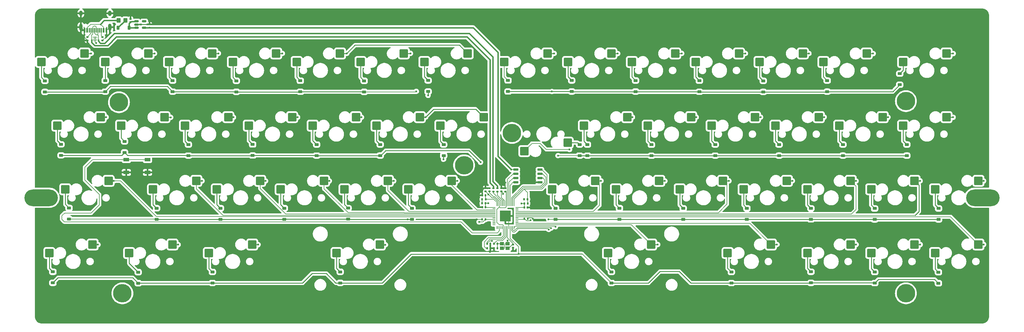
<source format=gbr>
%TF.GenerationSoftware,KiCad,Pcbnew,8.0.0*%
%TF.CreationDate,2024-03-22T00:44:03+00:00*%
%TF.ProjectId,40in60,3430696e-3630-42e6-9b69-6361645f7063,rev?*%
%TF.SameCoordinates,Original*%
%TF.FileFunction,Copper,L2,Bot*%
%TF.FilePolarity,Positive*%
%FSLAX46Y46*%
G04 Gerber Fmt 4.6, Leading zero omitted, Abs format (unit mm)*
G04 Created by KiCad (PCBNEW 8.0.0) date 2024-03-22 00:44:03*
%MOMM*%
%LPD*%
G01*
G04 APERTURE LIST*
G04 Aperture macros list*
%AMRoundRect*
0 Rectangle with rounded corners*
0 $1 Rounding radius*
0 $2 $3 $4 $5 $6 $7 $8 $9 X,Y pos of 4 corners*
0 Add a 4 corners polygon primitive as box body*
4,1,4,$2,$3,$4,$5,$6,$7,$8,$9,$2,$3,0*
0 Add four circle primitives for the rounded corners*
1,1,$1+$1,$2,$3*
1,1,$1+$1,$4,$5*
1,1,$1+$1,$6,$7*
1,1,$1+$1,$8,$9*
0 Add four rect primitives between the rounded corners*
20,1,$1+$1,$2,$3,$4,$5,0*
20,1,$1+$1,$4,$5,$6,$7,0*
20,1,$1+$1,$6,$7,$8,$9,0*
20,1,$1+$1,$8,$9,$2,$3,0*%
G04 Aperture macros list end*
%TA.AperFunction,SMDPad,CuDef*%
%ADD10RoundRect,0.250000X-1.025000X-1.000000X1.025000X-1.000000X1.025000X1.000000X-1.025000X1.000000X0*%
%TD*%
%TA.AperFunction,ComponentPad*%
%ADD11C,5.500000*%
%TD*%
%TA.AperFunction,ComponentPad*%
%ADD12O,10.000000X5.000000*%
%TD*%
%TA.AperFunction,SMDPad,CuDef*%
%ADD13RoundRect,0.250000X1.025000X1.000000X-1.025000X1.000000X-1.025000X-1.000000X1.025000X-1.000000X0*%
%TD*%
%TA.AperFunction,SMDPad,CuDef*%
%ADD14RoundRect,0.225000X0.225000X0.375000X-0.225000X0.375000X-0.225000X-0.375000X0.225000X-0.375000X0*%
%TD*%
%TA.AperFunction,SMDPad,CuDef*%
%ADD15RoundRect,0.225000X0.375000X-0.225000X0.375000X0.225000X-0.375000X0.225000X-0.375000X-0.225000X0*%
%TD*%
%TA.AperFunction,SMDPad,CuDef*%
%ADD16RoundRect,0.150000X0.650000X0.150000X-0.650000X0.150000X-0.650000X-0.150000X0.650000X-0.150000X0*%
%TD*%
%TA.AperFunction,SMDPad,CuDef*%
%ADD17RoundRect,0.140000X0.170000X-0.140000X0.170000X0.140000X-0.170000X0.140000X-0.170000X-0.140000X0*%
%TD*%
%TA.AperFunction,SMDPad,CuDef*%
%ADD18RoundRect,0.150000X-0.512500X-0.150000X0.512500X-0.150000X0.512500X0.150000X-0.512500X0.150000X0*%
%TD*%
%TA.AperFunction,SMDPad,CuDef*%
%ADD19RoundRect,0.135000X-0.185000X0.135000X-0.185000X-0.135000X0.185000X-0.135000X0.185000X0.135000X0*%
%TD*%
%TA.AperFunction,SMDPad,CuDef*%
%ADD20RoundRect,0.135000X0.135000X0.185000X-0.135000X0.185000X-0.135000X-0.185000X0.135000X-0.185000X0*%
%TD*%
%TA.AperFunction,SMDPad,CuDef*%
%ADD21RoundRect,0.140000X-0.140000X-0.170000X0.140000X-0.170000X0.140000X0.170000X-0.140000X0.170000X0*%
%TD*%
%TA.AperFunction,SMDPad,CuDef*%
%ADD22RoundRect,0.050000X0.387500X0.050000X-0.387500X0.050000X-0.387500X-0.050000X0.387500X-0.050000X0*%
%TD*%
%TA.AperFunction,SMDPad,CuDef*%
%ADD23RoundRect,0.050000X0.050000X0.387500X-0.050000X0.387500X-0.050000X-0.387500X0.050000X-0.387500X0*%
%TD*%
%TA.AperFunction,SMDPad,CuDef*%
%ADD24R,3.200000X3.200000*%
%TD*%
%TA.AperFunction,SMDPad,CuDef*%
%ADD25RoundRect,0.140000X0.140000X0.170000X-0.140000X0.170000X-0.140000X-0.170000X0.140000X-0.170000X0*%
%TD*%
%TA.AperFunction,SMDPad,CuDef*%
%ADD26R,1.700000X1.000000*%
%TD*%
%TA.AperFunction,SMDPad,CuDef*%
%ADD27RoundRect,0.250000X-0.350000X-0.450000X0.350000X-0.450000X0.350000X0.450000X-0.350000X0.450000X0*%
%TD*%
%TA.AperFunction,SMDPad,CuDef*%
%ADD28R,1.150000X1.000000*%
%TD*%
%TA.AperFunction,SMDPad,CuDef*%
%ADD29R,0.600000X1.450000*%
%TD*%
%TA.AperFunction,SMDPad,CuDef*%
%ADD30R,0.300000X1.450000*%
%TD*%
%TA.AperFunction,ComponentPad*%
%ADD31O,1.000000X1.600000*%
%TD*%
%TA.AperFunction,ComponentPad*%
%ADD32O,1.000000X2.100000*%
%TD*%
%TA.AperFunction,SMDPad,CuDef*%
%ADD33RoundRect,0.135000X-0.135000X-0.185000X0.135000X-0.185000X0.135000X0.185000X-0.135000X0.185000X0*%
%TD*%
%TA.AperFunction,SMDPad,CuDef*%
%ADD34R,0.250000X0.625000*%
%TD*%
%TA.AperFunction,SMDPad,CuDef*%
%ADD35R,0.450000X0.700000*%
%TD*%
%TA.AperFunction,SMDPad,CuDef*%
%ADD36R,0.450000X0.575000*%
%TD*%
%TA.AperFunction,ViaPad*%
%ADD37C,0.600000*%
%TD*%
%TA.AperFunction,Conductor*%
%ADD38C,0.250000*%
%TD*%
%TA.AperFunction,Conductor*%
%ADD39C,0.200000*%
%TD*%
%TA.AperFunction,Conductor*%
%ADD40C,0.406800*%
%TD*%
G04 APERTURE END LIST*
D10*
%TO.P,SW43,1,1*%
%TO.N,Net-(D43-A)*%
X61618750Y-103140000D03*
%TO.P,SW43,2,2*%
%TO.N,COL1*%
X74545750Y-100600000D03*
%TD*%
%TO.P,SW28,1,1*%
%TO.N,Net-(D28-A)*%
X292600000Y-65040000D03*
%TO.P,SW28,2,2*%
%TO.N,COLC*%
X305527000Y-62500000D03*
%TD*%
%TO.P,SW4,1,1*%
%TO.N,Net-(D4-A)*%
X92575000Y-45990000D03*
%TO.P,SW4,2,2*%
%TO.N,COL3*%
X105502000Y-43450000D03*
%TD*%
%TO.P,SW18,1,1*%
%TO.N,Net-(D18-A)*%
X97337500Y-65040000D03*
%TO.P,SW18,2,2*%
%TO.N,COL3*%
X110264500Y-62500000D03*
%TD*%
%TO.P,SW46,1,1*%
%TO.N,Net-(D46-A)*%
X204493750Y-103140000D03*
%TO.P,SW46,2,2*%
%TO.N,COL7*%
X217420750Y-100600000D03*
%TD*%
D11*
%TO.P,,1,Pin_1*%
%TO.N,N/C*%
X175859642Y-67230000D03*
%TD*%
D10*
%TO.P,SW21,1,1*%
%TO.N,Net-(D21-A)*%
X154487500Y-65040000D03*
%TO.P,SW21,2,2*%
%TO.N,COL5*%
X167414500Y-62500000D03*
%TD*%
%TO.P,SW40,1,1*%
%TO.N,Net-(D40-A)*%
X283075000Y-84090000D03*
%TO.P,SW40,2,2*%
%TO.N,COLB*%
X296002000Y-81550000D03*
%TD*%
%TO.P,SW6,1,1*%
%TO.N,Net-(D6-A)*%
X130675000Y-45990000D03*
%TO.P,SW6,2,2*%
%TO.N,COL5*%
X143602000Y-43450000D03*
%TD*%
%TO.P,SW10,1,1*%
%TO.N,Net-(D10-A)*%
X211637500Y-45990000D03*
%TO.P,SW10,2,2*%
%TO.N,COL8*%
X224564500Y-43450000D03*
%TD*%
%TO.P,SW39,1,1*%
%TO.N,Net-(D39-A)*%
X264025000Y-84090000D03*
%TO.P,SW39,2,2*%
%TO.N,COLA*%
X276952000Y-81550000D03*
%TD*%
%TO.P,SW36,1,1*%
%TO.N,Net-(D36-A)*%
X206875000Y-84090000D03*
%TO.P,SW36,2,2*%
%TO.N,COL7*%
X219802000Y-81550000D03*
%TD*%
%TO.P,SW13,1,1*%
%TO.N,Net-(D13-A)*%
X268787500Y-45990000D03*
%TO.P,SW13,2,2*%
%TO.N,COLB*%
X281714500Y-43450000D03*
%TD*%
%TO.P,SW15,1,1*%
%TO.N,Net-(D15-A)*%
X40187500Y-65040000D03*
%TO.P,SW15,2,2*%
%TO.N,COL0*%
X53114500Y-62500000D03*
%TD*%
D11*
%TO.P,,1,Pin_1*%
%TO.N,N/C*%
X58584642Y-58055024D03*
%TD*%
D10*
%TO.P,SW25,1,1*%
%TO.N,Net-(D25-A)*%
X235450000Y-65040000D03*
%TO.P,SW25,2,2*%
%TO.N,COL9*%
X248377000Y-62500000D03*
%TD*%
%TO.P,SW26,1,1*%
%TO.N,Net-(D26-A)*%
X254500000Y-65040000D03*
%TO.P,SW26,2,2*%
%TO.N,COLA*%
X267427000Y-62500000D03*
%TD*%
%TO.P,SW32,1,1*%
%TO.N,Net-(D32-A)*%
X106862500Y-84090000D03*
%TO.P,SW32,2,2*%
%TO.N,COL3*%
X119789500Y-81550000D03*
%TD*%
D12*
%TO.P,,1,Pin_1*%
%TO.N,N/C*%
X316353630Y-86605000D03*
%TD*%
D10*
%TO.P,SW20,1,1*%
%TO.N,Net-(D20-A)*%
X135437500Y-65040000D03*
%TO.P,SW20,2,2*%
%TO.N,COL5*%
X148364500Y-62500000D03*
%TD*%
%TO.P,SW29,1,1*%
%TO.N,Net-(D29-A)*%
X42568750Y-84090000D03*
%TO.P,SW29,2,2*%
%TO.N,COL0*%
X55495750Y-81550000D03*
%TD*%
%TO.P,SW33,1,1*%
%TO.N,Net-(D33-A)*%
X125912500Y-84090000D03*
%TO.P,SW33,2,2*%
%TO.N,COL4*%
X138839500Y-81550000D03*
%TD*%
%TO.P,SW49,1,1*%
%TO.N,Net-(D49-A)*%
X283075000Y-103140000D03*
%TO.P,SW49,2,2*%
%TO.N,COLB*%
X296002000Y-100600000D03*
%TD*%
D11*
%TO.P,,1,Pin_1*%
%TO.N,N/C*%
X59609642Y-115205072D03*
%TD*%
D10*
%TO.P,SW1,1,1*%
%TO.N,Net-(D1-A)*%
X35425000Y-45990000D03*
%TO.P,SW1,2,2*%
%TO.N,COL0*%
X48352000Y-43450000D03*
%TD*%
%TO.P,SW12,1,1*%
%TO.N,Net-(D12-A)*%
X249737500Y-45990000D03*
%TO.P,SW12,2,2*%
%TO.N,COLA*%
X262664500Y-43450000D03*
%TD*%
%TO.P,SW16,1,1*%
%TO.N,Net-(D16-A)*%
X59237500Y-65040000D03*
%TO.P,SW16,2,2*%
%TO.N,COL1*%
X72164500Y-62500000D03*
%TD*%
D13*
%TO.P,SW22,1,1*%
%TO.N,Net-(D22-A)*%
X192470000Y-70120000D03*
%TO.P,SW22,2,2*%
%TO.N,COL6*%
X179543000Y-72660000D03*
%TD*%
D10*
%TO.P,SW14,1,1*%
%TO.N,Net-(D14-A)*%
X292600000Y-45990000D03*
%TO.P,SW14,2,2*%
%TO.N,COLC*%
X305527000Y-43450000D03*
%TD*%
%TO.P,SW27,1,1*%
%TO.N,Net-(D27-A)*%
X273550000Y-65040000D03*
%TO.P,SW27,2,2*%
%TO.N,COLB*%
X286477000Y-62500000D03*
%TD*%
%TO.P,SW19,1,1*%
%TO.N,Net-(D19-A)*%
X116387500Y-65040000D03*
%TO.P,SW19,2,2*%
%TO.N,COL4*%
X129314500Y-62500000D03*
%TD*%
D11*
%TO.P,,1,Pin_1*%
%TO.N,N/C*%
X293409642Y-57707050D03*
%TD*%
D10*
%TO.P,SW11,1,1*%
%TO.N,Net-(D11-A)*%
X230687500Y-45990000D03*
%TO.P,SW11,2,2*%
%TO.N,COL9*%
X243614500Y-43450000D03*
%TD*%
%TO.P,SW48,1,1*%
%TO.N,Net-(D48-A)*%
X264025000Y-103140000D03*
%TO.P,SW48,2,2*%
%TO.N,COLA*%
X276952000Y-100600000D03*
%TD*%
D12*
%TO.P,,1,Pin_1*%
%TO.N,N/C*%
X35365894Y-86605000D03*
%TD*%
D10*
%TO.P,SW5,1,1*%
%TO.N,Net-(D5-A)*%
X111625000Y-45990000D03*
%TO.P,SW5,2,2*%
%TO.N,COL4*%
X124552000Y-43450000D03*
%TD*%
%TO.P,SW42,1,1*%
%TO.N,Net-(D42-A)*%
X37806250Y-103140000D03*
%TO.P,SW42,2,2*%
%TO.N,COL0*%
X50733250Y-100600000D03*
%TD*%
%TO.P,SW30,1,1*%
%TO.N,Net-(D30-A)*%
X68762500Y-84090000D03*
%TO.P,SW30,2,2*%
%TO.N,COL1*%
X81689500Y-81550000D03*
%TD*%
%TO.P,SW50,1,1*%
%TO.N,Net-(D50-A)*%
X302125000Y-103140000D03*
%TO.P,SW50,2,2*%
%TO.N,COLC*%
X315052000Y-100600000D03*
%TD*%
D11*
%TO.P,,1,Pin_1*%
%TO.N,N/C*%
X293414642Y-115205072D03*
%TD*%
%TO.P,,1,Pin_1*%
%TO.N,N/C*%
X161572250Y-76905040D03*
%TD*%
D10*
%TO.P,SW44,1,1*%
%TO.N,Net-(D44-A)*%
X85431250Y-103140000D03*
%TO.P,SW44,2,2*%
%TO.N,COL2*%
X98358250Y-100600000D03*
%TD*%
%TO.P,SW17,1,1*%
%TO.N,Net-(D17-A)*%
X78287500Y-65040000D03*
%TO.P,SW17,2,2*%
%TO.N,COL2*%
X91214500Y-62500000D03*
%TD*%
%TO.P,SW41,1,1*%
%TO.N,Net-(D41-A)*%
X302125000Y-84090000D03*
%TO.P,SW41,2,2*%
%TO.N,COLC*%
X315052000Y-81550000D03*
%TD*%
%TO.P,SW3,1,1*%
%TO.N,Net-(D3-A)*%
X73525000Y-45990000D03*
%TO.P,SW3,2,2*%
%TO.N,COL2*%
X86452000Y-43450000D03*
%TD*%
%TO.P,SW45,1,1*%
%TO.N,Net-(D45-A)*%
X123531250Y-103140000D03*
%TO.P,SW45,2,2*%
%TO.N,COL3*%
X136458250Y-100600000D03*
%TD*%
%TO.P,SW24,1,1*%
%TO.N,Net-(D24-A)*%
X216400000Y-65040000D03*
%TO.P,SW24,2,2*%
%TO.N,COL8*%
X229327000Y-62500000D03*
%TD*%
%TO.P,SW38,1,1*%
%TO.N,Net-(D38-A)*%
X244975000Y-84090000D03*
%TO.P,SW38,2,2*%
%TO.N,COL9*%
X257902000Y-81550000D03*
%TD*%
%TO.P,SW47,1,1*%
%TO.N,Net-(D47-A)*%
X240212500Y-103140000D03*
%TO.P,SW47,2,2*%
%TO.N,COL9*%
X253139500Y-100600000D03*
%TD*%
%TO.P,SW35,1,1*%
%TO.N,Net-(D35-A)*%
X187825000Y-84090000D03*
%TO.P,SW35,2,2*%
%TO.N,COL6*%
X200752000Y-81550000D03*
%TD*%
%TO.P,SW34,1,1*%
%TO.N,Net-(D34-A)*%
X144962500Y-84090000D03*
%TO.P,SW34,2,2*%
%TO.N,COL5*%
X157889500Y-81550000D03*
%TD*%
%TO.P,SW2,1,1*%
%TO.N,Net-(D2-A)*%
X54475000Y-45990000D03*
%TO.P,SW2,2,2*%
%TO.N,COL1*%
X67402000Y-43450000D03*
%TD*%
%TO.P,SW37,1,1*%
%TO.N,Net-(D37-A)*%
X225925000Y-84090000D03*
%TO.P,SW37,2,2*%
%TO.N,COL8*%
X238852000Y-81550000D03*
%TD*%
%TO.P,SW31,1,1*%
%TO.N,Net-(D31-A)*%
X87812500Y-84090000D03*
%TO.P,SW31,2,2*%
%TO.N,COL2*%
X100739500Y-81550000D03*
%TD*%
%TO.P,SW8,1,1*%
%TO.N,Net-(D8-A)*%
X173537500Y-45990000D03*
%TO.P,SW8,2,2*%
%TO.N,COL6*%
X186464500Y-43450000D03*
%TD*%
%TO.P,SW7,1,1*%
%TO.N,Net-(D7-A)*%
X149725000Y-45990000D03*
%TO.P,SW7,2,2*%
%TO.N,COL4*%
X162652000Y-43450000D03*
%TD*%
%TO.P,SW23,1,1*%
%TO.N,Net-(D23-A)*%
X197350000Y-65040000D03*
%TO.P,SW23,2,2*%
%TO.N,COL7*%
X210277000Y-62500000D03*
%TD*%
%TO.P,SW9,1,1*%
%TO.N,Net-(D9-A)*%
X192587500Y-45990000D03*
%TO.P,SW9,2,2*%
%TO.N,COL7*%
X205514500Y-43450000D03*
%TD*%
D14*
%TO.P,DS1,1,K*%
%TO.N,Net-(DS1-K)*%
X61618924Y-35774214D03*
%TO.P,DS1,2,A*%
%TO.N,Net-(DS1-A)*%
X58318924Y-35774214D03*
%TD*%
D15*
%TO.P,D7,1,K*%
%TO.N,ROW3*%
X150830000Y-54830000D03*
%TO.P,D7,2,A*%
%TO.N,Net-(D7-A)*%
X150830000Y-51530000D03*
%TD*%
D16*
%TO.P,U2,1,~{CS}*%
%TO.N,QSPI_CS*%
X184211424Y-78184214D03*
%TO.P,U2,2,DO(IO1)*%
%TO.N,QSPI_DATA1*%
X184211424Y-79454214D03*
%TO.P,U2,3,IO2*%
%TO.N,QSPI_DATA2*%
X184211424Y-80724214D03*
%TO.P,U2,4,GND*%
%TO.N,GND*%
X184211424Y-81994214D03*
%TO.P,U2,5,DI(IO0)*%
%TO.N,QSPI_DATA0*%
X177011424Y-81994214D03*
%TO.P,U2,6,CLK*%
%TO.N,QSPI_CLK*%
X177011424Y-80724214D03*
%TO.P,U2,7,IO3*%
%TO.N,QSPI_DATA3*%
X177011424Y-79454214D03*
%TO.P,U2,8,VCC*%
%TO.N,+3.3V*%
X177011424Y-78184214D03*
%TD*%
D15*
%TO.P,D26,1,K*%
%TO.N,ROW1*%
X255560000Y-74000000D03*
%TO.P,D26,2,A*%
%TO.N,Net-(D26-A)*%
X255560000Y-70700000D03*
%TD*%
%TO.P,D49,1,K*%
%TO.N,ROW3*%
X284100000Y-112147500D03*
%TO.P,D49,2,A*%
%TO.N,Net-(D49-A)*%
X284100000Y-108847500D03*
%TD*%
%TO.P,D33,1,K*%
%TO.N,ROW2*%
X126940000Y-93020000D03*
%TO.P,D33,2,A*%
%TO.N,Net-(D33-A)*%
X126940000Y-89720000D03*
%TD*%
D17*
%TO.P,C14,1*%
%TO.N,Net-(DS1-K)*%
X62041424Y-34064214D03*
%TO.P,C14,2*%
%TO.N,GND*%
X62041424Y-33104214D03*
%TD*%
D18*
%TO.P,U3,1,IN*%
%TO.N,Net-(DS1-K)*%
X63846424Y-35736714D03*
%TO.P,U3,2,GND*%
%TO.N,GND*%
X63846424Y-34786714D03*
%TO.P,U3,3,EN*%
%TO.N,Net-(DS1-K)*%
X63846424Y-33836714D03*
%TO.P,U3,4,NC*%
%TO.N,unconnected-(U3-NC-Pad4)*%
X66121424Y-33836714D03*
%TO.P,U3,5,OUT*%
%TO.N,+3.3V*%
X66121424Y-35736714D03*
%TD*%
D15*
%TO.P,D17,1,K*%
%TO.N,ROW1*%
X79330000Y-74010000D03*
%TO.P,D17,2,A*%
%TO.N,Net-(D17-A)*%
X79330000Y-70710000D03*
%TD*%
%TO.P,D38,1,K*%
%TO.N,ROW2*%
X245970000Y-93090000D03*
%TO.P,D38,2,A*%
%TO.N,Net-(D38-A)*%
X245970000Y-89790000D03*
%TD*%
D19*
%TO.P,R8,1*%
%TO.N,Net-(J1-CC1)*%
X49141424Y-38544214D03*
%TO.P,R8,2*%
%TO.N,GND*%
X49141424Y-39564214D03*
%TD*%
D20*
%TO.P,R3,1*%
%TO.N,Net-(C3-Pad2)*%
X171481424Y-100334214D03*
%TO.P,R3,2*%
%TO.N,Net-(U1-XOUT)*%
X170461424Y-100334214D03*
%TD*%
D15*
%TO.P,D2,1,K*%
%TO.N,ROW0*%
X54480000Y-54880000D03*
%TO.P,D2,2,A*%
%TO.N,Net-(D2-A)*%
X54480000Y-51580000D03*
%TD*%
D21*
%TO.P,C11,1*%
%TO.N,+3.3V*%
X168421424Y-100354214D03*
%TO.P,C11,2*%
%TO.N,GND*%
X169381424Y-100354214D03*
%TD*%
%TO.P,C9,1*%
%TO.N,+3.3V*%
X179551424Y-89484214D03*
%TO.P,C9,2*%
%TO.N,GND*%
X180511424Y-89484214D03*
%TD*%
D22*
%TO.P,U1,1,IOVDD*%
%TO.N,+3.3V*%
X177348924Y-89494214D03*
%TO.P,U1,2,GPIO0*%
%TO.N,unconnected-(U1-GPIO0-Pad2)*%
X177348924Y-89894214D03*
%TO.P,U1,3,GPIO1*%
%TO.N,unconnected-(U1-GPIO1-Pad3)*%
X177348924Y-90294214D03*
%TO.P,U1,4,GPIO2*%
%TO.N,COL6*%
X177348924Y-90694214D03*
%TO.P,U1,5,GPIO3*%
%TO.N,COL8*%
X177348924Y-91094214D03*
%TO.P,U1,6,GPIO4*%
%TO.N,COLA*%
X177348924Y-91494214D03*
%TO.P,U1,7,GPIO5*%
%TO.N,COLB*%
X177348924Y-91894214D03*
%TO.P,U1,8,GPIO6*%
%TO.N,COLC*%
X177348924Y-92294214D03*
%TO.P,U1,9,GPIO7*%
%TO.N,unconnected-(U1-GPIO7-Pad9)*%
X177348924Y-92694214D03*
%TO.P,U1,10,IOVDD*%
%TO.N,+3.3V*%
X177348924Y-93094214D03*
%TO.P,U1,11,GPIO8*%
%TO.N,unconnected-(U1-GPIO8-Pad11)*%
X177348924Y-93494214D03*
%TO.P,U1,12,GPIO9*%
%TO.N,unconnected-(U1-GPIO9-Pad12)*%
X177348924Y-93894214D03*
%TO.P,U1,13,GPIO10*%
%TO.N,COL9*%
X177348924Y-94294214D03*
%TO.P,U1,14,GPIO11*%
%TO.N,COL7*%
X177348924Y-94694214D03*
D23*
%TO.P,U1,15,GPIO12*%
%TO.N,ROW0*%
X176511424Y-95531714D03*
%TO.P,U1,16,GPIO13*%
%TO.N,ROW1*%
X176111424Y-95531714D03*
%TO.P,U1,17,GPIO14*%
%TO.N,ROW2*%
X175711424Y-95531714D03*
%TO.P,U1,18,GPIO15*%
%TO.N,ROW3*%
X175311424Y-95531714D03*
%TO.P,U1,19,TESTEN*%
%TO.N,GND*%
X174911424Y-95531714D03*
%TO.P,U1,20,XIN*%
%TO.N,Net-(U1-XIN)*%
X174511424Y-95531714D03*
%TO.P,U1,21,XOUT*%
%TO.N,Net-(U1-XOUT)*%
X174111424Y-95531714D03*
%TO.P,U1,22,IOVDD*%
%TO.N,+3.3V*%
X173711424Y-95531714D03*
%TO.P,U1,23,DVDD*%
%TO.N,+1V2*%
X173311424Y-95531714D03*
%TO.P,U1,24,SWCLK*%
%TO.N,SWCLK*%
X172911424Y-95531714D03*
%TO.P,U1,25,SWD*%
%TO.N,SWD*%
X172511424Y-95531714D03*
%TO.P,U1,26,RUN*%
%TO.N,NRST*%
X172111424Y-95531714D03*
%TO.P,U1,27,GPIO16*%
%TO.N,unconnected-(U1-GPIO16-Pad27)*%
X171711424Y-95531714D03*
%TO.P,U1,28,GPIO17*%
%TO.N,unconnected-(U1-GPIO17-Pad28)*%
X171311424Y-95531714D03*
D22*
%TO.P,U1,29,GPIO18*%
%TO.N,unconnected-(U1-GPIO18-Pad29)*%
X170473924Y-94694214D03*
%TO.P,U1,30,GPIO19*%
%TO.N,unconnected-(U1-GPIO19-Pad30)*%
X170473924Y-94294214D03*
%TO.P,U1,31,GPIO20*%
%TO.N,unconnected-(U1-GPIO20-Pad31)*%
X170473924Y-93894214D03*
%TO.P,U1,32,GPIO21*%
%TO.N,unconnected-(U1-GPIO21-Pad32)*%
X170473924Y-93494214D03*
%TO.P,U1,33,IOVDD*%
%TO.N,+3.3V*%
X170473924Y-93094214D03*
%TO.P,U1,34,GPIO22*%
%TO.N,unconnected-(U1-GPIO22-Pad34)*%
X170473924Y-92694214D03*
%TO.P,U1,35,GPIO23*%
%TO.N,COL0*%
X170473924Y-92294214D03*
%TO.P,U1,36,GPIO24*%
%TO.N,COL1*%
X170473924Y-91894214D03*
%TO.P,U1,37,GPIO25*%
%TO.N,COL2*%
X170473924Y-91494214D03*
%TO.P,U1,38,GPIO26_ADC0*%
%TO.N,COL3*%
X170473924Y-91094214D03*
%TO.P,U1,39,GPIO27_ADC1*%
%TO.N,COL4*%
X170473924Y-90694214D03*
%TO.P,U1,40,GPIO28_ADC2*%
%TO.N,COL5*%
X170473924Y-90294214D03*
%TO.P,U1,41,GPIO29_ADC3*%
%TO.N,unconnected-(U1-GPIO29_ADC3-Pad41)*%
X170473924Y-89894214D03*
%TO.P,U1,42,IOVDD*%
%TO.N,+3.3V*%
X170473924Y-89494214D03*
D23*
%TO.P,U1,43,ADC_AVDD*%
%TO.N,Net-(U1-ADC_AVDD)*%
X171311424Y-88656714D03*
%TO.P,U1,44,VREG_IN*%
%TO.N,+3.3V*%
X171711424Y-88656714D03*
%TO.P,U1,45,VREG_VOUT*%
%TO.N,+1V2*%
X172111424Y-88656714D03*
%TO.P,U1,46,USB_DM*%
%TO.N,Net-(U1-USB_DM)*%
X172511424Y-88656714D03*
%TO.P,U1,47,USB_DP*%
%TO.N,Net-(U1-USB_DP)*%
X172911424Y-88656714D03*
%TO.P,U1,48,USB_VDD*%
%TO.N,+3.3V*%
X173311424Y-88656714D03*
%TO.P,U1,49,IOVDD*%
X173711424Y-88656714D03*
%TO.P,U1,50,DVDD*%
%TO.N,+1V2*%
X174111424Y-88656714D03*
%TO.P,U1,51,QSPI_SD3*%
%TO.N,QSPI_DATA3*%
X174511424Y-88656714D03*
%TO.P,U1,52,QSPI_SCLK*%
%TO.N,QSPI_CLK*%
X174911424Y-88656714D03*
%TO.P,U1,53,QSPI_SD0*%
%TO.N,QSPI_DATA0*%
X175311424Y-88656714D03*
%TO.P,U1,54,QSPI_SD2*%
%TO.N,QSPI_DATA2*%
X175711424Y-88656714D03*
%TO.P,U1,55,QSPI_SD1*%
%TO.N,QSPI_DATA1*%
X176111424Y-88656714D03*
%TO.P,U1,56,QSPI_SS*%
%TO.N,QSPI_CS*%
X176511424Y-88656714D03*
D24*
%TO.P,U1,57,GND*%
%TO.N,GND*%
X173911424Y-92094214D03*
%TD*%
D17*
%TO.P,C5,1*%
%TO.N,+1V2*%
X173861424Y-84754214D03*
%TO.P,C5,2*%
%TO.N,GND*%
X173861424Y-83794214D03*
%TD*%
D21*
%TO.P,C6,1*%
%TO.N,+1V2*%
X168431424Y-101724214D03*
%TO.P,C6,2*%
%TO.N,GND*%
X169391424Y-101724214D03*
%TD*%
D15*
%TO.P,D29,1,K*%
%TO.N,ROW2*%
X43690000Y-92957500D03*
%TO.P,D29,2,A*%
%TO.N,Net-(D29-A)*%
X43690000Y-89657500D03*
%TD*%
%TO.P,D31,1,K*%
%TO.N,ROW2*%
X88860000Y-93050000D03*
%TO.P,D31,2,A*%
%TO.N,Net-(D31-A)*%
X88860000Y-89750000D03*
%TD*%
D21*
%TO.P,C10,1*%
%TO.N,+3.3V*%
X179591424Y-92904214D03*
%TO.P,C10,2*%
%TO.N,GND*%
X180551424Y-92904214D03*
%TD*%
D19*
%TO.P,R5,1*%
%TO.N,USB_DM*%
X170291424Y-83744214D03*
%TO.P,R5,2*%
%TO.N,Net-(U1-USB_DM)*%
X170291424Y-84764214D03*
%TD*%
D15*
%TO.P,D41,1,K*%
%TO.N,ROW2*%
X303150000Y-93110000D03*
%TO.P,D41,2,A*%
%TO.N,Net-(D41-A)*%
X303150000Y-89810000D03*
%TD*%
D20*
%TO.P,R2,1*%
%TO.N,+3.3V*%
X167991424Y-88274214D03*
%TO.P,R2,2*%
%TO.N,Net-(R1-Pad1)*%
X166971424Y-88274214D03*
%TD*%
D15*
%TO.P,D40,1,K*%
%TO.N,ROW2*%
X284080000Y-93110000D03*
%TO.P,D40,2,A*%
%TO.N,Net-(D40-A)*%
X284080000Y-89810000D03*
%TD*%
D17*
%TO.P,C15,1*%
%TO.N,+3.3V*%
X67721424Y-35734214D03*
%TO.P,C15,2*%
%TO.N,GND*%
X67721424Y-34774214D03*
%TD*%
D15*
%TO.P,D36,1,K*%
%TO.N,ROW2*%
X207950000Y-93040000D03*
%TO.P,D36,2,A*%
%TO.N,Net-(D36-A)*%
X207950000Y-89740000D03*
%TD*%
%TO.P,D11,1,K*%
%TO.N,ROW0*%
X231770000Y-54910000D03*
%TO.P,D11,2,A*%
%TO.N,Net-(D11-A)*%
X231770000Y-51610000D03*
%TD*%
%TO.P,D13,1,K*%
%TO.N,ROW0*%
X269920000Y-54860000D03*
%TO.P,D13,2,A*%
%TO.N,Net-(D13-A)*%
X269920000Y-51560000D03*
%TD*%
%TO.P,D39,1,K*%
%TO.N,ROW2*%
X265060000Y-93090000D03*
%TO.P,D39,2,A*%
%TO.N,Net-(D39-A)*%
X265060000Y-89790000D03*
%TD*%
%TO.P,D35,1,K*%
%TO.N,ROW2*%
X188880000Y-93050000D03*
%TO.P,D35,2,A*%
%TO.N,Net-(D35-A)*%
X188880000Y-89750000D03*
%TD*%
%TO.P,D24,1,K*%
%TO.N,ROW1*%
X217460000Y-74047500D03*
%TO.P,D24,2,A*%
%TO.N,Net-(D24-A)*%
X217460000Y-70747500D03*
%TD*%
%TO.P,D4,1,K*%
%TO.N,ROW0*%
X93630000Y-54937500D03*
%TO.P,D4,2,A*%
%TO.N,Net-(D4-A)*%
X93630000Y-51637500D03*
%TD*%
%TO.P,D43,2,A*%
%TO.N,Net-(D43-A)*%
X64310000Y-108870000D03*
%TO.P,D43,1,K*%
%TO.N,ROW3*%
X64310000Y-112170000D03*
%TD*%
D25*
%TO.P,C12,1*%
%TO.N,+3.3V*%
X167941424Y-93074214D03*
%TO.P,C12,2*%
%TO.N,GND*%
X166981424Y-93074214D03*
%TD*%
D26*
%TO.P,RST1,1,A*%
%TO.N,NRST*%
X67090918Y-75205040D03*
X60790918Y-75205040D03*
%TO.P,RST1,2,B*%
%TO.N,GND*%
X67090918Y-79005040D03*
X60790918Y-79005040D03*
%TD*%
D17*
%TO.P,C4,1*%
%TO.N,+1V2*%
X169131424Y-84724214D03*
%TO.P,C4,2*%
%TO.N,GND*%
X169131424Y-83764214D03*
%TD*%
%TO.P,C2,1*%
%TO.N,GND*%
X176181424Y-101564214D03*
%TO.P,C2,2*%
%TO.N,Net-(U1-XIN)*%
X176181424Y-100604214D03*
%TD*%
D27*
%TO.P,F1,1*%
%TO.N,Net-(F1-Pad1)*%
X58481424Y-33544214D03*
%TO.P,F1,2*%
%TO.N,Net-(DS1-A)*%
X60481424Y-33544214D03*
%TD*%
D15*
%TO.P,D37,1,K*%
%TO.N,ROW2*%
X226960000Y-93080000D03*
%TO.P,D37,2,A*%
%TO.N,Net-(D37-A)*%
X226960000Y-89780000D03*
%TD*%
%TO.P,D45,1,K*%
%TO.N,ROW3*%
X124590000Y-112087500D03*
%TO.P,D45,2,A*%
%TO.N,Net-(D45-A)*%
X124590000Y-108787500D03*
%TD*%
%TO.P,D19,1,K*%
%TO.N,ROW1*%
X117560000Y-74010000D03*
%TO.P,D19,2,A*%
%TO.N,Net-(D19-A)*%
X117560000Y-70710000D03*
%TD*%
%TO.P,D1,1,K*%
%TO.N,ROW0*%
X36500000Y-54950000D03*
%TO.P,D1,2,A*%
%TO.N,Net-(D1-A)*%
X36500000Y-51650000D03*
%TD*%
%TO.P,D30,1,K*%
%TO.N,ROW2*%
X69800000Y-93047500D03*
%TO.P,D30,2,A*%
%TO.N,Net-(D30-A)*%
X69800000Y-89747500D03*
%TD*%
%TO.P,D48,1,K*%
%TO.N,ROW3*%
X265090000Y-112070000D03*
%TO.P,D48,2,A*%
%TO.N,Net-(D48-A)*%
X265090000Y-108770000D03*
%TD*%
%TO.P,D28,1,K*%
%TO.N,ROW1*%
X293670000Y-74000000D03*
%TO.P,D28,2,A*%
%TO.N,Net-(D28-A)*%
X293670000Y-70700000D03*
%TD*%
D28*
%TO.P,Y1,1,1*%
%TO.N,Net-(U1-XIN)*%
X174591424Y-101724214D03*
%TO.P,Y1,2,2*%
%TO.N,GND*%
X172841424Y-101724214D03*
%TO.P,Y1,3,3*%
%TO.N,Net-(C3-Pad2)*%
X172841424Y-100324214D03*
%TO.P,Y1,4,4*%
%TO.N,GND*%
X174591424Y-100324214D03*
%TD*%
D17*
%TO.P,C7,1*%
%TO.N,+3.3V*%
X167961424Y-84734214D03*
%TO.P,C7,2*%
%TO.N,GND*%
X167961424Y-83774214D03*
%TD*%
D15*
%TO.P,D10,1,K*%
%TO.N,ROW0*%
X212750000Y-54850000D03*
%TO.P,D10,2,A*%
%TO.N,Net-(D10-A)*%
X212750000Y-51550000D03*
%TD*%
%TO.P,D15,1,K*%
%TO.N,ROW1*%
X41310000Y-73940000D03*
%TO.P,D15,2,A*%
%TO.N,Net-(D15-A)*%
X41310000Y-70640000D03*
%TD*%
%TO.P,D32,1,K*%
%TO.N,ROW2*%
X107950000Y-93040000D03*
%TO.P,D32,2,A*%
%TO.N,Net-(D32-A)*%
X107950000Y-89740000D03*
%TD*%
%TO.P,D14,1,K*%
%TO.N,ROW0*%
X291561424Y-52794214D03*
%TO.P,D14,2,A*%
%TO.N,Net-(D14-A)*%
X291561424Y-49494214D03*
%TD*%
%TO.P,D20,1,K*%
%TO.N,ROW1*%
X136530000Y-74000000D03*
%TO.P,D20,2,A*%
%TO.N,Net-(D20-A)*%
X136530000Y-70700000D03*
%TD*%
D21*
%TO.P,C1,1*%
%TO.N,GND*%
X167001424Y-85894214D03*
%TO.P,C1,2*%
%TO.N,Net-(U1-ADC_AVDD)*%
X167961424Y-85894214D03*
%TD*%
D15*
%TO.P,D23,1,K*%
%TO.N,ROW1*%
X198390000Y-74017500D03*
%TO.P,D23,2,A*%
%TO.N,Net-(D23-A)*%
X198390000Y-70717500D03*
%TD*%
%TO.P,D18,1,K*%
%TO.N,ROW1*%
X98480000Y-73950000D03*
%TO.P,D18,2,A*%
%TO.N,Net-(D18-A)*%
X98480000Y-70650000D03*
%TD*%
D29*
%TO.P,J1,A1,GND*%
%TO.N,GND*%
X48302642Y-36539214D03*
%TO.P,J1,A4,VBUS*%
%TO.N,Net-(F1-Pad1)*%
X49102642Y-36539214D03*
D30*
%TO.P,J1,A5,CC1*%
%TO.N,Net-(J1-CC1)*%
X50302642Y-36539214D03*
%TO.P,J1,A6,D+*%
%TO.N,USB_DP*%
X51302642Y-36539214D03*
%TO.P,J1,A7,D-*%
%TO.N,USB_DM*%
X51802642Y-36539214D03*
%TO.P,J1,A8,SBU1*%
%TO.N,unconnected-(J1-SBU1-PadA8)*%
X52802642Y-36539214D03*
D29*
%TO.P,J1,A9,VBUS*%
%TO.N,Net-(F1-Pad1)*%
X54002642Y-36539214D03*
%TO.P,J1,A12,GND*%
%TO.N,GND*%
X54802642Y-36539214D03*
%TO.P,J1,B1,GND*%
X54802642Y-36539214D03*
%TO.P,J1,B4,VBUS*%
%TO.N,Net-(F1-Pad1)*%
X54002642Y-36539214D03*
D30*
%TO.P,J1,B5,CC2*%
%TO.N,Net-(J1-CC2)*%
X53302642Y-36539214D03*
%TO.P,J1,B6,D+*%
%TO.N,USB_DP*%
X52302642Y-36539214D03*
%TO.P,J1,B7,D-*%
%TO.N,USB_DM*%
X50802642Y-36539214D03*
%TO.P,J1,B8,SBU2*%
%TO.N,unconnected-(J1-SBU2-PadB8)*%
X49802642Y-36539214D03*
D29*
%TO.P,J1,B9,VBUS*%
%TO.N,Net-(F1-Pad1)*%
X49102642Y-36539214D03*
%TO.P,J1,B12,GND*%
%TO.N,GND*%
X48302642Y-36539214D03*
D31*
%TO.P,J1,S1,SHIELD*%
X47232642Y-31444214D03*
D32*
X47232642Y-35624214D03*
D31*
X55872642Y-31444214D03*
D32*
X55872642Y-35624214D03*
%TD*%
D15*
%TO.P,D5,1,K*%
%TO.N,ROW0*%
X112710000Y-54900000D03*
%TO.P,D5,2,A*%
%TO.N,Net-(D5-A)*%
X112710000Y-51600000D03*
%TD*%
%TO.P,D22,1,K*%
%TO.N,ROW1*%
X196031424Y-74014214D03*
%TO.P,D22,2,A*%
%TO.N,Net-(D22-A)*%
X196031424Y-70714214D03*
%TD*%
%TO.P,D34,1,K*%
%TO.N,ROW2*%
X146000000Y-93060000D03*
%TO.P,D34,2,A*%
%TO.N,Net-(D34-A)*%
X146000000Y-89760000D03*
%TD*%
%TO.P,D8,1,K*%
%TO.N,ROW0*%
X174680000Y-54820000D03*
%TO.P,D8,2,A*%
%TO.N,Net-(D8-A)*%
X174680000Y-51520000D03*
%TD*%
%TO.P,D6,1,K*%
%TO.N,ROW0*%
X131760000Y-54940000D03*
%TO.P,D6,2,A*%
%TO.N,Net-(D6-A)*%
X131760000Y-51640000D03*
%TD*%
%TO.P,D50,1,K*%
%TO.N,ROW3*%
X303120000Y-112170000D03*
%TO.P,D50,2,A*%
%TO.N,Net-(D50-A)*%
X303120000Y-108870000D03*
%TD*%
D33*
%TO.P,R6,1*%
%TO.N,+3.3V*%
X179521424Y-88304214D03*
%TO.P,R6,2*%
%TO.N,QSPI_CS*%
X180541424Y-88304214D03*
%TD*%
D15*
%TO.P,D9,1,K*%
%TO.N,ROW0*%
X193680000Y-54837500D03*
%TO.P,D9,2,A*%
%TO.N,Net-(D9-A)*%
X193680000Y-51537500D03*
%TD*%
D21*
%TO.P,C3,1*%
%TO.N,GND*%
X170511424Y-101734214D03*
%TO.P,C3,2*%
%TO.N,Net-(C3-Pad2)*%
X171471424Y-101734214D03*
%TD*%
D15*
%TO.P,D16,1,K*%
%TO.N,ROW1*%
X60261424Y-73054214D03*
%TO.P,D16,2,A*%
%TO.N,Net-(D16-A)*%
X60261424Y-69754214D03*
%TD*%
%TO.P,D46,1,K*%
%TO.N,ROW3*%
X205530000Y-112120000D03*
%TO.P,D46,2,A*%
%TO.N,Net-(D46-A)*%
X205530000Y-108820000D03*
%TD*%
D17*
%TO.P,C8,1*%
%TO.N,+3.3V*%
X172711424Y-84724214D03*
%TO.P,C8,2*%
%TO.N,GND*%
X172711424Y-83764214D03*
%TD*%
D15*
%TO.P,D12,1,K*%
%TO.N,ROW0*%
X250830000Y-54950000D03*
%TO.P,D12,2,A*%
%TO.N,Net-(D12-A)*%
X250830000Y-51650000D03*
%TD*%
D19*
%TO.P,R9,1*%
%TO.N,Net-(J1-CC2)*%
X53691424Y-38534214D03*
%TO.P,R9,2*%
%TO.N,GND*%
X53691424Y-39554214D03*
%TD*%
D15*
%TO.P,D3,1,K*%
%TO.N,ROW0*%
X74610000Y-54870000D03*
%TO.P,D3,2,A*%
%TO.N,Net-(D3-A)*%
X74610000Y-51570000D03*
%TD*%
%TO.P,D21,1,K*%
%TO.N,ROW3*%
X155470000Y-74010000D03*
%TO.P,D21,2,A*%
%TO.N,Net-(D21-A)*%
X155470000Y-70710000D03*
%TD*%
D19*
%TO.P,R4,1*%
%TO.N,USB_DP*%
X171471424Y-83754214D03*
%TO.P,R4,2*%
%TO.N,Net-(U1-USB_DP)*%
X171471424Y-84774214D03*
%TD*%
D33*
%TO.P,R1,1*%
%TO.N,Net-(R1-Pad1)*%
X166981424Y-87074214D03*
%TO.P,R1,2*%
%TO.N,Net-(U1-ADC_AVDD)*%
X168001424Y-87074214D03*
%TD*%
D20*
%TO.P,R7,1*%
%TO.N,QSPI_CS*%
X180521424Y-87034214D03*
%TO.P,R7,2*%
%TO.N,BOOT*%
X179501424Y-87034214D03*
%TD*%
D34*
%TO.P,U4,1*%
%TO.N,USB_DM*%
X50451424Y-38656714D03*
%TO.P,U4,2*%
%TO.N,unconnected-(U4-Pad2)*%
X50951424Y-38656714D03*
D35*
%TO.P,U4,3,VSS*%
%TO.N,GND*%
X51451424Y-38694214D03*
D34*
%TO.P,U4,4*%
%TO.N,unconnected-(U4-Pad4)*%
X51951424Y-38656714D03*
%TO.P,U4,5*%
%TO.N,USB_DP*%
X52451424Y-38656714D03*
%TO.P,U4,6,NC*%
X52451424Y-39431714D03*
%TO.P,U4,7,NC*%
%TO.N,unconnected-(U4-NC-Pad7)*%
X51951424Y-39431714D03*
D36*
%TO.P,U4,8,VSS*%
%TO.N,GND*%
X51451424Y-39456714D03*
D34*
%TO.P,U4,9,NC*%
%TO.N,unconnected-(U4-NC-Pad9)*%
X50951424Y-39431714D03*
%TO.P,U4,10,NC*%
%TO.N,USB_DM*%
X50451424Y-39431714D03*
%TD*%
D15*
%TO.P,D27,1,K*%
%TO.N,ROW1*%
X274610000Y-74000000D03*
%TO.P,D27,2,A*%
%TO.N,Net-(D27-A)*%
X274610000Y-70700000D03*
%TD*%
%TO.P,D47,1,K*%
%TO.N,ROW3*%
X241320000Y-112130000D03*
%TO.P,D47,2,A*%
%TO.N,Net-(D47-A)*%
X241320000Y-108830000D03*
%TD*%
%TO.P,D25,1,K*%
%TO.N,ROW1*%
X236510000Y-74020000D03*
%TO.P,D25,2,A*%
%TO.N,Net-(D25-A)*%
X236510000Y-70720000D03*
%TD*%
%TO.P,D44,1,K*%
%TO.N,ROW3*%
X86470000Y-112120000D03*
%TO.P,D44,2,A*%
%TO.N,Net-(D44-A)*%
X86470000Y-108820000D03*
%TD*%
%TO.P,D42,1,K*%
%TO.N,ROW3*%
X38870000Y-112067500D03*
%TO.P,D42,2,A*%
%TO.N,Net-(D42-A)*%
X38870000Y-108767500D03*
%TD*%
D25*
%TO.P,C13,1*%
%TO.N,+3.3V*%
X167951424Y-89414214D03*
%TO.P,C13,2*%
%TO.N,GND*%
X166991424Y-89414214D03*
%TD*%
D37*
%TO.N,COL0*%
X57050000Y-81560000D03*
X54770000Y-62480000D03*
X52320000Y-100620000D03*
X50300000Y-43450000D03*
%TO.N,COL1*%
X76260000Y-100640000D03*
X83390000Y-81560000D03*
X74030000Y-62560000D03*
X69220000Y-43440000D03*
%TO.N,COL2*%
X102340000Y-81570000D03*
X92770000Y-62520000D03*
X100100000Y-100640000D03*
X88270000Y-43430000D03*
%TO.N,COL3*%
X138090000Y-100660000D03*
X121380000Y-81580000D03*
X111900000Y-62510000D03*
X107340000Y-43440000D03*
%TO.N,COL4*%
X130960000Y-62520000D03*
X140580000Y-81570000D03*
X126550000Y-43430000D03*
%TO.N,COL5*%
X145570000Y-43420000D03*
X159540000Y-81530000D03*
X150090000Y-62480000D03*
%TO.N,COL6*%
X202420000Y-81550000D03*
X193040000Y-72170000D03*
X188450000Y-43450000D03*
%TO.N,COL7*%
X207410000Y-43470000D03*
X221500000Y-81570000D03*
X219360000Y-100610000D03*
X211810000Y-62480000D03*
%TO.N,COL8*%
X226510000Y-43440000D03*
X240600000Y-81560000D03*
X230860000Y-62500000D03*
%TO.N,COL9*%
X245520000Y-43440000D03*
X254930000Y-100600000D03*
X250050000Y-62500000D03*
X259540000Y-81550000D03*
%TO.N,COLA*%
X278570000Y-100610000D03*
X269040000Y-62490000D03*
X264470000Y-43450000D03*
X278540000Y-81570000D03*
%TO.N,COLB*%
X297670000Y-100610000D03*
X297660000Y-81550000D03*
X288080000Y-62520000D03*
X283650000Y-43480000D03*
%TO.N,COLC*%
X307520000Y-43470000D03*
X316620000Y-81570000D03*
X307500000Y-62540000D03*
X316620000Y-100600000D03*
%TO.N,GND*%
X172961424Y-92964214D03*
X165981424Y-89404214D03*
X182771424Y-82004214D03*
X174529659Y-99435979D03*
X174911424Y-92064214D03*
X167001424Y-84454214D03*
X172961424Y-91114214D03*
X172961424Y-92064214D03*
X173951424Y-91114214D03*
X62030000Y-90070000D03*
X182094824Y-92894214D03*
X174911424Y-91114214D03*
X51771424Y-40304214D03*
X174911424Y-92964214D03*
X169291424Y-102824214D03*
X165358024Y-93084214D03*
X173951424Y-92064214D03*
X176181424Y-102354214D03*
X173951424Y-92964214D03*
X173861424Y-82054214D03*
X182261424Y-89394214D03*
%TO.N,+3.3V*%
X181391424Y-93294214D03*
X173211424Y-85424214D03*
X175681424Y-78184214D03*
X168761424Y-88274214D03*
X169901424Y-99534214D03*
X178731424Y-88344214D03*
X168832159Y-85663479D03*
X166061424Y-93844214D03*
%TO.N,ROW0*%
X147321424Y-54794214D03*
X187791424Y-54820000D03*
X188861424Y-95294214D03*
%TO.N,ROW3*%
X177829491Y-103392281D03*
X155450000Y-75120000D03*
X150830000Y-55990000D03*
%TO.N,ROW1*%
X166481424Y-75984214D03*
X187551424Y-95694214D03*
X189602159Y-74014949D03*
%TO.N,ROW2*%
X144791424Y-93060000D03*
X186813913Y-96094214D03*
X186791424Y-93064214D03*
%TD*%
D38*
%TO.N,ROW0*%
X54480000Y-54880000D02*
X56050000Y-53310000D01*
X56050000Y-53310000D02*
X73050000Y-53310000D01*
X73050000Y-53310000D02*
X74610000Y-54870000D01*
X36500000Y-54950000D02*
X54410000Y-54950000D01*
X54410000Y-54950000D02*
X54480000Y-54880000D01*
%TO.N,Net-(D2-A)*%
X54475000Y-51575000D02*
X54480000Y-51580000D01*
X54475000Y-45990000D02*
X54475000Y-51575000D01*
%TO.N,Net-(D43-A)*%
X61618750Y-103140000D02*
X61618750Y-106178750D01*
X61618750Y-106178750D02*
X64310000Y-108870000D01*
%TO.N,ROW3*%
X38870000Y-112067500D02*
X40397500Y-110540000D01*
X64312500Y-112167500D02*
X86422500Y-112167500D01*
X40397500Y-110540000D02*
X62680000Y-110540000D01*
X64310000Y-112170000D02*
X64312500Y-112167500D01*
X62680000Y-110540000D02*
X64310000Y-112170000D01*
X86422500Y-112167500D02*
X86470000Y-112120000D01*
%TO.N,Net-(D1-A)*%
X35425000Y-50575000D02*
X35425000Y-45990000D01*
X36500000Y-51650000D02*
X35425000Y-50575000D01*
%TO.N,Net-(D3-A)*%
X73525000Y-50485000D02*
X74610000Y-51570000D01*
X73525000Y-45990000D02*
X73525000Y-50485000D01*
%TO.N,Net-(D4-A)*%
X92575000Y-45990000D02*
X92575000Y-50582500D01*
X92575000Y-50582500D02*
X93630000Y-51637500D01*
%TO.N,Net-(D5-A)*%
X111625000Y-50515000D02*
X112710000Y-51600000D01*
X111625000Y-45990000D02*
X111625000Y-50515000D01*
%TO.N,Net-(D6-A)*%
X130675000Y-50555000D02*
X131760000Y-51640000D01*
X130675000Y-45990000D02*
X130675000Y-50555000D01*
%TO.N,Net-(D7-A)*%
X149725000Y-45990000D02*
X149725000Y-50425000D01*
X149725000Y-50425000D02*
X150830000Y-51530000D01*
D39*
%TO.N,Net-(D8-A)*%
X173537500Y-45990000D02*
X173537500Y-50377500D01*
X173537500Y-50377500D02*
X174680000Y-51520000D01*
D38*
%TO.N,Net-(D9-A)*%
X192587500Y-50445000D02*
X193680000Y-51537500D01*
X192587500Y-45990000D02*
X192587500Y-50445000D01*
%TO.N,Net-(D10-A)*%
X211637500Y-50437500D02*
X212750000Y-51550000D01*
X211637500Y-45990000D02*
X211637500Y-50437500D01*
%TO.N,Net-(D11-A)*%
X230687500Y-50527500D02*
X231770000Y-51610000D01*
X230687500Y-45990000D02*
X230687500Y-50527500D01*
%TO.N,Net-(D12-A)*%
X249737500Y-45990000D02*
X249737500Y-50557500D01*
X249737500Y-50557500D02*
X250830000Y-51650000D01*
%TO.N,Net-(D13-A)*%
X268787500Y-45990000D02*
X268787500Y-50427500D01*
X268787500Y-50427500D02*
X269920000Y-51560000D01*
%TO.N,Net-(D14-A)*%
X292600000Y-48455638D02*
X291561424Y-49494214D01*
X292600000Y-45990000D02*
X292600000Y-48455638D01*
%TO.N,Net-(D15-A)*%
X40187500Y-69517500D02*
X41310000Y-70640000D01*
X40187500Y-65040000D02*
X40187500Y-69517500D01*
%TO.N,Net-(D16-A)*%
X59237500Y-68730290D02*
X60261424Y-69754214D01*
X59237500Y-65040000D02*
X59237500Y-68730290D01*
%TO.N,Net-(D17-A)*%
X78287500Y-65040000D02*
X78287500Y-69667500D01*
X78287500Y-69667500D02*
X79330000Y-70710000D01*
%TO.N,Net-(D18-A)*%
X97337500Y-69507500D02*
X98480000Y-70650000D01*
X97337500Y-65040000D02*
X97337500Y-69507500D01*
%TO.N,Net-(D19-A)*%
X116387500Y-65040000D02*
X116387500Y-69537500D01*
X116387500Y-69537500D02*
X117560000Y-70710000D01*
%TO.N,Net-(D20-A)*%
X135437500Y-65040000D02*
X135437500Y-69607500D01*
X135437500Y-69607500D02*
X136530000Y-70700000D01*
%TO.N,Net-(D21-A)*%
X154487500Y-69727500D02*
X155470000Y-70710000D01*
X154487500Y-65040000D02*
X154487500Y-69727500D01*
%TO.N,Net-(D22-A)*%
X192470000Y-70120000D02*
X195437210Y-70120000D01*
X195437210Y-70120000D02*
X196031424Y-70714214D01*
%TO.N,Net-(D23-A)*%
X197350000Y-65040000D02*
X197350000Y-69677500D01*
X197350000Y-69677500D02*
X198390000Y-70717500D01*
%TO.N,Net-(D24-A)*%
X216400000Y-65040000D02*
X216400000Y-69687500D01*
X216400000Y-69687500D02*
X217460000Y-70747500D01*
%TO.N,Net-(D25-A)*%
X235450000Y-69660000D02*
X236510000Y-70720000D01*
X235450000Y-65040000D02*
X235450000Y-69660000D01*
%TO.N,Net-(D26-A)*%
X254500000Y-65040000D02*
X254500000Y-69640000D01*
X254500000Y-69640000D02*
X255560000Y-70700000D01*
%TO.N,Net-(D27-A)*%
X273550000Y-69640000D02*
X274610000Y-70700000D01*
X273550000Y-65040000D02*
X273550000Y-69640000D01*
%TO.N,Net-(D28-A)*%
X292600000Y-69630000D02*
X293670000Y-70700000D01*
X292600000Y-65040000D02*
X292600000Y-69630000D01*
%TO.N,Net-(D29-A)*%
X42568750Y-88536250D02*
X43690000Y-89657500D01*
X42568750Y-84090000D02*
X42568750Y-88536250D01*
%TO.N,Net-(D30-A)*%
X68762500Y-88710000D02*
X69800000Y-89747500D01*
X68762500Y-84090000D02*
X68762500Y-88710000D01*
%TO.N,Net-(D31-A)*%
X87812500Y-84090000D02*
X87812500Y-88702500D01*
X87812500Y-88702500D02*
X88860000Y-89750000D01*
%TO.N,Net-(D32-A)*%
X106862500Y-84090000D02*
X106862500Y-88652500D01*
X106862500Y-88652500D02*
X107950000Y-89740000D01*
%TO.N,Net-(D33-A)*%
X125912500Y-88692500D02*
X126940000Y-89720000D01*
X125912500Y-84090000D02*
X125912500Y-88692500D01*
%TO.N,Net-(D34-A)*%
X144962500Y-84090000D02*
X144962500Y-88722500D01*
X144962500Y-88722500D02*
X146000000Y-89760000D01*
%TO.N,Net-(D35-A)*%
X187825000Y-84090000D02*
X187825000Y-88695000D01*
X187825000Y-88695000D02*
X188880000Y-89750000D01*
%TO.N,Net-(D36-A)*%
X206875000Y-88665000D02*
X207950000Y-89740000D01*
X206875000Y-84090000D02*
X206875000Y-88665000D01*
%TO.N,Net-(D37-A)*%
X225925000Y-88745000D02*
X226960000Y-89780000D01*
X225925000Y-84090000D02*
X225925000Y-88745000D01*
%TO.N,Net-(D38-A)*%
X244975000Y-84090000D02*
X244975000Y-88795000D01*
X244975000Y-88795000D02*
X245970000Y-89790000D01*
%TO.N,Net-(D39-A)*%
X264025000Y-88755000D02*
X265060000Y-89790000D01*
X264025000Y-84090000D02*
X264025000Y-88755000D01*
%TO.N,Net-(D40-A)*%
X283075000Y-84090000D02*
X283075000Y-88805000D01*
X283075000Y-88805000D02*
X284080000Y-89810000D01*
%TO.N,Net-(D41-A)*%
X302125000Y-84090000D02*
X302125000Y-88785000D01*
X302125000Y-88785000D02*
X303150000Y-89810000D01*
%TO.N,Net-(D42-A)*%
X37806250Y-107703750D02*
X38870000Y-108767500D01*
X37806250Y-103140000D02*
X37806250Y-107703750D01*
%TO.N,Net-(D44-A)*%
X85431250Y-107781250D02*
X86470000Y-108820000D01*
X85431250Y-103140000D02*
X85431250Y-107781250D01*
%TO.N,Net-(D45-A)*%
X123531250Y-107728750D02*
X124590000Y-108787500D01*
X123531250Y-103140000D02*
X123531250Y-107728750D01*
%TO.N,Net-(D46-A)*%
X204493750Y-107783750D02*
X205530000Y-108820000D01*
X204493750Y-103140000D02*
X204493750Y-107783750D01*
%TO.N,Net-(D47-A)*%
X240212500Y-103140000D02*
X240212500Y-107722500D01*
X240212500Y-107722500D02*
X241320000Y-108830000D01*
%TO.N,Net-(D48-A)*%
X264025000Y-103140000D02*
X264025000Y-107705000D01*
X264025000Y-107705000D02*
X265090000Y-108770000D01*
%TO.N,Net-(D49-A)*%
X283075000Y-103140000D02*
X283075000Y-107822500D01*
X283075000Y-107822500D02*
X284100000Y-108847500D01*
%TO.N,Net-(D50-A)*%
X302125000Y-107875000D02*
X303120000Y-108870000D01*
X302125000Y-103140000D02*
X302125000Y-107875000D01*
%TO.N,COL0*%
X55505750Y-81560000D02*
X55495750Y-81550000D01*
X57050000Y-81560000D02*
X55505750Y-81560000D01*
X52320000Y-100620000D02*
X50753250Y-100620000D01*
X53134500Y-62480000D02*
X53114500Y-62500000D01*
X48352000Y-43450000D02*
X50300000Y-43450000D01*
X50753250Y-100620000D02*
X50733250Y-100600000D01*
D39*
X127562910Y-92294214D02*
X127532910Y-92264214D01*
X127532910Y-92264214D02*
X69751424Y-92264214D01*
D38*
X54770000Y-62480000D02*
X53134500Y-62480000D01*
D39*
X170473924Y-92294214D02*
X127562910Y-92294214D01*
X59037210Y-81550000D02*
X55495750Y-81550000D01*
X69751424Y-92264214D02*
X59037210Y-81550000D01*
D38*
%TO.N,COL1*%
X69210000Y-43450000D02*
X69220000Y-43440000D01*
X67402000Y-43450000D02*
X69210000Y-43450000D01*
X83390000Y-81560000D02*
X81699500Y-81560000D01*
D39*
X127728596Y-91894214D02*
X127698595Y-91864214D01*
X127698595Y-91864214D02*
X89625518Y-91864214D01*
X170473924Y-91894214D02*
X127728596Y-91894214D01*
D38*
X81699500Y-81560000D02*
X81689500Y-81550000D01*
X74585750Y-100640000D02*
X74545750Y-100600000D01*
X72164500Y-62500000D02*
X73970000Y-62500000D01*
X73970000Y-62500000D02*
X74030000Y-62560000D01*
D39*
X81689500Y-83928196D02*
X81689500Y-81550000D01*
X89625518Y-91864214D02*
X81689500Y-83928196D01*
D38*
X76260000Y-100640000D02*
X74585750Y-100640000D01*
%TO.N,COL2*%
X92770000Y-62520000D02*
X91234500Y-62520000D01*
X100100000Y-100640000D02*
X98398250Y-100640000D01*
X102340000Y-81570000D02*
X100759500Y-81570000D01*
D39*
X100739500Y-83878196D02*
X100739500Y-81550000D01*
D38*
X100759500Y-81570000D02*
X100739500Y-81550000D01*
X86452000Y-43450000D02*
X88250000Y-43450000D01*
D39*
X170473924Y-91494214D02*
X127894280Y-91494214D01*
D38*
X98398250Y-100640000D02*
X98358250Y-100600000D01*
X91234500Y-62520000D02*
X91214500Y-62500000D01*
D39*
X108325518Y-91464214D02*
X100739500Y-83878196D01*
D38*
X88250000Y-43450000D02*
X88270000Y-43430000D01*
D39*
X127894280Y-91494214D02*
X127864280Y-91464214D01*
X127864280Y-91464214D02*
X108325518Y-91464214D01*
%TO.N,COL3*%
X126935518Y-91064214D02*
X119789500Y-83918196D01*
X143781424Y-91094214D02*
X143751424Y-91064214D01*
D38*
X121380000Y-81580000D02*
X119819500Y-81580000D01*
X119819500Y-81580000D02*
X119789500Y-81550000D01*
D39*
X170473924Y-91094214D02*
X143781424Y-91094214D01*
D38*
X138090000Y-100660000D02*
X136518250Y-100660000D01*
D39*
X143751424Y-91064214D02*
X126935518Y-91064214D01*
D38*
X110274500Y-62510000D02*
X110264500Y-62500000D01*
D39*
X119789500Y-83918196D02*
X119789500Y-81550000D01*
D38*
X107330000Y-43450000D02*
X107340000Y-43440000D01*
X105502000Y-43450000D02*
X107330000Y-43450000D01*
X136518250Y-100660000D02*
X136458250Y-100600000D01*
X111900000Y-62510000D02*
X110274500Y-62510000D01*
%TO.N,COL4*%
X126530000Y-43450000D02*
X126550000Y-43430000D01*
X124552000Y-43450000D02*
X126530000Y-43450000D01*
X138859500Y-81570000D02*
X138839500Y-81550000D01*
X130960000Y-62520000D02*
X130790000Y-62500000D01*
X126550000Y-43430000D02*
X129030000Y-40950000D01*
D39*
X170473924Y-90694214D02*
X145091424Y-90694214D01*
X138839500Y-84442290D02*
X138839500Y-81550000D01*
D38*
X160152000Y-40950000D02*
X162652000Y-43450000D01*
X130790000Y-62500000D02*
X129314500Y-62500000D01*
X140580000Y-81570000D02*
X138859500Y-81570000D01*
D39*
X145091424Y-90694214D02*
X138839500Y-84442290D01*
D38*
X129030000Y-40950000D02*
X160152000Y-40950000D01*
D39*
%TO.N,COL5*%
X170473924Y-90294214D02*
X165383714Y-90294214D01*
D38*
X143602000Y-43450000D02*
X145540000Y-43450000D01*
X150090000Y-62480000D02*
X152450000Y-60120000D01*
X148384500Y-62480000D02*
X148364500Y-62500000D01*
D39*
X165383714Y-90294214D02*
X157889500Y-82800000D01*
D38*
X165034500Y-60120000D02*
X167414500Y-62500000D01*
X159540000Y-81530000D02*
X157909500Y-81530000D01*
X152450000Y-60120000D02*
X165034500Y-60120000D01*
X145540000Y-43450000D02*
X145570000Y-43420000D01*
D39*
X157889500Y-82800000D02*
X157889500Y-81550000D01*
D38*
X150090000Y-62480000D02*
X148384500Y-62480000D01*
X157909500Y-81530000D02*
X157889500Y-81550000D01*
D39*
%TO.N,COL6*%
X184055738Y-90674214D02*
X190475638Y-90674214D01*
X190491424Y-90690000D02*
X200155638Y-90690000D01*
X190475638Y-90674214D02*
X190491424Y-90690000D01*
X200155638Y-90690000D02*
X202011424Y-88834214D01*
D38*
X202420000Y-81550000D02*
X200752000Y-81550000D01*
D39*
X179543000Y-72660000D02*
X181818786Y-70384214D01*
D38*
X186464500Y-43450000D02*
X188450000Y-43450000D01*
D39*
X202011424Y-88834214D02*
X202011424Y-82809424D01*
X181818786Y-70384214D02*
X184321424Y-70384214D01*
X184321424Y-70384214D02*
X186107210Y-72170000D01*
X184035738Y-90694214D02*
X184055738Y-90674214D01*
X186107210Y-72170000D02*
X193040000Y-72170000D01*
X202011424Y-82809424D02*
X200752000Y-81550000D01*
X177348924Y-90694214D02*
X184035738Y-90694214D01*
%TO.N,COL7*%
X211514964Y-94694214D02*
X217420750Y-100600000D01*
X177348924Y-94694214D02*
X211514964Y-94694214D01*
D38*
X219360000Y-100610000D02*
X217430750Y-100610000D01*
X217430750Y-100610000D02*
X217420750Y-100600000D01*
X210297000Y-62480000D02*
X210277000Y-62500000D01*
X205514500Y-43450000D02*
X207390000Y-43450000D01*
X211810000Y-62480000D02*
X210297000Y-62480000D01*
X219822000Y-81570000D02*
X219802000Y-81550000D01*
X207390000Y-43450000D02*
X207410000Y-43470000D01*
X221500000Y-81570000D02*
X219822000Y-81570000D01*
%TO.N,COL8*%
X230860000Y-62500000D02*
X229327000Y-62500000D01*
D39*
X240011424Y-88504214D02*
X240011424Y-82709424D01*
D38*
X226500000Y-43450000D02*
X226510000Y-43440000D01*
D39*
X184201424Y-91094214D02*
X184221424Y-91074214D01*
X237425638Y-91090000D02*
X240011424Y-88504214D01*
X240011424Y-82709424D02*
X238852000Y-81550000D01*
X184205638Y-91090000D02*
X237425638Y-91090000D01*
X177348924Y-91094214D02*
X184201424Y-91094214D01*
X184201424Y-91094214D02*
X184205638Y-91090000D01*
D38*
X240600000Y-81560000D02*
X238862000Y-81560000D01*
X238862000Y-81560000D02*
X238852000Y-81550000D01*
X224564500Y-43450000D02*
X226500000Y-43450000D01*
%TO.N,COL9*%
X245510000Y-43450000D02*
X245520000Y-43440000D01*
X243614500Y-43450000D02*
X245510000Y-43450000D01*
D39*
X177348924Y-94294214D02*
X246833714Y-94294214D01*
D38*
X259540000Y-81550000D02*
X257902000Y-81550000D01*
X254930000Y-100600000D02*
X253139500Y-100600000D01*
X250050000Y-62500000D02*
X248377000Y-62500000D01*
D39*
X246833714Y-94294214D02*
X253139500Y-100600000D01*
D38*
%TO.N,COLA*%
X278540000Y-81570000D02*
X276972000Y-81570000D01*
D39*
X278541424Y-90094214D02*
X278541424Y-83139424D01*
D38*
X276962000Y-100610000D02*
X276952000Y-100600000D01*
X267437000Y-62490000D02*
X267427000Y-62500000D01*
D39*
X187248361Y-91490000D02*
X277205638Y-91490000D01*
X278571424Y-90124214D02*
X278541424Y-90094214D01*
X277205638Y-91490000D02*
X278571424Y-90124214D01*
X187244147Y-91494214D02*
X177348924Y-91494214D01*
D38*
X269040000Y-62490000D02*
X267437000Y-62490000D01*
D39*
X187248361Y-91490000D02*
X187244147Y-91494214D01*
D38*
X278570000Y-100610000D02*
X276962000Y-100610000D01*
X276972000Y-81570000D02*
X276952000Y-81550000D01*
D39*
X278541424Y-83139424D02*
X276952000Y-81550000D01*
D38*
X262664500Y-43450000D02*
X264470000Y-43450000D01*
%TO.N,COLB*%
X297321424Y-90670000D02*
X296126424Y-91865000D01*
X296126424Y-91865000D02*
X296101424Y-91865000D01*
X297321424Y-82869424D02*
X297321424Y-90670000D01*
X296012000Y-100610000D02*
X296002000Y-100600000D01*
D39*
X187409832Y-91894214D02*
X187414046Y-91890000D01*
D38*
X281714500Y-43450000D02*
X283620000Y-43450000D01*
X288080000Y-62520000D02*
X286497000Y-62520000D01*
X297670000Y-100610000D02*
X296012000Y-100610000D01*
X297660000Y-81550000D02*
X296002000Y-81550000D01*
D39*
X187414046Y-91890000D02*
X296241424Y-91890000D01*
D38*
X283620000Y-43450000D02*
X283650000Y-43480000D01*
X296002000Y-81550000D02*
X297321424Y-82869424D01*
D39*
X177348924Y-91894214D02*
X187409832Y-91894214D01*
D38*
X286497000Y-62520000D02*
X286477000Y-62500000D01*
%TO.N,COLC*%
X305527000Y-43450000D02*
X307500000Y-43450000D01*
X316620000Y-81570000D02*
X315072000Y-81570000D01*
X307500000Y-62540000D02*
X305567000Y-62540000D01*
D39*
X187511424Y-92294214D02*
X177348924Y-92294214D01*
X302181424Y-92290000D02*
X306742000Y-92290000D01*
X302181424Y-92290000D02*
X303095638Y-92290000D01*
X306742000Y-92290000D02*
X315052000Y-100600000D01*
X189371424Y-92290000D02*
X189361424Y-92300000D01*
X302181424Y-92290000D02*
X189371424Y-92290000D01*
D38*
X315072000Y-81570000D02*
X315052000Y-81550000D01*
D39*
X187517210Y-92300000D02*
X187511424Y-92294214D01*
X189361424Y-92300000D02*
X187517210Y-92300000D01*
D38*
X305567000Y-62540000D02*
X305527000Y-62500000D01*
X307500000Y-43450000D02*
X307520000Y-43470000D01*
X316620000Y-100600000D02*
X315052000Y-100600000D01*
D39*
%TO.N,GND*%
X49141424Y-39564214D02*
X49141424Y-39483138D01*
X173951424Y-92134214D02*
X173951424Y-92064214D01*
X182171424Y-89484214D02*
X180511424Y-89484214D01*
X182261424Y-89394214D02*
X182171424Y-89484214D01*
X169391424Y-101724214D02*
X169391424Y-102724214D01*
X184211424Y-81994214D02*
X182781424Y-81994214D01*
X169131424Y-83764214D02*
X167971424Y-83764214D01*
X167001424Y-84454214D02*
X167681424Y-83774214D01*
X48302642Y-38644356D02*
X48302642Y-36539214D01*
X54802642Y-38442996D02*
X54802642Y-36539214D01*
X54957642Y-36539214D02*
X55872642Y-35624214D01*
X172841424Y-101724214D02*
X173616424Y-101724214D01*
X166981424Y-93074214D02*
X165368024Y-93074214D01*
X169381424Y-101714214D02*
X169391424Y-101724214D01*
X174591424Y-100324214D02*
X174591424Y-99497744D01*
X172711424Y-83764214D02*
X173831424Y-83764214D01*
X51451424Y-39456714D02*
X51451424Y-39984214D01*
X173951424Y-92064214D02*
X173881424Y-92064214D01*
X173831424Y-83764214D02*
X173861424Y-83794214D01*
X173616424Y-101724214D02*
X173716424Y-101624214D01*
X49141424Y-39483138D02*
X48302642Y-38644356D01*
X166991424Y-89414214D02*
X165991424Y-89414214D01*
X174911424Y-93094214D02*
X173951424Y-92134214D01*
X173816424Y-100324214D02*
X174591424Y-100324214D01*
X173716424Y-100424214D02*
X173816424Y-100324214D01*
X53691424Y-39554214D02*
X54802642Y-38442996D01*
X169401424Y-101734214D02*
X169391424Y-101724214D01*
X173881424Y-92064214D02*
X173911424Y-92094214D01*
X54802642Y-36539214D02*
X54957642Y-36539214D01*
X51451424Y-39984214D02*
X51771424Y-40304214D01*
X174911424Y-95531714D02*
X174911424Y-93094214D01*
X173716424Y-101624214D02*
X173716424Y-100424214D01*
X176181424Y-101564214D02*
X176181424Y-102354214D01*
X167001424Y-85894214D02*
X167001424Y-84454214D01*
X182094824Y-92894214D02*
X181894824Y-92694214D01*
X165368024Y-93074214D02*
X165358024Y-93084214D01*
X167971424Y-83764214D02*
X167961424Y-83774214D01*
X165991424Y-89414214D02*
X165981424Y-89404214D01*
X170511424Y-101734214D02*
X169401424Y-101734214D01*
X51451424Y-38694214D02*
X51451424Y-39456714D01*
X48147642Y-36539214D02*
X47232642Y-35624214D01*
X48302642Y-36539214D02*
X48147642Y-36539214D01*
X180761424Y-92694214D02*
X180551424Y-92904214D01*
X181894824Y-92694214D02*
X180761424Y-92694214D01*
X169381424Y-100354214D02*
X169381424Y-101714214D01*
X169391424Y-102724214D02*
X169291424Y-102824214D01*
X173861424Y-83794214D02*
X173861424Y-82054214D01*
X182781424Y-81994214D02*
X182771424Y-82004214D01*
X167681424Y-83774214D02*
X167961424Y-83774214D01*
X174591424Y-99497744D02*
X174529659Y-99435979D01*
%TO.N,Net-(U1-ADC_AVDD)*%
X171311424Y-87949900D02*
X171311424Y-88656714D01*
X167961424Y-87034214D02*
X168001424Y-87074214D01*
X170435738Y-87074214D02*
X171311424Y-87949900D01*
X168001424Y-87074214D02*
X170435738Y-87074214D01*
X167961424Y-85894214D02*
X167961424Y-87034214D01*
%TO.N,Net-(U1-XIN)*%
X174591424Y-101724214D02*
X174866424Y-101724214D01*
X176181424Y-100239214D02*
X176181424Y-100604214D01*
X174866424Y-101724214D02*
X175986424Y-100604214D01*
X174511424Y-95531714D02*
X174511424Y-98569214D01*
X174511424Y-98569214D02*
X176181424Y-100239214D01*
X175986424Y-100604214D02*
X176181424Y-100604214D01*
%TO.N,Net-(C3-Pad2)*%
X171471424Y-100344214D02*
X171481424Y-100334214D01*
X172831424Y-100334214D02*
X172841424Y-100324214D01*
X171481424Y-100334214D02*
X172831424Y-100334214D01*
X171471424Y-101734214D02*
X171471424Y-100344214D01*
%TO.N,Net-(R1-Pad1)*%
X166971424Y-88274214D02*
X166971424Y-87084214D01*
X166971424Y-87084214D02*
X166981424Y-87074214D01*
D40*
%TO.N,+3.3V*%
X171661424Y-43114214D02*
X171661424Y-43494214D01*
D39*
X167941424Y-93074214D02*
X167171424Y-93844214D01*
X170601424Y-86674214D02*
X171711424Y-87784214D01*
X170473924Y-93094214D02*
X167961424Y-93094214D01*
X173711424Y-88656714D02*
X173711424Y-87521471D01*
D40*
X171691424Y-43524214D02*
X171691424Y-74194214D01*
X171661424Y-43494214D02*
X171691424Y-43524214D01*
X67718924Y-35736714D02*
X67721424Y-35734214D01*
D39*
X179401424Y-93094214D02*
X179591424Y-92904214D01*
X179521424Y-88304214D02*
X179551424Y-88334214D01*
X170473924Y-89494214D02*
X168031424Y-89494214D01*
X172835738Y-99004214D02*
X169231424Y-99004214D01*
X167171424Y-93844214D02*
X166061424Y-93844214D01*
X181391424Y-93294214D02*
X181171424Y-93514214D01*
X172711424Y-86521471D02*
X173311424Y-87121471D01*
X173211424Y-85224214D02*
X173211424Y-85424214D01*
X172711424Y-84724214D02*
X172711424Y-86521471D01*
D40*
X66121424Y-35736714D02*
X67718924Y-35736714D01*
D39*
X181171424Y-93514214D02*
X180225290Y-93514214D01*
X167991424Y-88274214D02*
X167991424Y-89374214D01*
X177011424Y-78184214D02*
X175681424Y-78184214D01*
X169231424Y-99004214D02*
X168421424Y-99814214D01*
X168861424Y-85634214D02*
X168832159Y-85663479D01*
X173711424Y-95531714D02*
X173711424Y-98128528D01*
X177348924Y-93094214D02*
X179401424Y-93094214D01*
X167991424Y-89374214D02*
X167951424Y-89414214D01*
X167961424Y-84734214D02*
X168861424Y-85634214D01*
X180225290Y-93514214D02*
X179615290Y-92904214D01*
X173711424Y-87521471D02*
X173311424Y-87121471D01*
X168031424Y-89494214D02*
X167951424Y-89414214D01*
X173311424Y-87121471D02*
X173311424Y-88656714D01*
D40*
X67721424Y-35734214D02*
X164281424Y-35734214D01*
D39*
X172711424Y-84724214D02*
X173211424Y-85224214D01*
X171711424Y-87784214D02*
X171711424Y-88656714D01*
X177348924Y-89494214D02*
X179541424Y-89494214D01*
X179481424Y-88344214D02*
X178731424Y-88344214D01*
D40*
X171691424Y-74194214D02*
X175681424Y-78184214D01*
D39*
X168861424Y-85634214D02*
X169901424Y-86674214D01*
X167991424Y-88274214D02*
X168761424Y-88274214D01*
X173711424Y-98128528D02*
X172835738Y-99004214D01*
X179615290Y-92904214D02*
X179591424Y-92904214D01*
X169901424Y-86674214D02*
X170601424Y-86674214D01*
X167961424Y-93094214D02*
X167941424Y-93074214D01*
X168421424Y-100354214D02*
X169241424Y-99534214D01*
X169241424Y-99534214D02*
X169901424Y-99534214D01*
X179521424Y-88304214D02*
X179481424Y-88344214D01*
X179541424Y-89494214D02*
X179551424Y-89484214D01*
X168421424Y-99814214D02*
X168421424Y-100354214D01*
X179551424Y-88334214D02*
X179551424Y-89484214D01*
D40*
X164281424Y-35734214D02*
X171661424Y-43114214D01*
D39*
%TO.N,Net-(U1-XOUT)*%
X171391424Y-99404214D02*
X173001424Y-99404214D01*
X170461424Y-100334214D02*
X171391424Y-99404214D01*
X173001424Y-99404214D02*
X174111424Y-98294214D01*
X174111424Y-98294214D02*
X174111424Y-95531714D01*
D40*
%TO.N,USB_DP*%
X54321424Y-40374214D02*
X53081424Y-40374214D01*
X52479824Y-39772614D02*
X52479824Y-39431714D01*
D39*
X51302642Y-37365432D02*
X51771424Y-37834214D01*
D40*
X170141424Y-81751424D02*
X170141424Y-44473068D01*
X163122570Y-37454214D02*
X57241424Y-37454214D01*
D39*
X51771424Y-37834214D02*
X52151424Y-37834214D01*
D40*
X170141424Y-44473068D02*
X163122570Y-37454214D01*
D39*
X52302642Y-37985432D02*
X52451424Y-38134214D01*
X52451424Y-38134214D02*
X52451424Y-38656714D01*
D40*
X57241424Y-37454214D02*
X54321424Y-40374214D01*
D39*
X52302642Y-36539214D02*
X52302642Y-37985432D01*
D40*
X171471424Y-83081424D02*
X170141424Y-81751424D01*
X171471424Y-83754214D02*
X171471424Y-83081424D01*
D39*
X51302642Y-36539214D02*
X51302642Y-37365432D01*
D40*
X53081424Y-40374214D02*
X52479824Y-39772614D01*
D39*
X52451424Y-39431714D02*
X52451424Y-38656714D01*
X52151424Y-37834214D02*
X52451424Y-38134214D01*
%TO.N,Net-(U1-USB_DP)*%
X172911424Y-87287157D02*
X172911424Y-88656714D01*
X171471424Y-85847157D02*
X172911424Y-87287157D01*
X171471424Y-84774214D02*
X171471424Y-85847157D01*
D40*
%TO.N,USB_DM*%
X50423024Y-40147614D02*
X50423024Y-39431714D01*
D39*
X50802642Y-37602996D02*
X50451424Y-37954214D01*
D40*
X170291424Y-83744214D02*
X170291424Y-83141424D01*
D39*
X50802642Y-35542996D02*
X51081424Y-35264214D01*
X51081424Y-35264214D02*
X51521424Y-35264214D01*
X50802642Y-36539214D02*
X50802642Y-35542996D01*
X50451424Y-37954214D02*
X50451424Y-38656714D01*
D40*
X57831424Y-38504214D02*
X55271424Y-41064214D01*
D39*
X51802642Y-35545432D02*
X51802642Y-36539214D01*
D40*
X169271424Y-45294214D02*
X162481424Y-38504214D01*
X169271424Y-82121424D02*
X169271424Y-45294214D01*
X162481424Y-38504214D02*
X57831424Y-38504214D01*
D39*
X51521424Y-35264214D02*
X51802642Y-35545432D01*
X50802642Y-36539214D02*
X50802642Y-37602996D01*
D40*
X55271424Y-41064214D02*
X51339624Y-41064214D01*
X51339624Y-41064214D02*
X50423024Y-40147614D01*
D39*
X50451424Y-38656714D02*
X50451424Y-39431714D01*
D40*
X170291424Y-83141424D02*
X169271424Y-82121424D01*
D39*
%TO.N,Net-(U1-USB_DM)*%
X170291424Y-84764214D02*
X170291424Y-85232842D01*
X172511424Y-87452843D02*
X172511424Y-88656714D01*
X170291424Y-85232842D02*
X172511424Y-87452843D01*
%TO.N,NRST*%
X41571424Y-93074214D02*
X41571424Y-91964214D01*
X160677210Y-93810000D02*
X127291424Y-93810000D01*
X60790918Y-75205040D02*
X67090918Y-75205040D01*
X48411424Y-77484214D02*
X50690598Y-75205040D01*
X41571424Y-91964214D02*
X42361424Y-91174214D01*
X127291424Y-93810000D02*
X127278924Y-93797500D01*
X88258804Y-93797500D02*
X42294710Y-93797500D01*
X89458696Y-93800000D02*
X88261304Y-93800000D01*
X42361424Y-91174214D02*
X50281424Y-91174214D01*
X127278924Y-93797500D02*
X89461196Y-93797500D01*
X50281424Y-91174214D02*
X52731424Y-88724214D01*
X52731424Y-88724214D02*
X52731424Y-85644214D01*
X52731424Y-85644214D02*
X48411424Y-81324214D01*
X42294710Y-93797500D02*
X41571424Y-93074214D01*
X172111424Y-96474214D02*
X171481424Y-97104214D01*
X89461196Y-93797500D02*
X89458696Y-93800000D01*
X48411424Y-81324214D02*
X48411424Y-77484214D01*
X171481424Y-97104214D02*
X163971424Y-97104214D01*
X50690598Y-75205040D02*
X60790918Y-75205040D01*
X172111424Y-95531714D02*
X172111424Y-96474214D01*
X88261304Y-93800000D02*
X88258804Y-93797500D01*
X163971424Y-97104214D02*
X160677210Y-93810000D01*
%TO.N,+1V2*%
X174111424Y-85004214D02*
X174111424Y-88656714D01*
X173311424Y-97962842D02*
X172670052Y-98604214D01*
X172111424Y-89364214D02*
X171351424Y-90124214D01*
X173311424Y-94914214D02*
X173311424Y-95531714D01*
X172071424Y-94694214D02*
X173091424Y-94694214D01*
X167581424Y-99864214D02*
X167581424Y-101174214D01*
X170767110Y-86274214D02*
X170291424Y-86274214D01*
X172670052Y-98604214D02*
X168841424Y-98604214D01*
X172111424Y-88656714D02*
X172111424Y-89364214D01*
X172111424Y-88656714D02*
X172111424Y-87618528D01*
X170291424Y-86274214D02*
X169131424Y-85114214D01*
X171351424Y-90124214D02*
X171351424Y-93974214D01*
X172111424Y-89364214D02*
X172321424Y-89574214D01*
X172111424Y-87618528D02*
X170767110Y-86274214D01*
X174111424Y-89344214D02*
X174111424Y-88656714D01*
X168131424Y-101724214D02*
X168431424Y-101724214D01*
X168841424Y-98604214D02*
X167581424Y-99864214D01*
X172321424Y-89574214D02*
X173881424Y-89574214D01*
X173881424Y-89574214D02*
X174111424Y-89344214D01*
X173091424Y-94694214D02*
X173311424Y-94914214D01*
X167581424Y-101174214D02*
X168131424Y-101724214D01*
X171351424Y-93974214D02*
X172071424Y-94694214D01*
X169131424Y-85114214D02*
X169131424Y-84724214D01*
X173311424Y-95531714D02*
X173311424Y-97962842D01*
X173861424Y-84754214D02*
X174111424Y-85004214D01*
D38*
%TO.N,ROW0*%
X212810000Y-54910000D02*
X212750000Y-54850000D01*
X231810000Y-54950000D02*
X231770000Y-54910000D01*
X187791424Y-54820000D02*
X193662500Y-54820000D01*
X269830000Y-54950000D02*
X269920000Y-54860000D01*
X250830000Y-54950000D02*
X231810000Y-54950000D01*
X289495638Y-54860000D02*
X291561424Y-52794214D01*
D39*
X147321424Y-54794214D02*
X147175638Y-54940000D01*
D38*
X269920000Y-54860000D02*
X289495638Y-54860000D01*
X174680000Y-54820000D02*
X187791424Y-54820000D01*
X93562500Y-54870000D02*
X93630000Y-54937500D01*
X250830000Y-54950000D02*
X269830000Y-54950000D01*
X212750000Y-54850000D02*
X193692500Y-54850000D01*
X131720000Y-54900000D02*
X131760000Y-54940000D01*
D39*
X176948924Y-95094214D02*
X180151424Y-95094214D01*
D38*
X74610000Y-54870000D02*
X93562500Y-54870000D01*
D39*
X147175638Y-54940000D02*
X131760000Y-54940000D01*
D38*
X193692500Y-54850000D02*
X193680000Y-54837500D01*
X93630000Y-54937500D02*
X112672500Y-54937500D01*
X193662500Y-54820000D02*
X193680000Y-54837500D01*
X112672500Y-54937500D02*
X112710000Y-54900000D01*
D39*
X180151424Y-95094214D02*
X188661424Y-95094214D01*
D38*
X231770000Y-54910000D02*
X212810000Y-54910000D01*
D39*
X176511424Y-95531714D02*
X176948924Y-95094214D01*
D38*
X112710000Y-54900000D02*
X131720000Y-54900000D01*
D39*
X188661424Y-95094214D02*
X188861424Y-95294214D01*
D38*
%TO.N,ROW3*%
X177829491Y-103392281D02*
X196802281Y-103392281D01*
X216570000Y-112120000D02*
X205530000Y-112120000D01*
X303120000Y-112170000D02*
X301984214Y-111034214D01*
X139537819Y-109727819D02*
X140001424Y-109264214D01*
X116210000Y-109260000D02*
X120460000Y-109260000D01*
D39*
X177829491Y-101316147D02*
X177829491Y-103392281D01*
D38*
X225790000Y-108680000D02*
X220010000Y-108680000D01*
X196802281Y-103392281D02*
X196845000Y-103435000D01*
X241320000Y-112130000D02*
X265030000Y-112130000D01*
X120460000Y-109260000D02*
X123287500Y-112087500D01*
X86470000Y-112120000D02*
X113350000Y-112120000D01*
X139537819Y-109727819D02*
X145805638Y-103460000D01*
X241320000Y-112130000D02*
X241310000Y-112120000D01*
X241310000Y-112120000D02*
X229230000Y-112120000D01*
X124590000Y-112087500D02*
X137178138Y-112087500D01*
X301984214Y-111034214D02*
X285213286Y-111034214D01*
X155450000Y-74030000D02*
X155470000Y-74010000D01*
D39*
X205530000Y-112120000D02*
X196845000Y-103435000D01*
X175311424Y-95531714D02*
X175311424Y-98798080D01*
D38*
X177761772Y-103460000D02*
X177829491Y-103392281D01*
X229230000Y-112120000D02*
X225790000Y-108680000D01*
X284022500Y-112070000D02*
X284100000Y-112147500D01*
X123287500Y-112087500D02*
X124590000Y-112087500D01*
X150830000Y-54830000D02*
X150830000Y-55990000D01*
X285213286Y-111034214D02*
X284100000Y-112147500D01*
X265030000Y-112130000D02*
X265090000Y-112070000D01*
X113350000Y-112120000D02*
X116210000Y-109260000D01*
X155450000Y-75120000D02*
X155450000Y-74030000D01*
X145805638Y-103460000D02*
X177761772Y-103460000D01*
X220010000Y-108680000D02*
X216570000Y-112120000D01*
X137178138Y-112087500D02*
X139537819Y-109727819D01*
X265090000Y-112070000D02*
X284022500Y-112070000D01*
D39*
X175311424Y-98798080D02*
X177829491Y-101316147D01*
D38*
%TO.N,ROW1*%
X60261424Y-73054214D02*
X61184710Y-73977500D01*
D39*
X187351424Y-95494214D02*
X187551424Y-95694214D01*
X189602159Y-74014949D02*
X189602894Y-74014214D01*
D38*
X293670000Y-74000000D02*
X274610000Y-74000000D01*
D39*
X176491424Y-96484214D02*
X177481424Y-95494214D01*
X177481424Y-95494214D02*
X179521424Y-95494214D01*
X179641424Y-95494214D02*
X187351424Y-95494214D01*
D38*
X138142996Y-72544214D02*
X136687210Y-74000000D01*
D39*
X176111424Y-95531714D02*
X176111424Y-96224214D01*
D38*
X198342500Y-73970000D02*
X198390000Y-74017500D01*
X255560000Y-74000000D02*
X274610000Y-74000000D01*
X61184710Y-73977500D02*
X79297500Y-73977500D01*
D39*
X179521424Y-95494214D02*
X179641424Y-95494214D01*
D38*
X136520000Y-74010000D02*
X136530000Y-74000000D01*
X59375638Y-73940000D02*
X60261424Y-73054214D01*
X79330000Y-74010000D02*
X98420000Y-74010000D01*
X196031424Y-74014214D02*
X198386714Y-74014214D01*
X117500000Y-73950000D02*
X117560000Y-74010000D01*
X79297500Y-73977500D02*
X79330000Y-74010000D01*
X98480000Y-73950000D02*
X117500000Y-73950000D01*
D39*
X189602894Y-74014214D02*
X196031424Y-74014214D01*
D38*
X217430000Y-74017500D02*
X217460000Y-74047500D01*
X236510000Y-74020000D02*
X255540000Y-74020000D01*
X255540000Y-74020000D02*
X255560000Y-74000000D01*
D39*
X176371424Y-96484214D02*
X176491424Y-96484214D01*
D38*
X166481424Y-75984214D02*
X163041424Y-72544214D01*
X198386714Y-74014214D02*
X198390000Y-74017500D01*
X236482500Y-74047500D02*
X236510000Y-74020000D01*
X117560000Y-74010000D02*
X136520000Y-74010000D01*
X98420000Y-74010000D02*
X98480000Y-73950000D01*
D39*
X176111424Y-96224214D02*
X176371424Y-96484214D01*
D38*
X136687210Y-74000000D02*
X136530000Y-74000000D01*
X163041424Y-72544214D02*
X138142996Y-72544214D01*
X41310000Y-73940000D02*
X59375638Y-73940000D01*
X217460000Y-74047500D02*
X236482500Y-74047500D01*
X198390000Y-74017500D02*
X217430000Y-74017500D01*
%TO.N,ROW2*%
X188880000Y-93050000D02*
X207940000Y-93050000D01*
X226920000Y-93040000D02*
X226960000Y-93080000D01*
X303150000Y-93110000D02*
X284080000Y-93110000D01*
D39*
X43690000Y-92957500D02*
X69710000Y-92957500D01*
D38*
X69800000Y-93047500D02*
X88857500Y-93047500D01*
X284060000Y-93090000D02*
X284080000Y-93110000D01*
X265060000Y-93090000D02*
X284060000Y-93090000D01*
D39*
X177289267Y-96252057D02*
X177647110Y-95894214D01*
D38*
X207950000Y-93040000D02*
X226920000Y-93040000D01*
X88870000Y-93040000D02*
X88860000Y-93050000D01*
X265060000Y-93090000D02*
X245970000Y-93090000D01*
D39*
X176205739Y-96884214D02*
X176657110Y-96884214D01*
X69710000Y-92957500D02*
X69800000Y-93047500D01*
D38*
X126940000Y-93020000D02*
X107970000Y-93020000D01*
D39*
X186613913Y-95894214D02*
X186813913Y-96094214D01*
X186805638Y-93050000D02*
X188880000Y-93050000D01*
D38*
X107970000Y-93020000D02*
X107950000Y-93040000D01*
X144791424Y-93060000D02*
X126980000Y-93060000D01*
X126980000Y-93060000D02*
X126940000Y-93020000D01*
D39*
X186791424Y-93064214D02*
X186805638Y-93050000D01*
X177647110Y-95894214D02*
X179231424Y-95894214D01*
D38*
X88857500Y-93047500D02*
X88860000Y-93050000D01*
X226970000Y-93090000D02*
X226960000Y-93080000D01*
D39*
X175711424Y-96389900D02*
X176205739Y-96884214D01*
D38*
X146000000Y-93060000D02*
X144791424Y-93060000D01*
X107950000Y-93040000D02*
X88870000Y-93040000D01*
X245970000Y-93090000D02*
X226970000Y-93090000D01*
X207940000Y-93050000D02*
X207950000Y-93040000D01*
D39*
X175711424Y-95531714D02*
X175711424Y-96389900D01*
X179231424Y-95894214D02*
X186613913Y-95894214D01*
X176657110Y-96884214D02*
X177289267Y-96252057D01*
%TO.N,QSPI_CS*%
X176511424Y-86965586D02*
X179482796Y-83994214D01*
X186361424Y-82416138D02*
X186361424Y-79804214D01*
X180541424Y-87054214D02*
X180541424Y-88304214D01*
X176511424Y-88656714D02*
X176511424Y-86965586D01*
X180521424Y-87034214D02*
X180521424Y-85032842D01*
X180521424Y-85032842D02*
X179482796Y-83994214D01*
X180521424Y-87034214D02*
X180541424Y-87054214D01*
X184783347Y-83994214D02*
X186361424Y-82416138D01*
X179482796Y-83994214D02*
X184783347Y-83994214D01*
X186361424Y-79804214D02*
X184741424Y-78184214D01*
X184741424Y-78184214D02*
X184211424Y-78184214D01*
%TO.N,QSPI_DATA3*%
X174511424Y-88656714D02*
X174511424Y-81154215D01*
X176211425Y-79454214D02*
X177011424Y-79454214D01*
X174511424Y-81154215D02*
X176211425Y-79454214D01*
%TO.N,QSPI_CLK*%
X177011424Y-80724214D02*
X176211425Y-80724214D01*
X176211425Y-80724214D02*
X174911424Y-82024215D01*
X174911424Y-82024215D02*
X174911424Y-88656714D01*
%TO.N,QSPI_DATA0*%
X175311424Y-82884214D02*
X176201424Y-81994214D01*
X176201424Y-81994214D02*
X177011424Y-81994214D01*
X175311424Y-88656714D02*
X175311424Y-82884214D01*
%TO.N,QSPI_DATA2*%
X184451976Y-83194214D02*
X179151424Y-83194214D01*
X184211424Y-80724214D02*
X185101424Y-80724214D01*
X185561424Y-81184214D02*
X185561424Y-82084766D01*
X175711424Y-86634214D02*
X175711424Y-88656714D01*
X179151424Y-83194214D02*
X175711424Y-86634214D01*
X185101424Y-80724214D02*
X185561424Y-81184214D01*
X185561424Y-82084766D02*
X184451976Y-83194214D01*
%TO.N,QSPI_DATA1*%
X184981424Y-79454214D02*
X185961424Y-80434214D01*
X185961424Y-82250452D02*
X184617661Y-83594214D01*
X179317110Y-83594214D02*
X176111424Y-86799900D01*
X184211424Y-79454214D02*
X184981424Y-79454214D01*
X176111424Y-86799900D02*
X176111424Y-88656714D01*
X184617661Y-83594214D02*
X179317110Y-83594214D01*
X185961424Y-80434214D02*
X185961424Y-82250452D01*
D40*
%TO.N,Net-(DS1-K)*%
X61656424Y-35736714D02*
X61618924Y-35774214D01*
X62041424Y-34064214D02*
X62251424Y-33854214D01*
X63828924Y-33854214D02*
X63846424Y-33836714D01*
X61618924Y-34486714D02*
X62041424Y-34064214D01*
X63846424Y-35736714D02*
X61656424Y-35736714D01*
X61618924Y-35774214D02*
X61618924Y-34486714D01*
X62251424Y-33854214D02*
X63828924Y-33854214D01*
%TO.N,Net-(F1-Pad1)*%
X54201424Y-33544214D02*
X53041424Y-34704214D01*
D39*
X53041424Y-34704214D02*
X53092642Y-34704214D01*
X54002642Y-35614214D02*
X54002642Y-36539214D01*
X53092642Y-34704214D02*
X54002642Y-35614214D01*
X50162642Y-34704214D02*
X53041424Y-34704214D01*
D40*
X58481424Y-33544214D02*
X54201424Y-33544214D01*
D39*
X49102642Y-35764214D02*
X50162642Y-34704214D01*
X49102642Y-36539214D02*
X49102642Y-35764214D01*
%TO.N,Net-(J1-CC2)*%
X53302642Y-36539214D02*
X53302642Y-38145432D01*
X53302642Y-38145432D02*
X53691424Y-38534214D01*
%TO.N,Net-(J1-CC1)*%
X50302642Y-37382996D02*
X49141424Y-38544214D01*
X50302642Y-36539214D02*
X50302642Y-37382996D01*
D40*
%TO.N,Net-(DS1-A)*%
X58318924Y-35706714D02*
X60481424Y-33544214D01*
X58318924Y-35774214D02*
X58318924Y-35706714D01*
%TD*%
%TA.AperFunction,Conductor*%
%TO.N,GND*%
G36*
X316210762Y-30005020D02*
G01*
X316344745Y-30007412D01*
X316360168Y-30008653D01*
X316626538Y-30046956D01*
X316643810Y-30050714D01*
X316900954Y-30126222D01*
X316917517Y-30132401D01*
X317127830Y-30228453D01*
X317161276Y-30243728D01*
X317176802Y-30252206D01*
X317402246Y-30397093D01*
X317416410Y-30407696D01*
X317618931Y-30583186D01*
X317631441Y-30595696D01*
X317806933Y-30798228D01*
X317817533Y-30812389D01*
X317962371Y-31037767D01*
X317962409Y-31037825D01*
X317970886Y-31053349D01*
X318082191Y-31297075D01*
X318082214Y-31297125D01*
X318088396Y-31313702D01*
X318163891Y-31570819D01*
X318167652Y-31588106D01*
X318205950Y-31854478D01*
X318207192Y-31869877D01*
X318209622Y-32003896D01*
X318209642Y-32006144D01*
X318209642Y-83480500D01*
X318189957Y-83547539D01*
X318137153Y-83593294D01*
X318085642Y-83604500D01*
X313685121Y-83604500D01*
X313350248Y-83642231D01*
X313350232Y-83642233D01*
X313021676Y-83717223D01*
X313021664Y-83717227D01*
X312703575Y-83828532D01*
X312399946Y-83974752D01*
X312114592Y-84154053D01*
X311851107Y-84364174D01*
X311612804Y-84602477D01*
X311402683Y-84865962D01*
X311223380Y-85151319D01*
X311223379Y-85151320D01*
X311190764Y-85219046D01*
X311143941Y-85270905D01*
X311076514Y-85289217D01*
X311009890Y-85268168D01*
X310980669Y-85240729D01*
X310905647Y-85142959D01*
X310905641Y-85142952D01*
X310697047Y-84934358D01*
X310697040Y-84934352D01*
X310462993Y-84754761D01*
X310207510Y-84607258D01*
X310207500Y-84607254D01*
X309934961Y-84494364D01*
X309934954Y-84494362D01*
X309934952Y-84494361D01*
X309649993Y-84418007D01*
X309601113Y-84411571D01*
X309357513Y-84379500D01*
X309357506Y-84379500D01*
X309062494Y-84379500D01*
X309062486Y-84379500D01*
X308786915Y-84415781D01*
X308770007Y-84418007D01*
X308499226Y-84490562D01*
X308485048Y-84494361D01*
X308485038Y-84494364D01*
X308212499Y-84607254D01*
X308212489Y-84607258D01*
X307957006Y-84754761D01*
X307722959Y-84934352D01*
X307722952Y-84934358D01*
X307514358Y-85142952D01*
X307514352Y-85142959D01*
X307334761Y-85377006D01*
X307187258Y-85632489D01*
X307187254Y-85632499D01*
X307074364Y-85905038D01*
X307074361Y-85905048D01*
X307004675Y-86165124D01*
X306998008Y-86190004D01*
X306998006Y-86190015D01*
X306959500Y-86482486D01*
X306959500Y-86777513D01*
X306982393Y-86951396D01*
X306998007Y-87069993D01*
X307064840Y-87319418D01*
X307074361Y-87354951D01*
X307074364Y-87354961D01*
X307187254Y-87627500D01*
X307187258Y-87627510D01*
X307334761Y-87882993D01*
X307514352Y-88117040D01*
X307514358Y-88117047D01*
X307722952Y-88325641D01*
X307722959Y-88325647D01*
X307957006Y-88505238D01*
X308212489Y-88652741D01*
X308212490Y-88652741D01*
X308212493Y-88652743D01*
X308343481Y-88707000D01*
X308485035Y-88765634D01*
X308485038Y-88765635D01*
X308485048Y-88765639D01*
X308770007Y-88841993D01*
X309062494Y-88880500D01*
X309062501Y-88880500D01*
X309357499Y-88880500D01*
X309357506Y-88880500D01*
X309649993Y-88841993D01*
X309934952Y-88765639D01*
X309934962Y-88765634D01*
X309934965Y-88765634D01*
X310016618Y-88731811D01*
X310207507Y-88652743D01*
X310462994Y-88505238D01*
X310697042Y-88325646D01*
X310905646Y-88117042D01*
X310995464Y-87999989D01*
X311051891Y-87958787D01*
X311121637Y-87954632D01*
X311182557Y-87988844D01*
X311205558Y-88021673D01*
X311223379Y-88058679D01*
X311223380Y-88058680D01*
X311223384Y-88058686D01*
X311402684Y-88344039D01*
X311545706Y-88523383D01*
X311605096Y-88597857D01*
X311612805Y-88607523D01*
X311851107Y-88845825D01*
X312114591Y-89055946D01*
X312385715Y-89226305D01*
X312399946Y-89235247D01*
X312422885Y-89246294D01*
X312703579Y-89381469D01*
X312889873Y-89446656D01*
X313021664Y-89492772D01*
X313021676Y-89492776D01*
X313350236Y-89567767D01*
X313685122Y-89605499D01*
X313685123Y-89605500D01*
X318085642Y-89605500D01*
X318152681Y-89625185D01*
X318198436Y-89677989D01*
X318209642Y-89729500D01*
X318209642Y-122204029D01*
X318209624Y-122206127D01*
X318207356Y-122340124D01*
X318206113Y-122355666D01*
X318167835Y-122622001D01*
X318164075Y-122639289D01*
X318088583Y-122896443D01*
X318082400Y-122913022D01*
X317971070Y-123156825D01*
X317962591Y-123172354D01*
X317817706Y-123397814D01*
X317807104Y-123411978D01*
X317631601Y-123614530D01*
X317619090Y-123627042D01*
X317416542Y-123802557D01*
X317402378Y-123813160D01*
X317176913Y-123958059D01*
X317161384Y-123966538D01*
X316917598Y-124077871D01*
X316901021Y-124084054D01*
X316643866Y-124159559D01*
X316626576Y-124163320D01*
X316360280Y-124201601D01*
X316344673Y-124202846D01*
X316212566Y-124205015D01*
X316210676Y-124205047D01*
X316208641Y-124205064D01*
X35510686Y-124205064D01*
X35508582Y-124205046D01*
X35506374Y-124205008D01*
X35374580Y-124202771D01*
X35359040Y-124201527D01*
X35092720Y-124163241D01*
X35075432Y-124159481D01*
X34818282Y-124083979D01*
X34801704Y-124077796D01*
X34557918Y-123966465D01*
X34542391Y-123957986D01*
X34316928Y-123813093D01*
X34302775Y-123802499D01*
X34100227Y-123626991D01*
X34087718Y-123614482D01*
X33975576Y-123485065D01*
X33912206Y-123411933D01*
X33901609Y-123397776D01*
X33756709Y-123172306D01*
X33748238Y-123156790D01*
X33636901Y-122912989D01*
X33630729Y-122896442D01*
X33555217Y-122639265D01*
X33551460Y-122621989D01*
X33513171Y-122355656D01*
X33511928Y-122340131D01*
X33509660Y-122206127D01*
X33509642Y-122204028D01*
X33509642Y-115205074D01*
X56354368Y-115205074D01*
X56373450Y-115557026D01*
X56430475Y-115904865D01*
X56430476Y-115904868D01*
X56524768Y-116244480D01*
X56524769Y-116244482D01*
X56655230Y-116571916D01*
X56655239Y-116571934D01*
X56820337Y-116883341D01*
X57018140Y-117175078D01*
X57018147Y-117175088D01*
X57246327Y-117443721D01*
X57246328Y-117443722D01*
X57502222Y-117686118D01*
X57782824Y-117899426D01*
X58084844Y-118081146D01*
X58084848Y-118081147D01*
X58084852Y-118081150D01*
X58404730Y-118229142D01*
X58404734Y-118229142D01*
X58404741Y-118229146D01*
X58738764Y-118341691D01*
X59082997Y-118417463D01*
X59433405Y-118455572D01*
X59433411Y-118455572D01*
X59785873Y-118455572D01*
X59785879Y-118455572D01*
X60136287Y-118417463D01*
X60480520Y-118341691D01*
X60814543Y-118229146D01*
X60814550Y-118229142D01*
X60814553Y-118229142D01*
X61134431Y-118081150D01*
X61134440Y-118081146D01*
X61436460Y-117899426D01*
X61717062Y-117686118D01*
X61972956Y-117443722D01*
X62201143Y-117175080D01*
X62398947Y-116883341D01*
X62564049Y-116571926D01*
X62694513Y-116244486D01*
X62788810Y-115904860D01*
X62845833Y-115557029D01*
X62864916Y-115205074D01*
X290159368Y-115205074D01*
X290178450Y-115557026D01*
X290235475Y-115904865D01*
X290235476Y-115904868D01*
X290329768Y-116244480D01*
X290329769Y-116244482D01*
X290460230Y-116571916D01*
X290460239Y-116571934D01*
X290625337Y-116883341D01*
X290823140Y-117175078D01*
X290823147Y-117175088D01*
X291051327Y-117443721D01*
X291051328Y-117443722D01*
X291307222Y-117686118D01*
X291587824Y-117899426D01*
X291889844Y-118081146D01*
X291889848Y-118081147D01*
X291889852Y-118081150D01*
X292209730Y-118229142D01*
X292209734Y-118229142D01*
X292209741Y-118229146D01*
X292543764Y-118341691D01*
X292887997Y-118417463D01*
X293238405Y-118455572D01*
X293238411Y-118455572D01*
X293590873Y-118455572D01*
X293590879Y-118455572D01*
X293941287Y-118417463D01*
X294285520Y-118341691D01*
X294619543Y-118229146D01*
X294619550Y-118229142D01*
X294619553Y-118229142D01*
X294939431Y-118081150D01*
X294939440Y-118081146D01*
X295241460Y-117899426D01*
X295522062Y-117686118D01*
X295777956Y-117443722D01*
X296006143Y-117175080D01*
X296203947Y-116883341D01*
X296369049Y-116571926D01*
X296499513Y-116244486D01*
X296593810Y-115904860D01*
X296650833Y-115557029D01*
X296669916Y-115205072D01*
X296650833Y-114853115D01*
X296593810Y-114505284D01*
X296525684Y-114259916D01*
X296499515Y-114165663D01*
X296499514Y-114165661D01*
X296369053Y-113838227D01*
X296369044Y-113838209D01*
X296270843Y-113652982D01*
X296203947Y-113526803D01*
X296006143Y-113235064D01*
X296006139Y-113235059D01*
X296006136Y-113235055D01*
X295777956Y-112966422D01*
X295737361Y-112927968D01*
X295522062Y-112724026D01*
X295522055Y-112724020D01*
X295522052Y-112724018D01*
X295323863Y-112573359D01*
X295241460Y-112510718D01*
X295211531Y-112492710D01*
X294939444Y-112329000D01*
X294939431Y-112328993D01*
X294619553Y-112181001D01*
X294619548Y-112181000D01*
X294619545Y-112180999D01*
X294619543Y-112180998D01*
X294513074Y-112145124D01*
X294285522Y-112068453D01*
X293941285Y-111992680D01*
X293590880Y-111954572D01*
X293590879Y-111954572D01*
X293238405Y-111954572D01*
X293238403Y-111954572D01*
X292887998Y-111992680D01*
X292543761Y-112068453D01*
X292209735Y-112181000D01*
X292209730Y-112181001D01*
X291889852Y-112328993D01*
X291889839Y-112329000D01*
X291587826Y-112510716D01*
X291307231Y-112724018D01*
X291307222Y-112724026D01*
X291051327Y-112966422D01*
X290823147Y-113235055D01*
X290823140Y-113235065D01*
X290625337Y-113526802D01*
X290460239Y-113838209D01*
X290460230Y-113838227D01*
X290329769Y-114165661D01*
X290329768Y-114165663D01*
X290235476Y-114505275D01*
X290235475Y-114505278D01*
X290178450Y-114853117D01*
X290159368Y-115205069D01*
X290159368Y-115205074D01*
X62864916Y-115205074D01*
X62864916Y-115205072D01*
X62845833Y-114853115D01*
X62788810Y-114505284D01*
X62720684Y-114259916D01*
X62694515Y-114165663D01*
X62694514Y-114165661D01*
X62564053Y-113838227D01*
X62564044Y-113838209D01*
X62465843Y-113652982D01*
X62398947Y-113526803D01*
X62201143Y-113235064D01*
X62201139Y-113235059D01*
X62201136Y-113235055D01*
X61972956Y-112966422D01*
X61932361Y-112927968D01*
X61717062Y-112724026D01*
X61717055Y-112724020D01*
X61717052Y-112724018D01*
X61518863Y-112573359D01*
X61436460Y-112510718D01*
X61406531Y-112492710D01*
X61134444Y-112329000D01*
X61134431Y-112328993D01*
X60814553Y-112181001D01*
X60814548Y-112181000D01*
X60814545Y-112180999D01*
X60814543Y-112180998D01*
X60708074Y-112145124D01*
X60480522Y-112068453D01*
X60136285Y-111992680D01*
X59785880Y-111954572D01*
X59785879Y-111954572D01*
X59433405Y-111954572D01*
X59433403Y-111954572D01*
X59082998Y-111992680D01*
X58738761Y-112068453D01*
X58404735Y-112181000D01*
X58404730Y-112181001D01*
X58084852Y-112328993D01*
X58084839Y-112329000D01*
X57782826Y-112510716D01*
X57502231Y-112724018D01*
X57502222Y-112724026D01*
X57246327Y-112966422D01*
X57018147Y-113235055D01*
X57018140Y-113235065D01*
X56820337Y-113526802D01*
X56655239Y-113838209D01*
X56655230Y-113838227D01*
X56524769Y-114165661D01*
X56524768Y-114165663D01*
X56430476Y-114505275D01*
X56430475Y-114505278D01*
X56373450Y-114853117D01*
X56354368Y-115205069D01*
X56354368Y-115205074D01*
X33509642Y-115205074D01*
X33509642Y-104190001D01*
X36030750Y-104190001D01*
X36030751Y-104190018D01*
X36041250Y-104292796D01*
X36041251Y-104292799D01*
X36096435Y-104459331D01*
X36096437Y-104459336D01*
X36107799Y-104477756D01*
X36188538Y-104608656D01*
X36312594Y-104732712D01*
X36461916Y-104824814D01*
X36628453Y-104879999D01*
X36731241Y-104890500D01*
X37056750Y-104890499D01*
X37123789Y-104910183D01*
X37169544Y-104962987D01*
X37180750Y-105014499D01*
X37180750Y-107642143D01*
X37180750Y-107765357D01*
X37180750Y-107765359D01*
X37180749Y-107765359D01*
X37191519Y-107819497D01*
X37191519Y-107819499D01*
X37204785Y-107886195D01*
X37204789Y-107886208D01*
X37218578Y-107919495D01*
X37218579Y-107919499D01*
X37251936Y-108000033D01*
X37251937Y-108000034D01*
X37251938Y-108000036D01*
X37255223Y-108004952D01*
X37264467Y-108018786D01*
X37264468Y-108018788D01*
X37320388Y-108102478D01*
X37320389Y-108102479D01*
X37320392Y-108102483D01*
X37407517Y-108189608D01*
X37407519Y-108189609D01*
X37414585Y-108196675D01*
X37414584Y-108196675D01*
X37414588Y-108196678D01*
X37733181Y-108515271D01*
X37766666Y-108576594D01*
X37769500Y-108602952D01*
X37769500Y-109040837D01*
X37769501Y-109040855D01*
X37779650Y-109140207D01*
X37779651Y-109140210D01*
X37832996Y-109301194D01*
X37833001Y-109301205D01*
X37922029Y-109445540D01*
X37922032Y-109445544D01*
X38041955Y-109565467D01*
X38041959Y-109565470D01*
X38186294Y-109654498D01*
X38186297Y-109654499D01*
X38186303Y-109654503D01*
X38347292Y-109707849D01*
X38446655Y-109718000D01*
X39293344Y-109717999D01*
X39293352Y-109717998D01*
X39293355Y-109717998D01*
X39368234Y-109710349D01*
X39392708Y-109707849D01*
X39553697Y-109654503D01*
X39698044Y-109565468D01*
X39817968Y-109445544D01*
X39907003Y-109301197D01*
X39960349Y-109140208D01*
X39970500Y-109040845D01*
X39970499Y-108494156D01*
X39960349Y-108394792D01*
X39907003Y-108233803D01*
X39906999Y-108233797D01*
X39906998Y-108233794D01*
X39817970Y-108089459D01*
X39817967Y-108089455D01*
X39698044Y-107969532D01*
X39698040Y-107969529D01*
X39553705Y-107880501D01*
X39553699Y-107880498D01*
X39553697Y-107880497D01*
X39493896Y-107860681D01*
X39392709Y-107827151D01*
X39293352Y-107817000D01*
X39293345Y-107817000D01*
X38855453Y-107817000D01*
X38788414Y-107797315D01*
X38767772Y-107780681D01*
X38468069Y-107480978D01*
X38434584Y-107419655D01*
X38431750Y-107393297D01*
X38431750Y-105014499D01*
X38451435Y-104947460D01*
X38504239Y-104901705D01*
X38555750Y-104890499D01*
X38750298Y-104890499D01*
X38817337Y-104910184D01*
X38863092Y-104962988D01*
X38873036Y-105032146D01*
X38850615Y-105087386D01*
X38848636Y-105090108D01*
X38768207Y-105247957D01*
X38768206Y-105247960D01*
X38713464Y-105416443D01*
X38685750Y-105591421D01*
X38685750Y-105768578D01*
X38713464Y-105943556D01*
X38768206Y-106112039D01*
X38768207Y-106112042D01*
X38833588Y-106240357D01*
X38848636Y-106269890D01*
X38952767Y-106413214D01*
X39078036Y-106538483D01*
X39221360Y-106642614D01*
X39273004Y-106668928D01*
X39379207Y-106723042D01*
X39379210Y-106723043D01*
X39463451Y-106750414D01*
X39547695Y-106777786D01*
X39722671Y-106805500D01*
X39722672Y-106805500D01*
X39899828Y-106805500D01*
X39899829Y-106805500D01*
X40074805Y-106777786D01*
X40243292Y-106723042D01*
X40401140Y-106642614D01*
X40544464Y-106538483D01*
X40669733Y-106413214D01*
X40773864Y-106269890D01*
X40854292Y-106112042D01*
X40909036Y-105943555D01*
X40927416Y-105827513D01*
X42640750Y-105827513D01*
X42656028Y-105943555D01*
X42679257Y-106119993D01*
X42743886Y-106361194D01*
X42755611Y-106404951D01*
X42755614Y-106404961D01*
X42868504Y-106677500D01*
X42868508Y-106677510D01*
X43016011Y-106932993D01*
X43195602Y-107167040D01*
X43195608Y-107167047D01*
X43404202Y-107375641D01*
X43404209Y-107375647D01*
X43638256Y-107555238D01*
X43893739Y-107702741D01*
X43893740Y-107702741D01*
X43893743Y-107702743D01*
X44090163Y-107784103D01*
X44160875Y-107813393D01*
X44166298Y-107815639D01*
X44451257Y-107891993D01*
X44743744Y-107930500D01*
X44743751Y-107930500D01*
X45038749Y-107930500D01*
X45038756Y-107930500D01*
X45331243Y-107891993D01*
X45616202Y-107815639D01*
X45888757Y-107702743D01*
X46144244Y-107555238D01*
X46378292Y-107375646D01*
X46586896Y-107167042D01*
X46766488Y-106932994D01*
X46913993Y-106677507D01*
X47026889Y-106404952D01*
X47103243Y-106119993D01*
X47141750Y-105827506D01*
X47141750Y-105768578D01*
X48845750Y-105768578D01*
X48873464Y-105943556D01*
X48928206Y-106112039D01*
X48928207Y-106112042D01*
X48993588Y-106240357D01*
X49008636Y-106269890D01*
X49112767Y-106413214D01*
X49238036Y-106538483D01*
X49381360Y-106642614D01*
X49433004Y-106668928D01*
X49539207Y-106723042D01*
X49539210Y-106723043D01*
X49623451Y-106750414D01*
X49707695Y-106777786D01*
X49882671Y-106805500D01*
X49882672Y-106805500D01*
X50059828Y-106805500D01*
X50059829Y-106805500D01*
X50234805Y-106777786D01*
X50403292Y-106723042D01*
X50561140Y-106642614D01*
X50704464Y-106538483D01*
X50829733Y-106413214D01*
X50933864Y-106269890D01*
X51014292Y-106112042D01*
X51069036Y-105943555D01*
X51096750Y-105768579D01*
X51096750Y-105591421D01*
X51069036Y-105416445D01*
X51014292Y-105247958D01*
X51014292Y-105247957D01*
X50933863Y-105090109D01*
X50829733Y-104946786D01*
X50704464Y-104821517D01*
X50561140Y-104717386D01*
X50403292Y-104636957D01*
X50403289Y-104636956D01*
X50234806Y-104582214D01*
X50147317Y-104568357D01*
X50059829Y-104554500D01*
X49882671Y-104554500D01*
X49824345Y-104563738D01*
X49707693Y-104582214D01*
X49539210Y-104636956D01*
X49539207Y-104636957D01*
X49381359Y-104717386D01*
X49299588Y-104776796D01*
X49238036Y-104821517D01*
X49238034Y-104821519D01*
X49238033Y-104821519D01*
X49112769Y-104946783D01*
X49112769Y-104946784D01*
X49112767Y-104946786D01*
X49100996Y-104962988D01*
X49008636Y-105090109D01*
X48928207Y-105247957D01*
X48928206Y-105247960D01*
X48873464Y-105416443D01*
X48845750Y-105591421D01*
X48845750Y-105768578D01*
X47141750Y-105768578D01*
X47141750Y-105532494D01*
X47103243Y-105240007D01*
X47026889Y-104955048D01*
X47025865Y-104952577D01*
X46971579Y-104821519D01*
X46913993Y-104682493D01*
X46887703Y-104636958D01*
X46766488Y-104427006D01*
X46586897Y-104192959D01*
X46586891Y-104192952D01*
X46583940Y-104190001D01*
X59843250Y-104190001D01*
X59843251Y-104190018D01*
X59853750Y-104292796D01*
X59853751Y-104292799D01*
X59908935Y-104459331D01*
X59908937Y-104459336D01*
X59920299Y-104477756D01*
X60001038Y-104608656D01*
X60125094Y-104732712D01*
X60274416Y-104824814D01*
X60440953Y-104879999D01*
X60543741Y-104890500D01*
X60869250Y-104890499D01*
X60936289Y-104910183D01*
X60982044Y-104962987D01*
X60993250Y-105014499D01*
X60993250Y-106240361D01*
X61017285Y-106361194D01*
X61017290Y-106361211D01*
X61064435Y-106475030D01*
X61064440Y-106475039D01*
X61098664Y-106526257D01*
X61098665Y-106526259D01*
X61132891Y-106577483D01*
X61224336Y-106668928D01*
X61224358Y-106668948D01*
X63173181Y-108617771D01*
X63206666Y-108679094D01*
X63209500Y-108705452D01*
X63209500Y-109143337D01*
X63209501Y-109143355D01*
X63219650Y-109242707D01*
X63219651Y-109242710D01*
X63272996Y-109403694D01*
X63273001Y-109403705D01*
X63362029Y-109548040D01*
X63362032Y-109548044D01*
X63481955Y-109667967D01*
X63481959Y-109667970D01*
X63626294Y-109756998D01*
X63626297Y-109756999D01*
X63626303Y-109757003D01*
X63787292Y-109810349D01*
X63886655Y-109820500D01*
X64733344Y-109820499D01*
X64733352Y-109820498D01*
X64733355Y-109820498D01*
X64787760Y-109814940D01*
X64832708Y-109810349D01*
X64993697Y-109757003D01*
X65138044Y-109667968D01*
X65257968Y-109548044D01*
X65347003Y-109403697D01*
X65400349Y-109242708D01*
X65410500Y-109143345D01*
X65410499Y-108596656D01*
X65408199Y-108574144D01*
X65400349Y-108497292D01*
X65400348Y-108497289D01*
X65373010Y-108414789D01*
X65347003Y-108336303D01*
X65346999Y-108336297D01*
X65346998Y-108336294D01*
X65257970Y-108191959D01*
X65257967Y-108191955D01*
X65138044Y-108072032D01*
X65138040Y-108072029D01*
X64993705Y-107983001D01*
X64993699Y-107982998D01*
X64993697Y-107982997D01*
X64960607Y-107972032D01*
X64832709Y-107929651D01*
X64733352Y-107919500D01*
X64733345Y-107919500D01*
X64295452Y-107919500D01*
X64228413Y-107899815D01*
X64207771Y-107883181D01*
X63323711Y-106999121D01*
X63290226Y-106937798D01*
X63295210Y-106868106D01*
X63337082Y-106812173D01*
X63402546Y-106787756D01*
X63430786Y-106788966D01*
X63535171Y-106805500D01*
X63535172Y-106805500D01*
X63712328Y-106805500D01*
X63712329Y-106805500D01*
X63887305Y-106777786D01*
X64055792Y-106723042D01*
X64213640Y-106642614D01*
X64356964Y-106538483D01*
X64482233Y-106413214D01*
X64586364Y-106269890D01*
X64666792Y-106112042D01*
X64721536Y-105943555D01*
X64739916Y-105827513D01*
X66453250Y-105827513D01*
X66468528Y-105943555D01*
X66491757Y-106119993D01*
X66556386Y-106361194D01*
X66568111Y-106404951D01*
X66568114Y-106404961D01*
X66681004Y-106677500D01*
X66681008Y-106677510D01*
X66828511Y-106932993D01*
X67008102Y-107167040D01*
X67008108Y-107167047D01*
X67216702Y-107375641D01*
X67216709Y-107375647D01*
X67450756Y-107555238D01*
X67706239Y-107702741D01*
X67706240Y-107702741D01*
X67706243Y-107702743D01*
X67902663Y-107784103D01*
X67973375Y-107813393D01*
X67978798Y-107815639D01*
X68263757Y-107891993D01*
X68556244Y-107930500D01*
X68556251Y-107930500D01*
X68851249Y-107930500D01*
X68851256Y-107930500D01*
X69143743Y-107891993D01*
X69428702Y-107815639D01*
X69701257Y-107702743D01*
X69956744Y-107555238D01*
X70190792Y-107375646D01*
X70399396Y-107167042D01*
X70578988Y-106932994D01*
X70726493Y-106677507D01*
X70839389Y-106404952D01*
X70915743Y-106119993D01*
X70954250Y-105827506D01*
X70954250Y-105768578D01*
X72658250Y-105768578D01*
X72685964Y-105943556D01*
X72740706Y-106112039D01*
X72740707Y-106112042D01*
X72806088Y-106240357D01*
X72821136Y-106269890D01*
X72925267Y-106413214D01*
X73050536Y-106538483D01*
X73193860Y-106642614D01*
X73245504Y-106668928D01*
X73351707Y-106723042D01*
X73351710Y-106723043D01*
X73435951Y-106750414D01*
X73520195Y-106777786D01*
X73695171Y-106805500D01*
X73695172Y-106805500D01*
X73872328Y-106805500D01*
X73872329Y-106805500D01*
X74047305Y-106777786D01*
X74215792Y-106723042D01*
X74373640Y-106642614D01*
X74516964Y-106538483D01*
X74642233Y-106413214D01*
X74746364Y-106269890D01*
X74826792Y-106112042D01*
X74881536Y-105943555D01*
X74909250Y-105768579D01*
X74909250Y-105591421D01*
X74881536Y-105416445D01*
X74826792Y-105247958D01*
X74826792Y-105247957D01*
X74746363Y-105090109D01*
X74642233Y-104946786D01*
X74516964Y-104821517D01*
X74373640Y-104717386D01*
X74215792Y-104636957D01*
X74215789Y-104636956D01*
X74047306Y-104582214D01*
X73959817Y-104568357D01*
X73872329Y-104554500D01*
X73695171Y-104554500D01*
X73636845Y-104563738D01*
X73520193Y-104582214D01*
X73351710Y-104636956D01*
X73351707Y-104636957D01*
X73193859Y-104717386D01*
X73112088Y-104776796D01*
X73050536Y-104821517D01*
X73050534Y-104821519D01*
X73050533Y-104821519D01*
X72925269Y-104946783D01*
X72925269Y-104946784D01*
X72925267Y-104946786D01*
X72913496Y-104962988D01*
X72821136Y-105090109D01*
X72740707Y-105247957D01*
X72740706Y-105247960D01*
X72685964Y-105416443D01*
X72658250Y-105591421D01*
X72658250Y-105768578D01*
X70954250Y-105768578D01*
X70954250Y-105532494D01*
X70915743Y-105240007D01*
X70839389Y-104955048D01*
X70838365Y-104952577D01*
X70784079Y-104821519D01*
X70726493Y-104682493D01*
X70700203Y-104636958D01*
X70578988Y-104427006D01*
X70399397Y-104192959D01*
X70399391Y-104192952D01*
X70396440Y-104190001D01*
X83655750Y-104190001D01*
X83655751Y-104190018D01*
X83666250Y-104292796D01*
X83666251Y-104292799D01*
X83721435Y-104459331D01*
X83721437Y-104459336D01*
X83732799Y-104477756D01*
X83813538Y-104608656D01*
X83937594Y-104732712D01*
X84086916Y-104824814D01*
X84253453Y-104879999D01*
X84356241Y-104890500D01*
X84681750Y-104890499D01*
X84748789Y-104910183D01*
X84794544Y-104962987D01*
X84805750Y-105014499D01*
X84805750Y-107842860D01*
X84829785Y-107963696D01*
X84829789Y-107963708D01*
X84837778Y-107982994D01*
X84837779Y-107982997D01*
X84876934Y-108077528D01*
X84876935Y-108077530D01*
X84876938Y-108077536D01*
X84893608Y-108102483D01*
X84945390Y-108179981D01*
X84945391Y-108179982D01*
X84945392Y-108179983D01*
X85032517Y-108267108D01*
X85032518Y-108267108D01*
X85039585Y-108274175D01*
X85039584Y-108274175D01*
X85039588Y-108274178D01*
X85333181Y-108567771D01*
X85366666Y-108629094D01*
X85369500Y-108655452D01*
X85369500Y-109093337D01*
X85369501Y-109093355D01*
X85379650Y-109192707D01*
X85379651Y-109192710D01*
X85432996Y-109353694D01*
X85433001Y-109353705D01*
X85522029Y-109498040D01*
X85522032Y-109498044D01*
X85641955Y-109617967D01*
X85641959Y-109617970D01*
X85786294Y-109706998D01*
X85786297Y-109706999D01*
X85786303Y-109707003D01*
X85947292Y-109760349D01*
X86046655Y-109770500D01*
X86893344Y-109770499D01*
X86893352Y-109770498D01*
X86893355Y-109770498D01*
X86947760Y-109764940D01*
X86992708Y-109760349D01*
X87153697Y-109707003D01*
X87298044Y-109617968D01*
X87417968Y-109498044D01*
X87507003Y-109353697D01*
X87560349Y-109192708D01*
X87570500Y-109093345D01*
X87570499Y-108546656D01*
X87567548Y-108517771D01*
X87560349Y-108447292D01*
X87560348Y-108447289D01*
X87542951Y-108394789D01*
X87507003Y-108286303D01*
X87506999Y-108286297D01*
X87506998Y-108286294D01*
X87417970Y-108141959D01*
X87417967Y-108141955D01*
X87298044Y-108022032D01*
X87298040Y-108022029D01*
X87153705Y-107933001D01*
X87153699Y-107932998D01*
X87153697Y-107932997D01*
X87153688Y-107932994D01*
X86992709Y-107879651D01*
X86893352Y-107869500D01*
X86893345Y-107869500D01*
X86455453Y-107869500D01*
X86388414Y-107849815D01*
X86367772Y-107833181D01*
X86093069Y-107558478D01*
X86059584Y-107497155D01*
X86056750Y-107470797D01*
X86056750Y-105014499D01*
X86076435Y-104947460D01*
X86129239Y-104901705D01*
X86180750Y-104890499D01*
X86375298Y-104890499D01*
X86442337Y-104910184D01*
X86488092Y-104962988D01*
X86498036Y-105032146D01*
X86475615Y-105087386D01*
X86473636Y-105090108D01*
X86393207Y-105247957D01*
X86393206Y-105247960D01*
X86338464Y-105416443D01*
X86310750Y-105591421D01*
X86310750Y-105768578D01*
X86338464Y-105943556D01*
X86393206Y-106112039D01*
X86393207Y-106112042D01*
X86458588Y-106240357D01*
X86473636Y-106269890D01*
X86577767Y-106413214D01*
X86703036Y-106538483D01*
X86846360Y-106642614D01*
X86898004Y-106668928D01*
X87004207Y-106723042D01*
X87004210Y-106723043D01*
X87088451Y-106750414D01*
X87172695Y-106777786D01*
X87347671Y-106805500D01*
X87347672Y-106805500D01*
X87524828Y-106805500D01*
X87524829Y-106805500D01*
X87699805Y-106777786D01*
X87868292Y-106723042D01*
X88026140Y-106642614D01*
X88169464Y-106538483D01*
X88294733Y-106413214D01*
X88398864Y-106269890D01*
X88479292Y-106112042D01*
X88534036Y-105943555D01*
X88552416Y-105827513D01*
X90265750Y-105827513D01*
X90281028Y-105943555D01*
X90304257Y-106119993D01*
X90368886Y-106361194D01*
X90380611Y-106404951D01*
X90380614Y-106404961D01*
X90493504Y-106677500D01*
X90493508Y-106677510D01*
X90641011Y-106932993D01*
X90820602Y-107167040D01*
X90820608Y-107167047D01*
X91029202Y-107375641D01*
X91029209Y-107375647D01*
X91263256Y-107555238D01*
X91518739Y-107702741D01*
X91518740Y-107702741D01*
X91518743Y-107702743D01*
X91715163Y-107784103D01*
X91785875Y-107813393D01*
X91791298Y-107815639D01*
X92076257Y-107891993D01*
X92368744Y-107930500D01*
X92368751Y-107930500D01*
X92663749Y-107930500D01*
X92663756Y-107930500D01*
X92956243Y-107891993D01*
X93241202Y-107815639D01*
X93513757Y-107702743D01*
X93769244Y-107555238D01*
X94003292Y-107375646D01*
X94211896Y-107167042D01*
X94391488Y-106932994D01*
X94538993Y-106677507D01*
X94651889Y-106404952D01*
X94728243Y-106119993D01*
X94766750Y-105827506D01*
X94766750Y-105768578D01*
X96470750Y-105768578D01*
X96498464Y-105943556D01*
X96553206Y-106112039D01*
X96553207Y-106112042D01*
X96618588Y-106240357D01*
X96633636Y-106269890D01*
X96737767Y-106413214D01*
X96863036Y-106538483D01*
X97006360Y-106642614D01*
X97058004Y-106668928D01*
X97164207Y-106723042D01*
X97164210Y-106723043D01*
X97248451Y-106750414D01*
X97332695Y-106777786D01*
X97507671Y-106805500D01*
X97507672Y-106805500D01*
X97684828Y-106805500D01*
X97684829Y-106805500D01*
X97859805Y-106777786D01*
X98028292Y-106723042D01*
X98186140Y-106642614D01*
X98329464Y-106538483D01*
X98454733Y-106413214D01*
X98558864Y-106269890D01*
X98639292Y-106112042D01*
X98694036Y-105943555D01*
X98721750Y-105768579D01*
X98721750Y-105591421D01*
X98694036Y-105416445D01*
X98639292Y-105247958D01*
X98639292Y-105247957D01*
X98558863Y-105090109D01*
X98454733Y-104946786D01*
X98329464Y-104821517D01*
X98186140Y-104717386D01*
X98028292Y-104636957D01*
X98028289Y-104636956D01*
X97859806Y-104582214D01*
X97772317Y-104568357D01*
X97684829Y-104554500D01*
X97507671Y-104554500D01*
X97449345Y-104563738D01*
X97332693Y-104582214D01*
X97164210Y-104636956D01*
X97164207Y-104636957D01*
X97006359Y-104717386D01*
X96924588Y-104776796D01*
X96863036Y-104821517D01*
X96863034Y-104821519D01*
X96863033Y-104821519D01*
X96737769Y-104946783D01*
X96737769Y-104946784D01*
X96737767Y-104946786D01*
X96725996Y-104962988D01*
X96633636Y-105090109D01*
X96553207Y-105247957D01*
X96553206Y-105247960D01*
X96498464Y-105416443D01*
X96470750Y-105591421D01*
X96470750Y-105768578D01*
X94766750Y-105768578D01*
X94766750Y-105532494D01*
X94728243Y-105240007D01*
X94651889Y-104955048D01*
X94650865Y-104952577D01*
X94596579Y-104821519D01*
X94538993Y-104682493D01*
X94512703Y-104636958D01*
X94391488Y-104427006D01*
X94211897Y-104192959D01*
X94211891Y-104192952D01*
X94208940Y-104190001D01*
X121755750Y-104190001D01*
X121755751Y-104190018D01*
X121766250Y-104292796D01*
X121766251Y-104292799D01*
X121821435Y-104459331D01*
X121821437Y-104459336D01*
X121832799Y-104477756D01*
X121913538Y-104608656D01*
X122037594Y-104732712D01*
X122186916Y-104824814D01*
X122353453Y-104879999D01*
X122456241Y-104890500D01*
X122781750Y-104890499D01*
X122848789Y-104910183D01*
X122894544Y-104962987D01*
X122905750Y-105014499D01*
X122905750Y-107790356D01*
X122925500Y-107889651D01*
X122925500Y-107889653D01*
X122929785Y-107911194D01*
X122929786Y-107911196D01*
X122929787Y-107911201D01*
X122976938Y-108025036D01*
X122976939Y-108025038D01*
X122976940Y-108025039D01*
X122976940Y-108025040D01*
X123008337Y-108072027D01*
X123008339Y-108072029D01*
X123008341Y-108072032D01*
X123045392Y-108127483D01*
X123132517Y-108214608D01*
X123132518Y-108214608D01*
X123139585Y-108221675D01*
X123139584Y-108221675D01*
X123139588Y-108221678D01*
X123453181Y-108535271D01*
X123486666Y-108596594D01*
X123489500Y-108622952D01*
X123489500Y-109060837D01*
X123489501Y-109060844D01*
X123499650Y-109160207D01*
X123499651Y-109160210D01*
X123552996Y-109321194D01*
X123553001Y-109321205D01*
X123642029Y-109465540D01*
X123642032Y-109465544D01*
X123761955Y-109585467D01*
X123761959Y-109585470D01*
X123906294Y-109674498D01*
X123906297Y-109674499D01*
X123906303Y-109674503D01*
X124067292Y-109727849D01*
X124166655Y-109738000D01*
X125013344Y-109737999D01*
X125013352Y-109737998D01*
X125013355Y-109737998D01*
X125067760Y-109732440D01*
X125112708Y-109727849D01*
X125273697Y-109674503D01*
X125418044Y-109585468D01*
X125537968Y-109465544D01*
X125627003Y-109321197D01*
X125680349Y-109160208D01*
X125690500Y-109060845D01*
X125690499Y-108514156D01*
X125688776Y-108497292D01*
X125680349Y-108414792D01*
X125680348Y-108414789D01*
X125664819Y-108367925D01*
X125627003Y-108253803D01*
X125626999Y-108253797D01*
X125626998Y-108253794D01*
X125537970Y-108109459D01*
X125537967Y-108109455D01*
X125418044Y-107989532D01*
X125418040Y-107989529D01*
X125273705Y-107900501D01*
X125273699Y-107900498D01*
X125273697Y-107900497D01*
X125263144Y-107897000D01*
X125112709Y-107847151D01*
X125013352Y-107837000D01*
X125013345Y-107837000D01*
X124575453Y-107837000D01*
X124508414Y-107817315D01*
X124487772Y-107800681D01*
X124193069Y-107505978D01*
X124159584Y-107444655D01*
X124156750Y-107418297D01*
X124156750Y-105014499D01*
X124176435Y-104947460D01*
X124229239Y-104901705D01*
X124280750Y-104890499D01*
X124475298Y-104890499D01*
X124542337Y-104910184D01*
X124588092Y-104962988D01*
X124598036Y-105032146D01*
X124575615Y-105087386D01*
X124573636Y-105090108D01*
X124493207Y-105247957D01*
X124493206Y-105247960D01*
X124438464Y-105416443D01*
X124410750Y-105591421D01*
X124410750Y-105768578D01*
X124438464Y-105943556D01*
X124493206Y-106112039D01*
X124493207Y-106112042D01*
X124558588Y-106240357D01*
X124573636Y-106269890D01*
X124677767Y-106413214D01*
X124803036Y-106538483D01*
X124946360Y-106642614D01*
X124998004Y-106668928D01*
X125104207Y-106723042D01*
X125104210Y-106723043D01*
X125188451Y-106750414D01*
X125272695Y-106777786D01*
X125447671Y-106805500D01*
X125447672Y-106805500D01*
X125624828Y-106805500D01*
X125624829Y-106805500D01*
X125799805Y-106777786D01*
X125968292Y-106723042D01*
X126126140Y-106642614D01*
X126269464Y-106538483D01*
X126394733Y-106413214D01*
X126498864Y-106269890D01*
X126579292Y-106112042D01*
X126634036Y-105943555D01*
X126652416Y-105827513D01*
X128365750Y-105827513D01*
X128381028Y-105943555D01*
X128404257Y-106119993D01*
X128468886Y-106361194D01*
X128480611Y-106404951D01*
X128480614Y-106404961D01*
X128593504Y-106677500D01*
X128593508Y-106677510D01*
X128741011Y-106932993D01*
X128920602Y-107167040D01*
X128920608Y-107167047D01*
X129129202Y-107375641D01*
X129129209Y-107375647D01*
X129363256Y-107555238D01*
X129618739Y-107702741D01*
X129618740Y-107702741D01*
X129618743Y-107702743D01*
X129815163Y-107784103D01*
X129885875Y-107813393D01*
X129891298Y-107815639D01*
X130176257Y-107891993D01*
X130468744Y-107930500D01*
X130468751Y-107930500D01*
X130763749Y-107930500D01*
X130763756Y-107930500D01*
X131056243Y-107891993D01*
X131341202Y-107815639D01*
X131613757Y-107702743D01*
X131869244Y-107555238D01*
X132103292Y-107375646D01*
X132311896Y-107167042D01*
X132491488Y-106932994D01*
X132638993Y-106677507D01*
X132751889Y-106404952D01*
X132828243Y-106119993D01*
X132866750Y-105827506D01*
X132866750Y-105768578D01*
X134570750Y-105768578D01*
X134598464Y-105943556D01*
X134653206Y-106112039D01*
X134653207Y-106112042D01*
X134718588Y-106240357D01*
X134733636Y-106269890D01*
X134837767Y-106413214D01*
X134963036Y-106538483D01*
X135106360Y-106642614D01*
X135158004Y-106668928D01*
X135264207Y-106723042D01*
X135264210Y-106723043D01*
X135348451Y-106750414D01*
X135432695Y-106777786D01*
X135607671Y-106805500D01*
X135607672Y-106805500D01*
X135784828Y-106805500D01*
X135784829Y-106805500D01*
X135959805Y-106777786D01*
X136128292Y-106723042D01*
X136286140Y-106642614D01*
X136429464Y-106538483D01*
X136554733Y-106413214D01*
X136658864Y-106269890D01*
X136739292Y-106112042D01*
X136794036Y-105943555D01*
X136821750Y-105768579D01*
X136821750Y-105591421D01*
X136794036Y-105416445D01*
X136739292Y-105247958D01*
X136739292Y-105247957D01*
X136658863Y-105090109D01*
X136554733Y-104946786D01*
X136429464Y-104821517D01*
X136286140Y-104717386D01*
X136128292Y-104636957D01*
X136128289Y-104636956D01*
X135959806Y-104582214D01*
X135872317Y-104568357D01*
X135784829Y-104554500D01*
X135607671Y-104554500D01*
X135549345Y-104563738D01*
X135432693Y-104582214D01*
X135264210Y-104636956D01*
X135264207Y-104636957D01*
X135106359Y-104717386D01*
X135024588Y-104776796D01*
X134963036Y-104821517D01*
X134963034Y-104821519D01*
X134963033Y-104821519D01*
X134837769Y-104946783D01*
X134837769Y-104946784D01*
X134837767Y-104946786D01*
X134825996Y-104962988D01*
X134733636Y-105090109D01*
X134653207Y-105247957D01*
X134653206Y-105247960D01*
X134598464Y-105416443D01*
X134570750Y-105591421D01*
X134570750Y-105768578D01*
X132866750Y-105768578D01*
X132866750Y-105532494D01*
X132828243Y-105240007D01*
X132751889Y-104955048D01*
X132750865Y-104952577D01*
X132696579Y-104821519D01*
X132638993Y-104682493D01*
X132612703Y-104636958D01*
X132491488Y-104427006D01*
X132311897Y-104192959D01*
X132311891Y-104192952D01*
X132103297Y-103984358D01*
X132103290Y-103984352D01*
X131869243Y-103804761D01*
X131613760Y-103657258D01*
X131613750Y-103657254D01*
X131341211Y-103544364D01*
X131341204Y-103544362D01*
X131341202Y-103544361D01*
X131056243Y-103468007D01*
X131007363Y-103461571D01*
X130763763Y-103429500D01*
X130763756Y-103429500D01*
X130468744Y-103429500D01*
X130468736Y-103429500D01*
X130190335Y-103466153D01*
X130176257Y-103468007D01*
X129891298Y-103544361D01*
X129891288Y-103544364D01*
X129618749Y-103657254D01*
X129618739Y-103657258D01*
X129363256Y-103804761D01*
X129129209Y-103984352D01*
X129129202Y-103984358D01*
X128920608Y-104192952D01*
X128920602Y-104192959D01*
X128741011Y-104427006D01*
X128593508Y-104682489D01*
X128593504Y-104682499D01*
X128480614Y-104955038D01*
X128480611Y-104955048D01*
X128444422Y-105090110D01*
X128404258Y-105240004D01*
X128404256Y-105240015D01*
X128365750Y-105532486D01*
X128365750Y-105827513D01*
X126652416Y-105827513D01*
X126661750Y-105768579D01*
X126661750Y-105591421D01*
X126634036Y-105416445D01*
X126579292Y-105247958D01*
X126579290Y-105247952D01*
X126496763Y-105085987D01*
X126483866Y-105017317D01*
X126510142Y-104952577D01*
X126567248Y-104912319D01*
X126623431Y-104906752D01*
X126682814Y-104914570D01*
X126689862Y-104915498D01*
X126689878Y-104915500D01*
X126689885Y-104915500D01*
X126922615Y-104915500D01*
X126922622Y-104915500D01*
X127153376Y-104885121D01*
X127378190Y-104824882D01*
X127436203Y-104800852D01*
X127593210Y-104735819D01*
X127593213Y-104735817D01*
X127593219Y-104735815D01*
X127794782Y-104619442D01*
X127979431Y-104477756D01*
X128144006Y-104313181D01*
X128285692Y-104128532D01*
X128402065Y-103926969D01*
X128491132Y-103711940D01*
X128551371Y-103487126D01*
X128581750Y-103256372D01*
X128581750Y-103023628D01*
X128551371Y-102792874D01*
X128491132Y-102568060D01*
X128481462Y-102544714D01*
X128402069Y-102353039D01*
X128402061Y-102353023D01*
X128285696Y-102151475D01*
X128285692Y-102151468D01*
X128165789Y-101995207D01*
X128144007Y-101966820D01*
X128144001Y-101966813D01*
X127979436Y-101802248D01*
X127979429Y-101802242D01*
X127794790Y-101660564D01*
X127794788Y-101660562D01*
X127794782Y-101660558D01*
X127794777Y-101660555D01*
X127794774Y-101660553D01*
X127593226Y-101544188D01*
X127593210Y-101544180D01*
X127378197Y-101455120D01*
X127371091Y-101453216D01*
X127153376Y-101394879D01*
X127153375Y-101394878D01*
X127153372Y-101394878D01*
X126922632Y-101364501D01*
X126922627Y-101364500D01*
X126922622Y-101364500D01*
X126689878Y-101364500D01*
X126689872Y-101364500D01*
X126689867Y-101364501D01*
X126459127Y-101394878D01*
X126234302Y-101455120D01*
X126019289Y-101544180D01*
X126019273Y-101544188D01*
X125817725Y-101660553D01*
X125817709Y-101660564D01*
X125633071Y-101802241D01*
X125476198Y-101959114D01*
X125414875Y-101992598D01*
X125345183Y-101987614D01*
X125289250Y-101945742D01*
X125270811Y-101910437D01*
X125241064Y-101820666D01*
X125148962Y-101671344D01*
X125024906Y-101547288D01*
X124913765Y-101478736D01*
X124875586Y-101455187D01*
X124875581Y-101455185D01*
X124834041Y-101441420D01*
X124709047Y-101400001D01*
X124709045Y-101400000D01*
X124606260Y-101389500D01*
X122456248Y-101389500D01*
X122456231Y-101389501D01*
X122353453Y-101400000D01*
X122353450Y-101400001D01*
X122186918Y-101455185D01*
X122186913Y-101455187D01*
X122037592Y-101547289D01*
X121913539Y-101671342D01*
X121821437Y-101820663D01*
X121821435Y-101820668D01*
X121812094Y-101848858D01*
X121766251Y-101987203D01*
X121766251Y-101987204D01*
X121766250Y-101987204D01*
X121755750Y-102089983D01*
X121755750Y-104190001D01*
X94208940Y-104190001D01*
X94003297Y-103984358D01*
X94003290Y-103984352D01*
X93769243Y-103804761D01*
X93513760Y-103657258D01*
X93513750Y-103657254D01*
X93241211Y-103544364D01*
X93241204Y-103544362D01*
X93241202Y-103544361D01*
X92956243Y-103468007D01*
X92907363Y-103461571D01*
X92663763Y-103429500D01*
X92663756Y-103429500D01*
X92368744Y-103429500D01*
X92368736Y-103429500D01*
X92090335Y-103466153D01*
X92076257Y-103468007D01*
X91791298Y-103544361D01*
X91791288Y-103544364D01*
X91518749Y-103657254D01*
X91518739Y-103657258D01*
X91263256Y-103804761D01*
X91029209Y-103984352D01*
X91029202Y-103984358D01*
X90820608Y-104192952D01*
X90820602Y-104192959D01*
X90641011Y-104427006D01*
X90493508Y-104682489D01*
X90493504Y-104682499D01*
X90380614Y-104955038D01*
X90380611Y-104955048D01*
X90344422Y-105090110D01*
X90304258Y-105240004D01*
X90304256Y-105240015D01*
X90265750Y-105532486D01*
X90265750Y-105827513D01*
X88552416Y-105827513D01*
X88561750Y-105768579D01*
X88561750Y-105591421D01*
X88534036Y-105416445D01*
X88479292Y-105247958D01*
X88479290Y-105247952D01*
X88396763Y-105085987D01*
X88383866Y-105017317D01*
X88410142Y-104952577D01*
X88467248Y-104912319D01*
X88523431Y-104906752D01*
X88582814Y-104914570D01*
X88589862Y-104915498D01*
X88589878Y-104915500D01*
X88589885Y-104915500D01*
X88822615Y-104915500D01*
X88822622Y-104915500D01*
X89053376Y-104885121D01*
X89278190Y-104824882D01*
X89336203Y-104800852D01*
X89493210Y-104735819D01*
X89493213Y-104735817D01*
X89493219Y-104735815D01*
X89694782Y-104619442D01*
X89879431Y-104477756D01*
X90044006Y-104313181D01*
X90185692Y-104128532D01*
X90302065Y-103926969D01*
X90391132Y-103711940D01*
X90451371Y-103487126D01*
X90481750Y-103256372D01*
X90481750Y-103023628D01*
X90451371Y-102792874D01*
X90391132Y-102568060D01*
X90381462Y-102544714D01*
X90302069Y-102353039D01*
X90302061Y-102353023D01*
X90185696Y-102151475D01*
X90185692Y-102151468D01*
X90065789Y-101995207D01*
X90044007Y-101966820D01*
X90044001Y-101966813D01*
X89879436Y-101802248D01*
X89879429Y-101802242D01*
X89694790Y-101660564D01*
X89694788Y-101660562D01*
X89694782Y-101660558D01*
X89694777Y-101660555D01*
X89694774Y-101660553D01*
X89493226Y-101544188D01*
X89493210Y-101544180D01*
X89278197Y-101455120D01*
X89271091Y-101453216D01*
X89053376Y-101394879D01*
X89053375Y-101394878D01*
X89053372Y-101394878D01*
X88822632Y-101364501D01*
X88822627Y-101364500D01*
X88822622Y-101364500D01*
X88589878Y-101364500D01*
X88589872Y-101364500D01*
X88589867Y-101364501D01*
X88359127Y-101394878D01*
X88134302Y-101455120D01*
X87919289Y-101544180D01*
X87919273Y-101544188D01*
X87717725Y-101660553D01*
X87717709Y-101660564D01*
X87533071Y-101802241D01*
X87376198Y-101959114D01*
X87314875Y-101992598D01*
X87245183Y-101987614D01*
X87189250Y-101945742D01*
X87170811Y-101910437D01*
X87141064Y-101820666D01*
X87048962Y-101671344D01*
X86924906Y-101547288D01*
X86813765Y-101478736D01*
X86775586Y-101455187D01*
X86775581Y-101455185D01*
X86734041Y-101441420D01*
X86609047Y-101400001D01*
X86609045Y-101400000D01*
X86506260Y-101389500D01*
X84356248Y-101389500D01*
X84356231Y-101389501D01*
X84253453Y-101400000D01*
X84253450Y-101400001D01*
X84086918Y-101455185D01*
X84086913Y-101455187D01*
X83937592Y-101547289D01*
X83813539Y-101671342D01*
X83721437Y-101820663D01*
X83721435Y-101820668D01*
X83712094Y-101848858D01*
X83666251Y-101987203D01*
X83666251Y-101987204D01*
X83666250Y-101987204D01*
X83655750Y-102089983D01*
X83655750Y-104190001D01*
X70396440Y-104190001D01*
X70190797Y-103984358D01*
X70190790Y-103984352D01*
X69956743Y-103804761D01*
X69701260Y-103657258D01*
X69701250Y-103657254D01*
X69428711Y-103544364D01*
X69428704Y-103544362D01*
X69428702Y-103544361D01*
X69143743Y-103468007D01*
X69094863Y-103461571D01*
X68851263Y-103429500D01*
X68851256Y-103429500D01*
X68556244Y-103429500D01*
X68556236Y-103429500D01*
X68277835Y-103466153D01*
X68263757Y-103468007D01*
X67978798Y-103544361D01*
X67978788Y-103544364D01*
X67706249Y-103657254D01*
X67706239Y-103657258D01*
X67450756Y-103804761D01*
X67216709Y-103984352D01*
X67216702Y-103984358D01*
X67008108Y-104192952D01*
X67008102Y-104192959D01*
X66828511Y-104427006D01*
X66681008Y-104682489D01*
X66681004Y-104682499D01*
X66568114Y-104955038D01*
X66568111Y-104955048D01*
X66531922Y-105090110D01*
X66491758Y-105240004D01*
X66491756Y-105240015D01*
X66453250Y-105532486D01*
X66453250Y-105827513D01*
X64739916Y-105827513D01*
X64749250Y-105768579D01*
X64749250Y-105591421D01*
X64721536Y-105416445D01*
X64666792Y-105247958D01*
X64666790Y-105247952D01*
X64584263Y-105085987D01*
X64571366Y-105017317D01*
X64597642Y-104952577D01*
X64654748Y-104912319D01*
X64710931Y-104906752D01*
X64770314Y-104914570D01*
X64777362Y-104915498D01*
X64777378Y-104915500D01*
X64777385Y-104915500D01*
X65010115Y-104915500D01*
X65010122Y-104915500D01*
X65240876Y-104885121D01*
X65465690Y-104824882D01*
X65523703Y-104800852D01*
X65680710Y-104735819D01*
X65680713Y-104735817D01*
X65680719Y-104735815D01*
X65882282Y-104619442D01*
X66066931Y-104477756D01*
X66231506Y-104313181D01*
X66373192Y-104128532D01*
X66489565Y-103926969D01*
X66578632Y-103711940D01*
X66638871Y-103487126D01*
X66669250Y-103256372D01*
X66669250Y-103023628D01*
X66638871Y-102792874D01*
X66578632Y-102568060D01*
X66568962Y-102544714D01*
X66489569Y-102353039D01*
X66489561Y-102353023D01*
X66373196Y-102151475D01*
X66373192Y-102151468D01*
X66253289Y-101995207D01*
X66231507Y-101966820D01*
X66231501Y-101966813D01*
X66066936Y-101802248D01*
X66066929Y-101802242D01*
X65882290Y-101660564D01*
X65882288Y-101660562D01*
X65882282Y-101660558D01*
X65882277Y-101660555D01*
X65882274Y-101660553D01*
X65680726Y-101544188D01*
X65680710Y-101544180D01*
X65465697Y-101455120D01*
X65458591Y-101453216D01*
X65240876Y-101394879D01*
X65240875Y-101394878D01*
X65240872Y-101394878D01*
X65010132Y-101364501D01*
X65010127Y-101364500D01*
X65010122Y-101364500D01*
X64777378Y-101364500D01*
X64777372Y-101364500D01*
X64777367Y-101364501D01*
X64546627Y-101394878D01*
X64321802Y-101455120D01*
X64106789Y-101544180D01*
X64106773Y-101544188D01*
X63905225Y-101660553D01*
X63905209Y-101660564D01*
X63720571Y-101802241D01*
X63563698Y-101959114D01*
X63502375Y-101992598D01*
X63432683Y-101987614D01*
X63376750Y-101945742D01*
X63358311Y-101910437D01*
X63328564Y-101820666D01*
X63236462Y-101671344D01*
X63112406Y-101547288D01*
X63001265Y-101478736D01*
X62963086Y-101455187D01*
X62963081Y-101455185D01*
X62921541Y-101441420D01*
X62796547Y-101400001D01*
X62796545Y-101400000D01*
X62693760Y-101389500D01*
X60543748Y-101389500D01*
X60543731Y-101389501D01*
X60440953Y-101400000D01*
X60440950Y-101400001D01*
X60274418Y-101455185D01*
X60274413Y-101455187D01*
X60125092Y-101547289D01*
X60001039Y-101671342D01*
X59908937Y-101820663D01*
X59908935Y-101820668D01*
X59899594Y-101848858D01*
X59853751Y-101987203D01*
X59853751Y-101987204D01*
X59853750Y-101987204D01*
X59843250Y-102089983D01*
X59843250Y-104190001D01*
X46583940Y-104190001D01*
X46378297Y-103984358D01*
X46378290Y-103984352D01*
X46144243Y-103804761D01*
X45888760Y-103657258D01*
X45888750Y-103657254D01*
X45616211Y-103544364D01*
X45616204Y-103544362D01*
X45616202Y-103544361D01*
X45331243Y-103468007D01*
X45282363Y-103461571D01*
X45038763Y-103429500D01*
X45038756Y-103429500D01*
X44743744Y-103429500D01*
X44743736Y-103429500D01*
X44465335Y-103466153D01*
X44451257Y-103468007D01*
X44166298Y-103544361D01*
X44166288Y-103544364D01*
X43893749Y-103657254D01*
X43893739Y-103657258D01*
X43638256Y-103804761D01*
X43404209Y-103984352D01*
X43404202Y-103984358D01*
X43195608Y-104192952D01*
X43195602Y-104192959D01*
X43016011Y-104427006D01*
X42868508Y-104682489D01*
X42868504Y-104682499D01*
X42755614Y-104955038D01*
X42755611Y-104955048D01*
X42719422Y-105090110D01*
X42679258Y-105240004D01*
X42679256Y-105240015D01*
X42640750Y-105532486D01*
X42640750Y-105827513D01*
X40927416Y-105827513D01*
X40936750Y-105768579D01*
X40936750Y-105591421D01*
X40909036Y-105416445D01*
X40854292Y-105247958D01*
X40854290Y-105247952D01*
X40771763Y-105085987D01*
X40758866Y-105017317D01*
X40785142Y-104952577D01*
X40842248Y-104912319D01*
X40898431Y-104906752D01*
X40957814Y-104914570D01*
X40964862Y-104915498D01*
X40964878Y-104915500D01*
X40964885Y-104915500D01*
X41197615Y-104915500D01*
X41197622Y-104915500D01*
X41428376Y-104885121D01*
X41653190Y-104824882D01*
X41711203Y-104800852D01*
X41868210Y-104735819D01*
X41868213Y-104735817D01*
X41868219Y-104735815D01*
X42069782Y-104619442D01*
X42254431Y-104477756D01*
X42419006Y-104313181D01*
X42560692Y-104128532D01*
X42677065Y-103926969D01*
X42766132Y-103711940D01*
X42826371Y-103487126D01*
X42856750Y-103256372D01*
X42856750Y-103023628D01*
X42826371Y-102792874D01*
X42766132Y-102568060D01*
X42756462Y-102544714D01*
X42677069Y-102353039D01*
X42677061Y-102353023D01*
X42560696Y-102151475D01*
X42560692Y-102151468D01*
X42440789Y-101995207D01*
X42419007Y-101966820D01*
X42419001Y-101966813D01*
X42254436Y-101802248D01*
X42254429Y-101802242D01*
X42069790Y-101660564D01*
X42069788Y-101660562D01*
X42069782Y-101660558D01*
X42069777Y-101660555D01*
X42069774Y-101660553D01*
X41868226Y-101544188D01*
X41868210Y-101544180D01*
X41653197Y-101455120D01*
X41646091Y-101453216D01*
X41428376Y-101394879D01*
X41428375Y-101394878D01*
X41428372Y-101394878D01*
X41197632Y-101364501D01*
X41197627Y-101364500D01*
X41197622Y-101364500D01*
X40964878Y-101364500D01*
X40964872Y-101364500D01*
X40964867Y-101364501D01*
X40734127Y-101394878D01*
X40509302Y-101455120D01*
X40294289Y-101544180D01*
X40294273Y-101544188D01*
X40092725Y-101660553D01*
X40092709Y-101660564D01*
X39908071Y-101802241D01*
X39751198Y-101959114D01*
X39689875Y-101992598D01*
X39620183Y-101987614D01*
X39564250Y-101945742D01*
X39545811Y-101910437D01*
X39516064Y-101820666D01*
X39423962Y-101671344D01*
X39299906Y-101547288D01*
X39188765Y-101478736D01*
X39150586Y-101455187D01*
X39150581Y-101455185D01*
X39109041Y-101441420D01*
X38984047Y-101400001D01*
X38984045Y-101400000D01*
X38881260Y-101389500D01*
X36731248Y-101389500D01*
X36731231Y-101389501D01*
X36628453Y-101400000D01*
X36628450Y-101400001D01*
X36461918Y-101455185D01*
X36461913Y-101455187D01*
X36312592Y-101547289D01*
X36188539Y-101671342D01*
X36096437Y-101820663D01*
X36096435Y-101820668D01*
X36087094Y-101848858D01*
X36041251Y-101987203D01*
X36041251Y-101987204D01*
X36041250Y-101987204D01*
X36030750Y-102089983D01*
X36030750Y-104190001D01*
X33509642Y-104190001D01*
X33509642Y-100716365D01*
X45655750Y-100716365D01*
X45655751Y-100716382D01*
X45682544Y-100919901D01*
X45686129Y-100947126D01*
X45745453Y-101168527D01*
X45746370Y-101171947D01*
X45835430Y-101386960D01*
X45835438Y-101386976D01*
X45951803Y-101588524D01*
X45951814Y-101588540D01*
X46093492Y-101773179D01*
X46093498Y-101773186D01*
X46258063Y-101937751D01*
X46258070Y-101937757D01*
X46332938Y-101995205D01*
X46442718Y-102079442D01*
X46442725Y-102079446D01*
X46644273Y-102195811D01*
X46644289Y-102195819D01*
X46859302Y-102284879D01*
X46859304Y-102284879D01*
X46859310Y-102284882D01*
X47084124Y-102345121D01*
X47314878Y-102375500D01*
X47314885Y-102375500D01*
X47547615Y-102375500D01*
X47547622Y-102375500D01*
X47778376Y-102345121D01*
X48003190Y-102284882D01*
X48061203Y-102260852D01*
X48218210Y-102195819D01*
X48218213Y-102195817D01*
X48218219Y-102195815D01*
X48419782Y-102079442D01*
X48604431Y-101937756D01*
X48769006Y-101773181D01*
X48770401Y-101771363D01*
X48770956Y-101770957D01*
X48771682Y-101770130D01*
X48771867Y-101770292D01*
X48826825Y-101730155D01*
X48896571Y-101725995D01*
X48957494Y-101760202D01*
X48986489Y-101807836D01*
X49023436Y-101919333D01*
X49023437Y-101919336D01*
X49034799Y-101937756D01*
X49115538Y-102068656D01*
X49239594Y-102192712D01*
X49388916Y-102284814D01*
X49555453Y-102339999D01*
X49658241Y-102350500D01*
X51808258Y-102350499D01*
X51911047Y-102339999D01*
X52077584Y-102284814D01*
X52226906Y-102192712D01*
X52350962Y-102068656D01*
X52443064Y-101919334D01*
X52498249Y-101752797D01*
X52508750Y-101650009D01*
X52508749Y-101490027D01*
X52528433Y-101422989D01*
X52581237Y-101377234D01*
X52591787Y-101372989D01*
X52669522Y-101345789D01*
X52822262Y-101249816D01*
X52949816Y-101122262D01*
X53045789Y-100969522D01*
X53105368Y-100799255D01*
X53105369Y-100799249D01*
X53114708Y-100716365D01*
X69468250Y-100716365D01*
X69468251Y-100716382D01*
X69495044Y-100919901D01*
X69498629Y-100947126D01*
X69557953Y-101168527D01*
X69558870Y-101171947D01*
X69647930Y-101386960D01*
X69647938Y-101386976D01*
X69764303Y-101588524D01*
X69764314Y-101588540D01*
X69905992Y-101773179D01*
X69905998Y-101773186D01*
X70070563Y-101937751D01*
X70070570Y-101937757D01*
X70145438Y-101995205D01*
X70255218Y-102079442D01*
X70255225Y-102079446D01*
X70456773Y-102195811D01*
X70456789Y-102195819D01*
X70671802Y-102284879D01*
X70671804Y-102284879D01*
X70671810Y-102284882D01*
X70896624Y-102345121D01*
X71127378Y-102375500D01*
X71127385Y-102375500D01*
X71360115Y-102375500D01*
X71360122Y-102375500D01*
X71590876Y-102345121D01*
X71815690Y-102284882D01*
X71873703Y-102260852D01*
X72030710Y-102195819D01*
X72030713Y-102195817D01*
X72030719Y-102195815D01*
X72232282Y-102079442D01*
X72416931Y-101937756D01*
X72581506Y-101773181D01*
X72582901Y-101771363D01*
X72583456Y-101770957D01*
X72584182Y-101770130D01*
X72584367Y-101770292D01*
X72639325Y-101730155D01*
X72709071Y-101725995D01*
X72769994Y-101760202D01*
X72798989Y-101807836D01*
X72835936Y-101919333D01*
X72835937Y-101919336D01*
X72847299Y-101937756D01*
X72928038Y-102068656D01*
X73052094Y-102192712D01*
X73201416Y-102284814D01*
X73367953Y-102339999D01*
X73470741Y-102350500D01*
X75620758Y-102350499D01*
X75723547Y-102339999D01*
X75890084Y-102284814D01*
X76039406Y-102192712D01*
X76163462Y-102068656D01*
X76255564Y-101919334D01*
X76310749Y-101752797D01*
X76321250Y-101650009D01*
X76321249Y-101549476D01*
X76340933Y-101482439D01*
X76393736Y-101436683D01*
X76431367Y-101426256D01*
X76439255Y-101425368D01*
X76609522Y-101365789D01*
X76762262Y-101269816D01*
X76889816Y-101142262D01*
X76985789Y-100989522D01*
X77045368Y-100819255D01*
X77045369Y-100819249D01*
X77056961Y-100716365D01*
X93280750Y-100716365D01*
X93280751Y-100716382D01*
X93307544Y-100919901D01*
X93311129Y-100947126D01*
X93370453Y-101168527D01*
X93371370Y-101171947D01*
X93460430Y-101386960D01*
X93460438Y-101386976D01*
X93576803Y-101588524D01*
X93576814Y-101588540D01*
X93718492Y-101773179D01*
X93718498Y-101773186D01*
X93883063Y-101937751D01*
X93883070Y-101937757D01*
X93957938Y-101995205D01*
X94067718Y-102079442D01*
X94067725Y-102079446D01*
X94269273Y-102195811D01*
X94269289Y-102195819D01*
X94484302Y-102284879D01*
X94484304Y-102284879D01*
X94484310Y-102284882D01*
X94709124Y-102345121D01*
X94939878Y-102375500D01*
X94939885Y-102375500D01*
X95172615Y-102375500D01*
X95172622Y-102375500D01*
X95403376Y-102345121D01*
X95628190Y-102284882D01*
X95686203Y-102260852D01*
X95843210Y-102195819D01*
X95843213Y-102195817D01*
X95843219Y-102195815D01*
X96044782Y-102079442D01*
X96229431Y-101937756D01*
X96394006Y-101773181D01*
X96395401Y-101771363D01*
X96395956Y-101770957D01*
X96396682Y-101770130D01*
X96396867Y-101770292D01*
X96451825Y-101730155D01*
X96521571Y-101725995D01*
X96582494Y-101760202D01*
X96611489Y-101807836D01*
X96648436Y-101919333D01*
X96648437Y-101919336D01*
X96659799Y-101937756D01*
X96740538Y-102068656D01*
X96864594Y-102192712D01*
X97013916Y-102284814D01*
X97180453Y-102339999D01*
X97283241Y-102350500D01*
X99433258Y-102350499D01*
X99536047Y-102339999D01*
X99702584Y-102284814D01*
X99851906Y-102192712D01*
X99975962Y-102068656D01*
X100068064Y-101919334D01*
X100123249Y-101752797D01*
X100133750Y-101650009D01*
X100133749Y-101552574D01*
X100153433Y-101485537D01*
X100206236Y-101439781D01*
X100243863Y-101429355D01*
X100279255Y-101425368D01*
X100449522Y-101365789D01*
X100602262Y-101269816D01*
X100729816Y-101142262D01*
X100825789Y-100989522D01*
X100885368Y-100819255D01*
X100885369Y-100819249D01*
X100896961Y-100716365D01*
X131380750Y-100716365D01*
X131380751Y-100716382D01*
X131407544Y-100919901D01*
X131411129Y-100947126D01*
X131470453Y-101168527D01*
X131471370Y-101171947D01*
X131560430Y-101386960D01*
X131560438Y-101386976D01*
X131676803Y-101588524D01*
X131676814Y-101588540D01*
X131818492Y-101773179D01*
X131818498Y-101773186D01*
X131983063Y-101937751D01*
X131983070Y-101937757D01*
X132057938Y-101995205D01*
X132167718Y-102079442D01*
X132167725Y-102079446D01*
X132369273Y-102195811D01*
X132369289Y-102195819D01*
X132584302Y-102284879D01*
X132584304Y-102284879D01*
X132584310Y-102284882D01*
X132809124Y-102345121D01*
X133039878Y-102375500D01*
X133039885Y-102375500D01*
X133272615Y-102375500D01*
X133272622Y-102375500D01*
X133503376Y-102345121D01*
X133728190Y-102284882D01*
X133786203Y-102260852D01*
X133943210Y-102195819D01*
X133943213Y-102195817D01*
X133943219Y-102195815D01*
X134144782Y-102079442D01*
X134329431Y-101937756D01*
X134494006Y-101773181D01*
X134495401Y-101771363D01*
X134495956Y-101770957D01*
X134496682Y-101770130D01*
X134496867Y-101770292D01*
X134551825Y-101730155D01*
X134621571Y-101725995D01*
X134682494Y-101760202D01*
X134711489Y-101807836D01*
X134748436Y-101919333D01*
X134748437Y-101919336D01*
X134759799Y-101937756D01*
X134840538Y-102068656D01*
X134964594Y-102192712D01*
X135113916Y-102284814D01*
X135280453Y-102339999D01*
X135383241Y-102350500D01*
X137533258Y-102350499D01*
X137636047Y-102339999D01*
X137802584Y-102284814D01*
X137951906Y-102192712D01*
X138075962Y-102068656D01*
X138168064Y-101919334D01*
X138223249Y-101752797D01*
X138233750Y-101650009D01*
X138233749Y-101545773D01*
X138253433Y-101478736D01*
X138306236Y-101432980D01*
X138316782Y-101428737D01*
X138407157Y-101397114D01*
X138439520Y-101385790D01*
X138440192Y-101385368D01*
X138592262Y-101289816D01*
X138719816Y-101162262D01*
X138815789Y-101009522D01*
X138875368Y-100839255D01*
X138875369Y-100839249D01*
X138895565Y-100660003D01*
X138895565Y-100659996D01*
X138875369Y-100480750D01*
X138875368Y-100480745D01*
X138834670Y-100364436D01*
X138815789Y-100310478D01*
X138719816Y-100157738D01*
X138592262Y-100030184D01*
X138560432Y-100010184D01*
X138439521Y-99934210D01*
X138316795Y-99891267D01*
X138260019Y-99850545D01*
X138234271Y-99785593D01*
X138233749Y-99774225D01*
X138233749Y-99549998D01*
X138233748Y-99549981D01*
X138223249Y-99447203D01*
X138223248Y-99447200D01*
X138202203Y-99383692D01*
X138168064Y-99280666D01*
X138075962Y-99131344D01*
X137951906Y-99007288D01*
X137839598Y-98938016D01*
X137802586Y-98915187D01*
X137802581Y-98915185D01*
X137801112Y-98914698D01*
X137636047Y-98860001D01*
X137636045Y-98860000D01*
X137533260Y-98849500D01*
X135383248Y-98849500D01*
X135383231Y-98849501D01*
X135280453Y-98860000D01*
X135280450Y-98860001D01*
X135113918Y-98915185D01*
X135113913Y-98915187D01*
X134964592Y-99007289D01*
X134840539Y-99131342D01*
X134748437Y-99280663D01*
X134748436Y-99280666D01*
X134711489Y-99392164D01*
X134671716Y-99449608D01*
X134607200Y-99476431D01*
X134538424Y-99464116D01*
X134496785Y-99429778D01*
X134496682Y-99429870D01*
X134496122Y-99429231D01*
X134495401Y-99428637D01*
X134494005Y-99426817D01*
X134329436Y-99262248D01*
X134329429Y-99262242D01*
X134144790Y-99120564D01*
X134144788Y-99120562D01*
X134144782Y-99120558D01*
X134144777Y-99120555D01*
X134144774Y-99120553D01*
X133943226Y-99004188D01*
X133943210Y-99004180D01*
X133728197Y-98915120D01*
X133563435Y-98870972D01*
X133503376Y-98854879D01*
X133503375Y-98854878D01*
X133503372Y-98854878D01*
X133272632Y-98824501D01*
X133272627Y-98824500D01*
X133272622Y-98824500D01*
X133039878Y-98824500D01*
X133039872Y-98824500D01*
X133039867Y-98824501D01*
X132809127Y-98854878D01*
X132584302Y-98915120D01*
X132369289Y-99004180D01*
X132369273Y-99004188D01*
X132167725Y-99120553D01*
X132167709Y-99120564D01*
X131983070Y-99262242D01*
X131983063Y-99262248D01*
X131818498Y-99426813D01*
X131818492Y-99426820D01*
X131676814Y-99611459D01*
X131676803Y-99611475D01*
X131560438Y-99813023D01*
X131560430Y-99813039D01*
X131471370Y-100028052D01*
X131411128Y-100252877D01*
X131380751Y-100483617D01*
X131380750Y-100483634D01*
X131380750Y-100716365D01*
X100896961Y-100716365D01*
X100905565Y-100640003D01*
X100905565Y-100639996D01*
X100885369Y-100460750D01*
X100885368Y-100460745D01*
X100874872Y-100430750D01*
X100825789Y-100290478D01*
X100809835Y-100265088D01*
X100784187Y-100224269D01*
X100729816Y-100137738D01*
X100602262Y-100010184D01*
X100570432Y-99990184D01*
X100449521Y-99914210D01*
X100279249Y-99854630D01*
X100243863Y-99850643D01*
X100179450Y-99823575D01*
X100139896Y-99765979D01*
X100133749Y-99727423D01*
X100133749Y-99549998D01*
X100133748Y-99549981D01*
X100123249Y-99447203D01*
X100123248Y-99447200D01*
X100102203Y-99383692D01*
X100068064Y-99280666D01*
X99975962Y-99131344D01*
X99851906Y-99007288D01*
X99739598Y-98938016D01*
X99702586Y-98915187D01*
X99702581Y-98915185D01*
X99701112Y-98914698D01*
X99536047Y-98860001D01*
X99536045Y-98860000D01*
X99433260Y-98849500D01*
X97283248Y-98849500D01*
X97283231Y-98849501D01*
X97180453Y-98860000D01*
X97180450Y-98860001D01*
X97013918Y-98915185D01*
X97013913Y-98915187D01*
X96864592Y-99007289D01*
X96740539Y-99131342D01*
X96648437Y-99280663D01*
X96648436Y-99280666D01*
X96611489Y-99392164D01*
X96571716Y-99449608D01*
X96507200Y-99476431D01*
X96438424Y-99464116D01*
X96396785Y-99429778D01*
X96396682Y-99429870D01*
X96396122Y-99429231D01*
X96395401Y-99428637D01*
X96394005Y-99426817D01*
X96229436Y-99262248D01*
X96229429Y-99262242D01*
X96044790Y-99120564D01*
X96044788Y-99120562D01*
X96044782Y-99120558D01*
X96044777Y-99120555D01*
X96044774Y-99120553D01*
X95843226Y-99004188D01*
X95843210Y-99004180D01*
X95628197Y-98915120D01*
X95463435Y-98870972D01*
X95403376Y-98854879D01*
X95403375Y-98854878D01*
X95403372Y-98854878D01*
X95172632Y-98824501D01*
X95172627Y-98824500D01*
X95172622Y-98824500D01*
X94939878Y-98824500D01*
X94939872Y-98824500D01*
X94939867Y-98824501D01*
X94709127Y-98854878D01*
X94484302Y-98915120D01*
X94269289Y-99004180D01*
X94269273Y-99004188D01*
X94067725Y-99120553D01*
X94067709Y-99120564D01*
X93883070Y-99262242D01*
X93883063Y-99262248D01*
X93718498Y-99426813D01*
X93718492Y-99426820D01*
X93576814Y-99611459D01*
X93576803Y-99611475D01*
X93460438Y-99813023D01*
X93460430Y-99813039D01*
X93371370Y-100028052D01*
X93311128Y-100252877D01*
X93280751Y-100483617D01*
X93280750Y-100483634D01*
X93280750Y-100716365D01*
X77056961Y-100716365D01*
X77065565Y-100640003D01*
X77065565Y-100639996D01*
X77045369Y-100460750D01*
X77045368Y-100460745D01*
X77034872Y-100430750D01*
X76985789Y-100290478D01*
X76969835Y-100265088D01*
X76944187Y-100224269D01*
X76889816Y-100137738D01*
X76762262Y-100010184D01*
X76730432Y-99990184D01*
X76609523Y-99914211D01*
X76439253Y-99854631D01*
X76431362Y-99853742D01*
X76366949Y-99826673D01*
X76327395Y-99769077D01*
X76321249Y-99730522D01*
X76321249Y-99549998D01*
X76321248Y-99549981D01*
X76310749Y-99447203D01*
X76310748Y-99447200D01*
X76289703Y-99383692D01*
X76255564Y-99280666D01*
X76163462Y-99131344D01*
X76039406Y-99007288D01*
X75927098Y-98938016D01*
X75890086Y-98915187D01*
X75890081Y-98915185D01*
X75888612Y-98914698D01*
X75723547Y-98860001D01*
X75723545Y-98860000D01*
X75620760Y-98849500D01*
X73470748Y-98849500D01*
X73470731Y-98849501D01*
X73367953Y-98860000D01*
X73367950Y-98860001D01*
X73201418Y-98915185D01*
X73201413Y-98915187D01*
X73052092Y-99007289D01*
X72928039Y-99131342D01*
X72835937Y-99280663D01*
X72835936Y-99280666D01*
X72798989Y-99392164D01*
X72759216Y-99449608D01*
X72694700Y-99476431D01*
X72625924Y-99464116D01*
X72584285Y-99429778D01*
X72584182Y-99429870D01*
X72583622Y-99429231D01*
X72582901Y-99428637D01*
X72581505Y-99426817D01*
X72416936Y-99262248D01*
X72416929Y-99262242D01*
X72232290Y-99120564D01*
X72232288Y-99120562D01*
X72232282Y-99120558D01*
X72232277Y-99120555D01*
X72232274Y-99120553D01*
X72030726Y-99004188D01*
X72030710Y-99004180D01*
X71815697Y-98915120D01*
X71650935Y-98870972D01*
X71590876Y-98854879D01*
X71590875Y-98854878D01*
X71590872Y-98854878D01*
X71360132Y-98824501D01*
X71360127Y-98824500D01*
X71360122Y-98824500D01*
X71127378Y-98824500D01*
X71127372Y-98824500D01*
X71127367Y-98824501D01*
X70896627Y-98854878D01*
X70671802Y-98915120D01*
X70456789Y-99004180D01*
X70456773Y-99004188D01*
X70255225Y-99120553D01*
X70255209Y-99120564D01*
X70070570Y-99262242D01*
X70070563Y-99262248D01*
X69905998Y-99426813D01*
X69905992Y-99426820D01*
X69764314Y-99611459D01*
X69764303Y-99611475D01*
X69647938Y-99813023D01*
X69647930Y-99813039D01*
X69558870Y-100028052D01*
X69498628Y-100252877D01*
X69468251Y-100483617D01*
X69468250Y-100483634D01*
X69468250Y-100716365D01*
X53114708Y-100716365D01*
X53125565Y-100620003D01*
X53125565Y-100619996D01*
X53105369Y-100440750D01*
X53105368Y-100440745D01*
X53078241Y-100363221D01*
X53045789Y-100270478D01*
X53039504Y-100260476D01*
X52993858Y-100187831D01*
X52949816Y-100117738D01*
X52822262Y-99990184D01*
X52763498Y-99953260D01*
X52669520Y-99894209D01*
X52591793Y-99867011D01*
X52535018Y-99826289D01*
X52509271Y-99761336D01*
X52508749Y-99749970D01*
X52508749Y-99549998D01*
X52508748Y-99549981D01*
X52498249Y-99447203D01*
X52498248Y-99447200D01*
X52477203Y-99383692D01*
X52443064Y-99280666D01*
X52350962Y-99131344D01*
X52226906Y-99007288D01*
X52114598Y-98938016D01*
X52077586Y-98915187D01*
X52077581Y-98915185D01*
X52076112Y-98914698D01*
X51911047Y-98860001D01*
X51911045Y-98860000D01*
X51808260Y-98849500D01*
X49658248Y-98849500D01*
X49658231Y-98849501D01*
X49555453Y-98860000D01*
X49555450Y-98860001D01*
X49388918Y-98915185D01*
X49388913Y-98915187D01*
X49239592Y-99007289D01*
X49115539Y-99131342D01*
X49023437Y-99280663D01*
X49023436Y-99280666D01*
X48986489Y-99392164D01*
X48946716Y-99449608D01*
X48882200Y-99476431D01*
X48813424Y-99464116D01*
X48771785Y-99429778D01*
X48771682Y-99429870D01*
X48771122Y-99429231D01*
X48770401Y-99428637D01*
X48769005Y-99426817D01*
X48604436Y-99262248D01*
X48604429Y-99262242D01*
X48419790Y-99120564D01*
X48419788Y-99120562D01*
X48419782Y-99120558D01*
X48419777Y-99120555D01*
X48419774Y-99120553D01*
X48218226Y-99004188D01*
X48218210Y-99004180D01*
X48003197Y-98915120D01*
X47838435Y-98870972D01*
X47778376Y-98854879D01*
X47778375Y-98854878D01*
X47778372Y-98854878D01*
X47547632Y-98824501D01*
X47547627Y-98824500D01*
X47547622Y-98824500D01*
X47314878Y-98824500D01*
X47314872Y-98824500D01*
X47314867Y-98824501D01*
X47084127Y-98854878D01*
X46859302Y-98915120D01*
X46644289Y-99004180D01*
X46644273Y-99004188D01*
X46442725Y-99120553D01*
X46442709Y-99120564D01*
X46258070Y-99262242D01*
X46258063Y-99262248D01*
X46093498Y-99426813D01*
X46093492Y-99426820D01*
X45951814Y-99611459D01*
X45951803Y-99611475D01*
X45835438Y-99813023D01*
X45835430Y-99813039D01*
X45746370Y-100028052D01*
X45686128Y-100252877D01*
X45655751Y-100483617D01*
X45655750Y-100483634D01*
X45655750Y-100716365D01*
X33509642Y-100716365D01*
X33509642Y-97602099D01*
X116433850Y-97602099D01*
X116433851Y-97602116D01*
X116453376Y-97750426D01*
X116472252Y-97893800D01*
X116533852Y-98123695D01*
X116548402Y-98177994D01*
X116660984Y-98449794D01*
X116660992Y-98449810D01*
X116808090Y-98704589D01*
X116808101Y-98704605D01*
X116987198Y-98938009D01*
X116987204Y-98938016D01*
X117195233Y-99146045D01*
X117195239Y-99146050D01*
X117428653Y-99325155D01*
X117428660Y-99325159D01*
X117683439Y-99472257D01*
X117683455Y-99472265D01*
X117955255Y-99584847D01*
X117955257Y-99584847D01*
X117955263Y-99584850D01*
X118239450Y-99660998D01*
X118531144Y-99699400D01*
X118531151Y-99699400D01*
X118825349Y-99699400D01*
X118825356Y-99699400D01*
X119117050Y-99660998D01*
X119401237Y-99584850D01*
X119485419Y-99549981D01*
X119673044Y-99472265D01*
X119673047Y-99472263D01*
X119673053Y-99472261D01*
X119687161Y-99464116D01*
X119712289Y-99449608D01*
X119927847Y-99325155D01*
X120161261Y-99146050D01*
X120369300Y-98938011D01*
X120548405Y-98704597D01*
X120695511Y-98449803D01*
X120808100Y-98177987D01*
X120884248Y-97893800D01*
X120922650Y-97602106D01*
X120922650Y-97602099D01*
X140309850Y-97602099D01*
X140309851Y-97602116D01*
X140329376Y-97750426D01*
X140348252Y-97893800D01*
X140409852Y-98123695D01*
X140424402Y-98177994D01*
X140536984Y-98449794D01*
X140536992Y-98449810D01*
X140684090Y-98704589D01*
X140684101Y-98704605D01*
X140863198Y-98938009D01*
X140863204Y-98938016D01*
X141071233Y-99146045D01*
X141071239Y-99146050D01*
X141304653Y-99325155D01*
X141304660Y-99325159D01*
X141559439Y-99472257D01*
X141559455Y-99472265D01*
X141831255Y-99584847D01*
X141831257Y-99584847D01*
X141831263Y-99584850D01*
X142115450Y-99660998D01*
X142407144Y-99699400D01*
X142407151Y-99699400D01*
X142701349Y-99699400D01*
X142701356Y-99699400D01*
X142993050Y-99660998D01*
X143277237Y-99584850D01*
X143361419Y-99549981D01*
X143549044Y-99472265D01*
X143549047Y-99472263D01*
X143549053Y-99472261D01*
X143563161Y-99464116D01*
X143588289Y-99449608D01*
X143803847Y-99325155D01*
X144037261Y-99146050D01*
X144245300Y-98938011D01*
X144424405Y-98704597D01*
X144571511Y-98449803D01*
X144684100Y-98177987D01*
X144760248Y-97893800D01*
X144798650Y-97602106D01*
X144798650Y-97307894D01*
X144760248Y-97016200D01*
X144684100Y-96732013D01*
X144684097Y-96732005D01*
X144571515Y-96460205D01*
X144571507Y-96460189D01*
X144424409Y-96205410D01*
X144424405Y-96205403D01*
X144305755Y-96050775D01*
X144245301Y-95971990D01*
X144245295Y-95971983D01*
X144037266Y-95763954D01*
X144037259Y-95763948D01*
X143803855Y-95584851D01*
X143803853Y-95584849D01*
X143803847Y-95584845D01*
X143803842Y-95584842D01*
X143803839Y-95584840D01*
X143549060Y-95437742D01*
X143549044Y-95437734D01*
X143277244Y-95325152D01*
X143237113Y-95314399D01*
X142993050Y-95249002D01*
X142993049Y-95249001D01*
X142993046Y-95249001D01*
X142701366Y-95210601D01*
X142701361Y-95210600D01*
X142701356Y-95210600D01*
X142407144Y-95210600D01*
X142407138Y-95210600D01*
X142407133Y-95210601D01*
X142115453Y-95249001D01*
X141831255Y-95325152D01*
X141559455Y-95437734D01*
X141559439Y-95437742D01*
X141304660Y-95584840D01*
X141304644Y-95584851D01*
X141071240Y-95763948D01*
X141071233Y-95763954D01*
X140863204Y-95971983D01*
X140863198Y-95971990D01*
X140684101Y-96205394D01*
X140684090Y-96205410D01*
X140536992Y-96460189D01*
X140536984Y-96460205D01*
X140424402Y-96732005D01*
X140348251Y-97016203D01*
X140309851Y-97307883D01*
X140309850Y-97307900D01*
X140309850Y-97602099D01*
X120922650Y-97602099D01*
X120922650Y-97307894D01*
X120884248Y-97016200D01*
X120808100Y-96732013D01*
X120808097Y-96732005D01*
X120695515Y-96460205D01*
X120695507Y-96460189D01*
X120548409Y-96205410D01*
X120548405Y-96205403D01*
X120429755Y-96050775D01*
X120369301Y-95971990D01*
X120369295Y-95971983D01*
X120161266Y-95763954D01*
X120161259Y-95763948D01*
X119927855Y-95584851D01*
X119927853Y-95584849D01*
X119927847Y-95584845D01*
X119927842Y-95584842D01*
X119927839Y-95584840D01*
X119673060Y-95437742D01*
X119673044Y-95437734D01*
X119401244Y-95325152D01*
X119361113Y-95314399D01*
X119117050Y-95249002D01*
X119117049Y-95249001D01*
X119117046Y-95249001D01*
X118825366Y-95210601D01*
X118825361Y-95210600D01*
X118825356Y-95210600D01*
X118531144Y-95210600D01*
X118531138Y-95210600D01*
X118531133Y-95210601D01*
X118239453Y-95249001D01*
X117955255Y-95325152D01*
X117683455Y-95437734D01*
X117683439Y-95437742D01*
X117428660Y-95584840D01*
X117428644Y-95584851D01*
X117195240Y-95763948D01*
X117195233Y-95763954D01*
X116987204Y-95971983D01*
X116987198Y-95971990D01*
X116808101Y-96205394D01*
X116808090Y-96205410D01*
X116660992Y-96460189D01*
X116660984Y-96460205D01*
X116548402Y-96732005D01*
X116472251Y-97016203D01*
X116433851Y-97307883D01*
X116433850Y-97307900D01*
X116433850Y-97602099D01*
X33509642Y-97602099D01*
X33509642Y-89729500D01*
X33529327Y-89662461D01*
X33582131Y-89616706D01*
X33633642Y-89605500D01*
X38034401Y-89605500D01*
X38034401Y-89605499D01*
X38369288Y-89567767D01*
X38697848Y-89492776D01*
X39015945Y-89381469D01*
X39319580Y-89235246D01*
X39604933Y-89055946D01*
X39868417Y-88845825D01*
X40106719Y-88607523D01*
X40316840Y-88344039D01*
X40496140Y-88058686D01*
X40642363Y-87755051D01*
X40753670Y-87436954D01*
X40828661Y-87108394D01*
X40866394Y-86773504D01*
X40866394Y-86436496D01*
X40828661Y-86101606D01*
X40753670Y-85773046D01*
X40699112Y-85617130D01*
X40695550Y-85547354D01*
X40730279Y-85486726D01*
X40792272Y-85454498D01*
X40861848Y-85460903D01*
X40916916Y-85503906D01*
X40921692Y-85511080D01*
X40951035Y-85558652D01*
X40951038Y-85558656D01*
X41075094Y-85682712D01*
X41224416Y-85774814D01*
X41390953Y-85829999D01*
X41493741Y-85840500D01*
X41819250Y-85840499D01*
X41886289Y-85860183D01*
X41932044Y-85912987D01*
X41943250Y-85964499D01*
X41943250Y-88597857D01*
X41951809Y-88640892D01*
X41967285Y-88718696D01*
X41967287Y-88718702D01*
X41981097Y-88752042D01*
X41981097Y-88752043D01*
X42014435Y-88832530D01*
X42014437Y-88832533D01*
X42014438Y-88832536D01*
X42042163Y-88874029D01*
X42044449Y-88877449D01*
X42044450Y-88877451D01*
X42082891Y-88934982D01*
X42082894Y-88934986D01*
X42174336Y-89026428D01*
X42174358Y-89026448D01*
X42553181Y-89405271D01*
X42586666Y-89466594D01*
X42589500Y-89492952D01*
X42589500Y-89930837D01*
X42589501Y-89930855D01*
X42599650Y-90030207D01*
X42599651Y-90030208D01*
X42652996Y-90191194D01*
X42653001Y-90191205D01*
X42742029Y-90335540D01*
X42742032Y-90335544D01*
X42768521Y-90362033D01*
X42802006Y-90423356D01*
X42797022Y-90493048D01*
X42755150Y-90548981D01*
X42689686Y-90573398D01*
X42680840Y-90573714D01*
X42448094Y-90573714D01*
X42448078Y-90573713D01*
X42440482Y-90573713D01*
X42282367Y-90573713D01*
X42206003Y-90594175D01*
X42129638Y-90614637D01*
X42129633Y-90614640D01*
X41992714Y-90693689D01*
X41992706Y-90693695D01*
X41090905Y-91595496D01*
X41090903Y-91595499D01*
X41072488Y-91627395D01*
X41050942Y-91664715D01*
X41011847Y-91732429D01*
X40970923Y-91885157D01*
X40970923Y-91885159D01*
X40970923Y-92053260D01*
X40970924Y-92053273D01*
X40970924Y-92987544D01*
X40970923Y-92987562D01*
X40970923Y-93153268D01*
X40970922Y-93153268D01*
X40996955Y-93250423D01*
X41011847Y-93305999D01*
X41032605Y-93341952D01*
X41056503Y-93383345D01*
X41090903Y-93442929D01*
X41209773Y-93561799D01*
X41209779Y-93561804D01*
X41809849Y-94161874D01*
X41809859Y-94161885D01*
X41814189Y-94166215D01*
X41814190Y-94166216D01*
X41925994Y-94278020D01*
X42006904Y-94324733D01*
X42062925Y-94357077D01*
X42215653Y-94398001D01*
X42215656Y-94398001D01*
X42381363Y-94398001D01*
X42381379Y-94398000D01*
X88156589Y-94398000D01*
X88174077Y-94400301D01*
X88174191Y-94399440D01*
X88182245Y-94400500D01*
X88182247Y-94400501D01*
X88182249Y-94400501D01*
X88347958Y-94400501D01*
X88347974Y-94400500D01*
X89372027Y-94400500D01*
X89372043Y-94400501D01*
X89379639Y-94400501D01*
X89537751Y-94400501D01*
X89537753Y-94400501D01*
X89537754Y-94400500D01*
X89545809Y-94399440D01*
X89545922Y-94400301D01*
X89563411Y-94398000D01*
X127149388Y-94398000D01*
X127181480Y-94402224D01*
X127212367Y-94410501D01*
X127212368Y-94410501D01*
X127378078Y-94410501D01*
X127378094Y-94410500D01*
X160377113Y-94410500D01*
X160444152Y-94430185D01*
X160464794Y-94446819D01*
X163486563Y-97468588D01*
X163486573Y-97468599D01*
X163490903Y-97472929D01*
X163490904Y-97472930D01*
X163602708Y-97584734D01*
X163689519Y-97634853D01*
X163689521Y-97634855D01*
X163727575Y-97656825D01*
X163739639Y-97663791D01*
X163892367Y-97704714D01*
X164050481Y-97704714D01*
X171394755Y-97704714D01*
X171394771Y-97704715D01*
X171402367Y-97704715D01*
X171560478Y-97704715D01*
X171560481Y-97704715D01*
X171713209Y-97663791D01*
X171763328Y-97634853D01*
X171850140Y-97584734D01*
X171961944Y-97472930D01*
X171961944Y-97472928D01*
X171972152Y-97462721D01*
X171972153Y-97462718D01*
X172499244Y-96935629D01*
X172560566Y-96902145D01*
X172630258Y-96907129D01*
X172686191Y-96949001D01*
X172710608Y-97014465D01*
X172710924Y-97023311D01*
X172710924Y-97662745D01*
X172691239Y-97729784D01*
X172674605Y-97750426D01*
X172457636Y-97967395D01*
X172396313Y-98000880D01*
X172369955Y-98003714D01*
X168762367Y-98003714D01*
X168609638Y-98044637D01*
X168578823Y-98062429D01*
X168578822Y-98062429D01*
X168472711Y-98123691D01*
X168472706Y-98123695D01*
X167100905Y-99495496D01*
X167100904Y-99495498D01*
X167069449Y-99549981D01*
X167051031Y-99581882D01*
X167051029Y-99581884D01*
X167021849Y-99632423D01*
X167021848Y-99632424D01*
X167014192Y-99660998D01*
X166980923Y-99785157D01*
X166980923Y-99785159D01*
X166980923Y-99953260D01*
X166980924Y-99953273D01*
X166980924Y-101087544D01*
X166980923Y-101087562D01*
X166980923Y-101253268D01*
X166980922Y-101253268D01*
X167021847Y-101406001D01*
X167021848Y-101406002D01*
X167027368Y-101415562D01*
X167027370Y-101415565D01*
X167100901Y-101542926D01*
X167100905Y-101542931D01*
X167219773Y-101661799D01*
X167219779Y-101661804D01*
X167646563Y-102088588D01*
X167646572Y-102088598D01*
X167650903Y-102092929D01*
X167650904Y-102092930D01*
X167674841Y-102116867D01*
X167693710Y-102144632D01*
X167694959Y-102143894D01*
X167698929Y-102150608D01*
X167698930Y-102150609D01*
X167723830Y-102192712D01*
X167781305Y-102289898D01*
X167781311Y-102289906D01*
X167895731Y-102404326D01*
X167895735Y-102404329D01*
X167895737Y-102404331D01*
X168035029Y-102486708D01*
X168067855Y-102496245D01*
X168190426Y-102531856D01*
X168190429Y-102531856D01*
X168190431Y-102531857D01*
X168226734Y-102534714D01*
X168226742Y-102534714D01*
X168636106Y-102534714D01*
X168636114Y-102534714D01*
X168672417Y-102531857D01*
X168672419Y-102531856D01*
X168672421Y-102531856D01*
X168713399Y-102519950D01*
X168827819Y-102486708D01*
X168848793Y-102474303D01*
X168916512Y-102457120D01*
X168975037Y-102474304D01*
X168995227Y-102486245D01*
X169141424Y-102528718D01*
X169141424Y-102222566D01*
X169158691Y-102159447D01*
X169163918Y-102150609D01*
X169165655Y-102144632D01*
X169209066Y-101995211D01*
X169209067Y-101995205D01*
X169209272Y-101992598D01*
X169210719Y-101974214D01*
X169641424Y-101974214D01*
X169641424Y-102528717D01*
X169787617Y-102486246D01*
X169879847Y-102431701D01*
X169947571Y-102414518D01*
X170006090Y-102431701D01*
X170115228Y-102496245D01*
X170261424Y-102538718D01*
X170261424Y-101984214D01*
X169749786Y-101984214D01*
X169715730Y-101974214D01*
X169641424Y-101974214D01*
X169210719Y-101974214D01*
X169211924Y-101958904D01*
X169211924Y-101489524D01*
X169209067Y-101453221D01*
X169208430Y-101451029D01*
X169163919Y-101297822D01*
X169163916Y-101297814D01*
X169158690Y-101288977D01*
X169141424Y-101225859D01*
X169141424Y-101185333D01*
X169134258Y-101172210D01*
X169131424Y-101145852D01*
X169131424Y-100852566D01*
X169148691Y-100789447D01*
X169153918Y-100780609D01*
X169154312Y-100779255D01*
X169199066Y-100625211D01*
X169199067Y-100625205D01*
X169201924Y-100588904D01*
X169201924Y-100474310D01*
X169221609Y-100407271D01*
X169238234Y-100386638D01*
X169367121Y-100257751D01*
X169428439Y-100224269D01*
X169498131Y-100229253D01*
X169520766Y-100240439D01*
X169551902Y-100260003D01*
X169551903Y-100260003D01*
X169551909Y-100260007D01*
X169558177Y-100263026D01*
X169557183Y-100265088D01*
X169605149Y-100299485D01*
X169630901Y-100364436D01*
X169631424Y-100375812D01*
X169631424Y-100893094D01*
X169638590Y-100906218D01*
X169641424Y-100932576D01*
X169641424Y-101474214D01*
X170153062Y-101474214D01*
X170187118Y-101484214D01*
X170566924Y-101484214D01*
X170633963Y-101503899D01*
X170679718Y-101556703D01*
X170690924Y-101608214D01*
X170690924Y-101968911D01*
X170693780Y-102005205D01*
X170693781Y-102005211D01*
X170738927Y-102160603D01*
X170738929Y-102160607D01*
X170738930Y-102160609D01*
X170744156Y-102169447D01*
X170761424Y-102232566D01*
X170761424Y-102538717D01*
X170907618Y-102496246D01*
X170927808Y-102484305D01*
X170995532Y-102467120D01*
X171054053Y-102484303D01*
X171075029Y-102496708D01*
X171116011Y-102508614D01*
X171230426Y-102541856D01*
X171230429Y-102541856D01*
X171230431Y-102541857D01*
X171266734Y-102544714D01*
X171266742Y-102544714D01*
X171676106Y-102544714D01*
X171676114Y-102544714D01*
X171712417Y-102541857D01*
X171767337Y-102525901D01*
X171837202Y-102526099D01*
X171895873Y-102564040D01*
X171901196Y-102570665D01*
X171909231Y-102581399D01*
X171909235Y-102581403D01*
X171949084Y-102611234D01*
X171990954Y-102667168D01*
X171995938Y-102736860D01*
X171962452Y-102798182D01*
X171901129Y-102831667D01*
X171874772Y-102834500D01*
X145873379Y-102834500D01*
X145873359Y-102834499D01*
X145867245Y-102834499D01*
X145744032Y-102834499D01*
X145744030Y-102834499D01*
X145651033Y-102852998D01*
X145630099Y-102857161D01*
X145623185Y-102858537D01*
X145582420Y-102875423D01*
X145582419Y-102875423D01*
X145509359Y-102905684D01*
X145509346Y-102905691D01*
X145406905Y-102974141D01*
X145406901Y-102974144D01*
X139602692Y-108778355D01*
X139602690Y-108778357D01*
X139320204Y-109060844D01*
X136955367Y-111425681D01*
X136894044Y-111459166D01*
X136867686Y-111462000D01*
X125639547Y-111462000D01*
X125572508Y-111442315D01*
X125542276Y-111414905D01*
X125537967Y-111409455D01*
X125478041Y-111349529D01*
X125418044Y-111289532D01*
X125418041Y-111289530D01*
X125418040Y-111289529D01*
X125273705Y-111200501D01*
X125273699Y-111200498D01*
X125273697Y-111200497D01*
X125231131Y-111186392D01*
X125112709Y-111147151D01*
X125013346Y-111137000D01*
X124166662Y-111137000D01*
X124166644Y-111137001D01*
X124067292Y-111147150D01*
X124067289Y-111147151D01*
X123906305Y-111200496D01*
X123906294Y-111200501D01*
X123761959Y-111289529D01*
X123761955Y-111289532D01*
X123655718Y-111395768D01*
X123594395Y-111429252D01*
X123524703Y-111424267D01*
X123480357Y-111395767D01*
X120950198Y-108865608D01*
X120950178Y-108865586D01*
X120858735Y-108774143D01*
X120834447Y-108757914D01*
X120786525Y-108725894D01*
X120766373Y-108712428D01*
X120756285Y-108705687D01*
X120692081Y-108679094D01*
X120652625Y-108662751D01*
X120652624Y-108662750D01*
X120642452Y-108658537D01*
X120582029Y-108646518D01*
X120521610Y-108634500D01*
X120521607Y-108634500D01*
X120521606Y-108634500D01*
X116271607Y-108634500D01*
X116148393Y-108634500D01*
X116148389Y-108634500D01*
X116087971Y-108646518D01*
X116027548Y-108658537D01*
X116017375Y-108662751D01*
X116017373Y-108662751D01*
X116017372Y-108662752D01*
X115913715Y-108705686D01*
X115903627Y-108712428D01*
X115903626Y-108712429D01*
X115811268Y-108774140D01*
X115767705Y-108817703D01*
X115724142Y-108861267D01*
X115724139Y-108861270D01*
X113127229Y-111458181D01*
X113065906Y-111491666D01*
X113039548Y-111494500D01*
X87519547Y-111494500D01*
X87452508Y-111474815D01*
X87422276Y-111447405D01*
X87417967Y-111441955D01*
X87365467Y-111389455D01*
X87298044Y-111322032D01*
X87298041Y-111322030D01*
X87298040Y-111322029D01*
X87153705Y-111233001D01*
X87153699Y-111232998D01*
X87153697Y-111232997D01*
X87143599Y-111229651D01*
X86992709Y-111179651D01*
X86893346Y-111169500D01*
X86046662Y-111169500D01*
X86046644Y-111169501D01*
X85947292Y-111179650D01*
X85947289Y-111179651D01*
X85786305Y-111232996D01*
X85786294Y-111233001D01*
X85641959Y-111322029D01*
X85641955Y-111322032D01*
X85522031Y-111441956D01*
X85505182Y-111469273D01*
X85496655Y-111483097D01*
X85444710Y-111529821D01*
X85391118Y-111542000D01*
X65357571Y-111542000D01*
X65290532Y-111522315D01*
X65260303Y-111494909D01*
X65257968Y-111491956D01*
X65207678Y-111441666D01*
X65138044Y-111372032D01*
X65138041Y-111372030D01*
X65138040Y-111372029D01*
X64993705Y-111283001D01*
X64993699Y-111282998D01*
X64993697Y-111282997D01*
X64960607Y-111272032D01*
X64832709Y-111229651D01*
X64733352Y-111219500D01*
X64733345Y-111219500D01*
X64295452Y-111219500D01*
X64228413Y-111199815D01*
X64207771Y-111183181D01*
X63170198Y-110145608D01*
X63170178Y-110145586D01*
X63078733Y-110054141D01*
X63027509Y-110019915D01*
X62976286Y-109985688D01*
X62976283Y-109985686D01*
X62976280Y-109985685D01*
X62895792Y-109952347D01*
X62862453Y-109938537D01*
X62852427Y-109936543D01*
X62802029Y-109926518D01*
X62741610Y-109914500D01*
X62741607Y-109914500D01*
X62741606Y-109914500D01*
X40459107Y-109914500D01*
X40335893Y-109914500D01*
X40335889Y-109914500D01*
X40275471Y-109926518D01*
X40232243Y-109935116D01*
X40215046Y-109938537D01*
X40101216Y-109985687D01*
X40101207Y-109985692D01*
X39998768Y-110054140D01*
X39955205Y-110097703D01*
X39911642Y-110141267D01*
X39911639Y-110141270D01*
X38972227Y-111080681D01*
X38910904Y-111114166D01*
X38884546Y-111117000D01*
X38446662Y-111117000D01*
X38446644Y-111117001D01*
X38347292Y-111127150D01*
X38347289Y-111127151D01*
X38186305Y-111180496D01*
X38186294Y-111180501D01*
X38041959Y-111269529D01*
X38041955Y-111269532D01*
X37922032Y-111389455D01*
X37922029Y-111389459D01*
X37833001Y-111533794D01*
X37832996Y-111533805D01*
X37779651Y-111694790D01*
X37769500Y-111794147D01*
X37769500Y-112340837D01*
X37769501Y-112340855D01*
X37779650Y-112440207D01*
X37779651Y-112440210D01*
X37832996Y-112601194D01*
X37833001Y-112601205D01*
X37922027Y-112745537D01*
X37922032Y-112745544D01*
X38041955Y-112865467D01*
X38041959Y-112865470D01*
X38186294Y-112954498D01*
X38186297Y-112954499D01*
X38186303Y-112954503D01*
X38347292Y-113007849D01*
X38446655Y-113018000D01*
X39293344Y-113017999D01*
X39293352Y-113017998D01*
X39293355Y-113017998D01*
X39368234Y-113010349D01*
X39392708Y-113007849D01*
X39553697Y-112954503D01*
X39698044Y-112865468D01*
X39817968Y-112745544D01*
X39817970Y-112745539D01*
X39817973Y-112745537D01*
X39906998Y-112601205D01*
X39906997Y-112601205D01*
X39907003Y-112601197D01*
X39960349Y-112440208D01*
X39970500Y-112340845D01*
X39970499Y-111902950D01*
X39990183Y-111835912D01*
X40006813Y-111815275D01*
X40620271Y-111201819D01*
X40681594Y-111168334D01*
X40707952Y-111165500D01*
X62369548Y-111165500D01*
X62436587Y-111185185D01*
X62457229Y-111201819D01*
X63173181Y-111917771D01*
X63206666Y-111979094D01*
X63209500Y-112005452D01*
X63209500Y-112443337D01*
X63209501Y-112443355D01*
X63219650Y-112542707D01*
X63219651Y-112542710D01*
X63272996Y-112703694D01*
X63273001Y-112703705D01*
X63362029Y-112848040D01*
X63362032Y-112848044D01*
X63481955Y-112967967D01*
X63481959Y-112967970D01*
X63626294Y-113056998D01*
X63626297Y-113056999D01*
X63626303Y-113057003D01*
X63787292Y-113110349D01*
X63886655Y-113120500D01*
X64733344Y-113120499D01*
X64733352Y-113120498D01*
X64733355Y-113120498D01*
X64787760Y-113114940D01*
X64832708Y-113110349D01*
X64993697Y-113057003D01*
X65138044Y-112967968D01*
X65257968Y-112848044D01*
X65257971Y-112848038D01*
X65262449Y-112842377D01*
X65264435Y-112843947D01*
X65307526Y-112805183D01*
X65361126Y-112793000D01*
X85465625Y-112793000D01*
X85532664Y-112812685D01*
X85553306Y-112829318D01*
X85641956Y-112917968D01*
X85641958Y-112917969D01*
X85641959Y-112917970D01*
X85786294Y-113006998D01*
X85786297Y-113006999D01*
X85786303Y-113007003D01*
X85947292Y-113060349D01*
X86046655Y-113070500D01*
X86893344Y-113070499D01*
X86893352Y-113070498D01*
X86893355Y-113070498D01*
X86947760Y-113064940D01*
X86992708Y-113060349D01*
X87153697Y-113007003D01*
X87298044Y-112917968D01*
X87417968Y-112798044D01*
X87417971Y-112798038D01*
X87422276Y-112792595D01*
X87438206Y-112781314D01*
X116903750Y-112781314D01*
X116927365Y-112960680D01*
X116934113Y-113011930D01*
X116960484Y-113110348D01*
X116994318Y-113236620D01*
X117083333Y-113451521D01*
X117083338Y-113451532D01*
X117199637Y-113652966D01*
X117199648Y-113652982D01*
X117341246Y-113837517D01*
X117341252Y-113837524D01*
X117505725Y-114001997D01*
X117505731Y-114002002D01*
X117690276Y-114143608D01*
X117690283Y-114143612D01*
X117891717Y-114259911D01*
X117891722Y-114259913D01*
X117891725Y-114259915D01*
X117999178Y-114304423D01*
X118106629Y-114348931D01*
X118106630Y-114348931D01*
X118106632Y-114348932D01*
X118331320Y-114409137D01*
X118561943Y-114439500D01*
X118561950Y-114439500D01*
X118794550Y-114439500D01*
X118794557Y-114439500D01*
X119025180Y-114409137D01*
X119249868Y-114348932D01*
X119464775Y-114259915D01*
X119666224Y-114143608D01*
X119850769Y-114002002D01*
X120015252Y-113837519D01*
X120156858Y-113652974D01*
X120273165Y-113451525D01*
X120362182Y-113236618D01*
X120422387Y-113011930D01*
X120452750Y-112781307D01*
X120452750Y-112548693D01*
X120422387Y-112318070D01*
X120362182Y-112093382D01*
X120273165Y-111878475D01*
X120273163Y-111878472D01*
X120273161Y-111878467D01*
X120156862Y-111677033D01*
X120156858Y-111677026D01*
X120046961Y-111533805D01*
X120015253Y-111492482D01*
X120015247Y-111492475D01*
X119850774Y-111328002D01*
X119850767Y-111327996D01*
X119666232Y-111186398D01*
X119666230Y-111186396D01*
X119666224Y-111186392D01*
X119666219Y-111186389D01*
X119666216Y-111186387D01*
X119464782Y-111070088D01*
X119464771Y-111070083D01*
X119249870Y-110981068D01*
X119137524Y-110950965D01*
X119025180Y-110920863D01*
X118973930Y-110914115D01*
X118794564Y-110890500D01*
X118794557Y-110890500D01*
X118561943Y-110890500D01*
X118561935Y-110890500D01*
X118356944Y-110917489D01*
X118331320Y-110920863D01*
X118275148Y-110935914D01*
X118106629Y-110981068D01*
X117891728Y-111070083D01*
X117891717Y-111070088D01*
X117690283Y-111186387D01*
X117690267Y-111186398D01*
X117505732Y-111327996D01*
X117505725Y-111328002D01*
X117341252Y-111492475D01*
X117341246Y-111492482D01*
X117199648Y-111677017D01*
X117199637Y-111677033D01*
X117083338Y-111878467D01*
X117083333Y-111878478D01*
X116994318Y-112093379D01*
X116934113Y-112318071D01*
X116903750Y-112548685D01*
X116903750Y-112781314D01*
X87438206Y-112781314D01*
X87479296Y-112752215D01*
X87519547Y-112745500D01*
X113411608Y-112745500D01*
X113411608Y-112745499D01*
X113482177Y-112731463D01*
X113482178Y-112731463D01*
X113512407Y-112725450D01*
X113532452Y-112721463D01*
X113575343Y-112703697D01*
X113646286Y-112674312D01*
X113707578Y-112633357D01*
X113707579Y-112633357D01*
X113734826Y-112615150D01*
X113748733Y-112605858D01*
X113835858Y-112518733D01*
X113835859Y-112518730D01*
X113842925Y-112511665D01*
X113842927Y-112511661D01*
X116432771Y-109921819D01*
X116494094Y-109888334D01*
X116520452Y-109885500D01*
X120149548Y-109885500D01*
X120216587Y-109905185D01*
X120237229Y-109921819D01*
X122798516Y-112483106D01*
X122798545Y-112483137D01*
X122888763Y-112573355D01*
X122888767Y-112573358D01*
X122965023Y-112624311D01*
X122965024Y-112624312D01*
X122991209Y-112641809D01*
X122991212Y-112641810D01*
X122991215Y-112641812D01*
X123044051Y-112663697D01*
X123105048Y-112688963D01*
X123137913Y-112695500D01*
X123225891Y-112712999D01*
X123225892Y-112713000D01*
X123225893Y-112713000D01*
X123225894Y-112713000D01*
X123540453Y-112713000D01*
X123607492Y-112732685D01*
X123637724Y-112760095D01*
X123642032Y-112765544D01*
X123761956Y-112885468D01*
X123761958Y-112885469D01*
X123761959Y-112885470D01*
X123906294Y-112974498D01*
X123906297Y-112974499D01*
X123906303Y-112974503D01*
X124067292Y-113027849D01*
X124166655Y-113038000D01*
X125013344Y-113037999D01*
X125013352Y-113037998D01*
X125013355Y-113037998D01*
X125067760Y-113032440D01*
X125112708Y-113027849D01*
X125273697Y-112974503D01*
X125418044Y-112885468D01*
X125522198Y-112781314D01*
X140779750Y-112781314D01*
X140803365Y-112960680D01*
X140810113Y-113011930D01*
X140836484Y-113110348D01*
X140870318Y-113236620D01*
X140959333Y-113451521D01*
X140959338Y-113451532D01*
X141075637Y-113652966D01*
X141075648Y-113652982D01*
X141217246Y-113837517D01*
X141217252Y-113837524D01*
X141381725Y-114001997D01*
X141381731Y-114002002D01*
X141566276Y-114143608D01*
X141566283Y-114143612D01*
X141767717Y-114259911D01*
X141767722Y-114259913D01*
X141767725Y-114259915D01*
X141875178Y-114304423D01*
X141982629Y-114348931D01*
X141982630Y-114348931D01*
X141982632Y-114348932D01*
X142207320Y-114409137D01*
X142437943Y-114439500D01*
X142437950Y-114439500D01*
X142670550Y-114439500D01*
X142670557Y-114439500D01*
X142901180Y-114409137D01*
X143125868Y-114348932D01*
X143340775Y-114259915D01*
X143542224Y-114143608D01*
X143726769Y-114002002D01*
X143891252Y-113837519D01*
X144032858Y-113652974D01*
X144149165Y-113451525D01*
X144238182Y-113236618D01*
X144298387Y-113011930D01*
X144328749Y-112781314D01*
X197866250Y-112781314D01*
X197889865Y-112960680D01*
X197896613Y-113011930D01*
X197922984Y-113110348D01*
X197956818Y-113236620D01*
X198045833Y-113451521D01*
X198045838Y-113451532D01*
X198162137Y-113652966D01*
X198162148Y-113652982D01*
X198303746Y-113837517D01*
X198303752Y-113837524D01*
X198468225Y-114001997D01*
X198468231Y-114002002D01*
X198652776Y-114143608D01*
X198652783Y-114143612D01*
X198854217Y-114259911D01*
X198854222Y-114259913D01*
X198854225Y-114259915D01*
X198961678Y-114304423D01*
X199069129Y-114348931D01*
X199069130Y-114348931D01*
X199069132Y-114348932D01*
X199293820Y-114409137D01*
X199524443Y-114439500D01*
X199524450Y-114439500D01*
X199757050Y-114439500D01*
X199757057Y-114439500D01*
X199987680Y-114409137D01*
X200212368Y-114348932D01*
X200427275Y-114259915D01*
X200628724Y-114143608D01*
X200813269Y-114002002D01*
X200977752Y-113837519D01*
X201119358Y-113652974D01*
X201235665Y-113451525D01*
X201324682Y-113236618D01*
X201384887Y-113011930D01*
X201415250Y-112781307D01*
X201415250Y-112548693D01*
X201384887Y-112318070D01*
X201324682Y-112093382D01*
X201235665Y-111878475D01*
X201235663Y-111878472D01*
X201235661Y-111878467D01*
X201119362Y-111677033D01*
X201119358Y-111677026D01*
X201009461Y-111533805D01*
X200977753Y-111492482D01*
X200977747Y-111492475D01*
X200813274Y-111328002D01*
X200813267Y-111327996D01*
X200628732Y-111186398D01*
X200628730Y-111186396D01*
X200628724Y-111186392D01*
X200628719Y-111186389D01*
X200628716Y-111186387D01*
X200427282Y-111070088D01*
X200427271Y-111070083D01*
X200212370Y-110981068D01*
X200100024Y-110950965D01*
X199987680Y-110920863D01*
X199936430Y-110914115D01*
X199757064Y-110890500D01*
X199757057Y-110890500D01*
X199524443Y-110890500D01*
X199524435Y-110890500D01*
X199319444Y-110917489D01*
X199293820Y-110920863D01*
X199237648Y-110935914D01*
X199069129Y-110981068D01*
X198854228Y-111070083D01*
X198854217Y-111070088D01*
X198652783Y-111186387D01*
X198652767Y-111186398D01*
X198468232Y-111327996D01*
X198468225Y-111328002D01*
X198303752Y-111492475D01*
X198303746Y-111492482D01*
X198162148Y-111677017D01*
X198162137Y-111677033D01*
X198045838Y-111878467D01*
X198045833Y-111878478D01*
X197956818Y-112093379D01*
X197896613Y-112318071D01*
X197866250Y-112548685D01*
X197866250Y-112781314D01*
X144328749Y-112781314D01*
X144328750Y-112781307D01*
X144328750Y-112548693D01*
X144298387Y-112318070D01*
X144238182Y-112093382D01*
X144149165Y-111878475D01*
X144149163Y-111878472D01*
X144149161Y-111878467D01*
X144032862Y-111677033D01*
X144032858Y-111677026D01*
X143922961Y-111533805D01*
X143891253Y-111492482D01*
X143891247Y-111492475D01*
X143726774Y-111328002D01*
X143726767Y-111327996D01*
X143542232Y-111186398D01*
X143542230Y-111186396D01*
X143542224Y-111186392D01*
X143542219Y-111186389D01*
X143542216Y-111186387D01*
X143340782Y-111070088D01*
X143340771Y-111070083D01*
X143125870Y-110981068D01*
X143013524Y-110950965D01*
X142901180Y-110920863D01*
X142849930Y-110914115D01*
X142670564Y-110890500D01*
X142670557Y-110890500D01*
X142437943Y-110890500D01*
X142437935Y-110890500D01*
X142232944Y-110917489D01*
X142207320Y-110920863D01*
X142151148Y-110935914D01*
X141982629Y-110981068D01*
X141767728Y-111070083D01*
X141767717Y-111070088D01*
X141566283Y-111186387D01*
X141566267Y-111186398D01*
X141381732Y-111327996D01*
X141381725Y-111328002D01*
X141217252Y-111492475D01*
X141217246Y-111492482D01*
X141075648Y-111677017D01*
X141075637Y-111677033D01*
X140959338Y-111878467D01*
X140959333Y-111878478D01*
X140870318Y-112093379D01*
X140810113Y-112318071D01*
X140779750Y-112548685D01*
X140779750Y-112781314D01*
X125522198Y-112781314D01*
X125537968Y-112765544D01*
X125537971Y-112765538D01*
X125542276Y-112760095D01*
X125599296Y-112719715D01*
X125639547Y-112713000D01*
X137239746Y-112713000D01*
X137239746Y-112712999D01*
X137327725Y-112695500D01*
X137327726Y-112695500D01*
X137338779Y-112693301D01*
X137360590Y-112688963D01*
X137395963Y-112674311D01*
X137474424Y-112641812D01*
X137528233Y-112605857D01*
X137528234Y-112605857D01*
X137560436Y-112584339D01*
X137576871Y-112573358D01*
X137663996Y-112486233D01*
X137663997Y-112486230D01*
X137671063Y-112479165D01*
X137671065Y-112479161D01*
X140023676Y-110126552D01*
X140082226Y-110068002D01*
X140082234Y-110067993D01*
X140211691Y-109938537D01*
X140487281Y-109662948D01*
X140487281Y-109662946D01*
X140497485Y-109652743D01*
X140497488Y-109652738D01*
X146028410Y-104121819D01*
X146089733Y-104088334D01*
X146116091Y-104085500D01*
X177392410Y-104085500D01*
X177458383Y-104104507D01*
X177474578Y-104114682D01*
X177479969Y-104118070D01*
X177479972Y-104118071D01*
X177650228Y-104177647D01*
X177650234Y-104177648D01*
X177650236Y-104177649D01*
X177650237Y-104177649D01*
X177650241Y-104177650D01*
X177829487Y-104197846D01*
X177829491Y-104197846D01*
X177829495Y-104197846D01*
X178008740Y-104177650D01*
X178008743Y-104177649D01*
X178008746Y-104177649D01*
X178179013Y-104118070D01*
X178308374Y-104036786D01*
X178374346Y-104017781D01*
X196527184Y-104017781D01*
X196594223Y-104037466D01*
X196614865Y-104054100D01*
X204393181Y-111832416D01*
X204426666Y-111893739D01*
X204429500Y-111920097D01*
X204429500Y-112393337D01*
X204429501Y-112393355D01*
X204439650Y-112492707D01*
X204439651Y-112492710D01*
X204492996Y-112653694D01*
X204493001Y-112653705D01*
X204582029Y-112798040D01*
X204582032Y-112798044D01*
X204701955Y-112917967D01*
X204701959Y-112917970D01*
X204846294Y-113006998D01*
X204846297Y-113006999D01*
X204846303Y-113007003D01*
X205007292Y-113060349D01*
X205106655Y-113070500D01*
X205953344Y-113070499D01*
X205953352Y-113070498D01*
X205953355Y-113070498D01*
X206007760Y-113064940D01*
X206052708Y-113060349D01*
X206213697Y-113007003D01*
X206358044Y-112917968D01*
X206477968Y-112798044D01*
X206477971Y-112798038D01*
X206482276Y-112792595D01*
X206498206Y-112781314D01*
X221742250Y-112781314D01*
X221765865Y-112960680D01*
X221772613Y-113011930D01*
X221798984Y-113110348D01*
X221832818Y-113236620D01*
X221921833Y-113451521D01*
X221921838Y-113451532D01*
X222038137Y-113652966D01*
X222038148Y-113652982D01*
X222179746Y-113837517D01*
X222179752Y-113837524D01*
X222344225Y-114001997D01*
X222344231Y-114002002D01*
X222528776Y-114143608D01*
X222528783Y-114143612D01*
X222730217Y-114259911D01*
X222730222Y-114259913D01*
X222730225Y-114259915D01*
X222837678Y-114304423D01*
X222945129Y-114348931D01*
X222945130Y-114348931D01*
X222945132Y-114348932D01*
X223169820Y-114409137D01*
X223400443Y-114439500D01*
X223400450Y-114439500D01*
X223633050Y-114439500D01*
X223633057Y-114439500D01*
X223863680Y-114409137D01*
X224088368Y-114348932D01*
X224303275Y-114259915D01*
X224504724Y-114143608D01*
X224689269Y-114002002D01*
X224853752Y-113837519D01*
X224995358Y-113652974D01*
X225111665Y-113451525D01*
X225200682Y-113236618D01*
X225260887Y-113011930D01*
X225291250Y-112781307D01*
X225291250Y-112548693D01*
X225260887Y-112318070D01*
X225200682Y-112093382D01*
X225111665Y-111878475D01*
X225111663Y-111878472D01*
X225111661Y-111878467D01*
X224995362Y-111677033D01*
X224995358Y-111677026D01*
X224885461Y-111533805D01*
X224853753Y-111492482D01*
X224853747Y-111492475D01*
X224689274Y-111328002D01*
X224689267Y-111327996D01*
X224504732Y-111186398D01*
X224504730Y-111186396D01*
X224504724Y-111186392D01*
X224504719Y-111186389D01*
X224504716Y-111186387D01*
X224303282Y-111070088D01*
X224303271Y-111070083D01*
X224088370Y-110981068D01*
X223976024Y-110950965D01*
X223863680Y-110920863D01*
X223812430Y-110914115D01*
X223633064Y-110890500D01*
X223633057Y-110890500D01*
X223400443Y-110890500D01*
X223400435Y-110890500D01*
X223195444Y-110917489D01*
X223169820Y-110920863D01*
X223113648Y-110935914D01*
X222945129Y-110981068D01*
X222730228Y-111070083D01*
X222730217Y-111070088D01*
X222528783Y-111186387D01*
X222528767Y-111186398D01*
X222344232Y-111327996D01*
X222344225Y-111328002D01*
X222179752Y-111492475D01*
X222179746Y-111492482D01*
X222038148Y-111677017D01*
X222038137Y-111677033D01*
X221921838Y-111878467D01*
X221921833Y-111878478D01*
X221832818Y-112093379D01*
X221772613Y-112318071D01*
X221742250Y-112548685D01*
X221742250Y-112781314D01*
X206498206Y-112781314D01*
X206539296Y-112752215D01*
X206579547Y-112745500D01*
X216631608Y-112745500D01*
X216631608Y-112745499D01*
X216702177Y-112731463D01*
X216702178Y-112731463D01*
X216732407Y-112725450D01*
X216752452Y-112721463D01*
X216795343Y-112703697D01*
X216866286Y-112674312D01*
X216927578Y-112633357D01*
X216927579Y-112633357D01*
X216954826Y-112615150D01*
X216968733Y-112605858D01*
X217055858Y-112518733D01*
X217055858Y-112518731D01*
X217066066Y-112508524D01*
X217066067Y-112508521D01*
X220232772Y-109341819D01*
X220294095Y-109308334D01*
X220320453Y-109305500D01*
X225479548Y-109305500D01*
X225546587Y-109325185D01*
X225567229Y-109341819D01*
X228831263Y-112605855D01*
X228831265Y-112605857D01*
X228933710Y-112674309D01*
X228933711Y-112674309D01*
X228933715Y-112674312D01*
X228984868Y-112695500D01*
X229047548Y-112721463D01*
X229067597Y-112725451D01*
X229097821Y-112731463D01*
X229168392Y-112745501D01*
X229168394Y-112745501D01*
X229297721Y-112745501D01*
X229297741Y-112745500D01*
X240264248Y-112745500D01*
X240331287Y-112765185D01*
X240369786Y-112804403D01*
X240372032Y-112808044D01*
X240372033Y-112808045D01*
X240491955Y-112927967D01*
X240491959Y-112927970D01*
X240636294Y-113016998D01*
X240636297Y-113016999D01*
X240636303Y-113017003D01*
X240797292Y-113070349D01*
X240896655Y-113080500D01*
X241743344Y-113080499D01*
X241743352Y-113080498D01*
X241743355Y-113080498D01*
X241797760Y-113074940D01*
X241842708Y-113070349D01*
X242003697Y-113017003D01*
X242148044Y-112927968D01*
X242267968Y-112808044D01*
X242267971Y-112808038D01*
X242272276Y-112802595D01*
X242329296Y-112762215D01*
X242369547Y-112755500D01*
X264098126Y-112755500D01*
X264165165Y-112775185D01*
X264185807Y-112791819D01*
X264261955Y-112867967D01*
X264261959Y-112867970D01*
X264406294Y-112956998D01*
X264406297Y-112956999D01*
X264406303Y-112957003D01*
X264567292Y-113010349D01*
X264666655Y-113020500D01*
X265513344Y-113020499D01*
X265513352Y-113020498D01*
X265513355Y-113020498D01*
X265567760Y-113014940D01*
X265612708Y-113010349D01*
X265773697Y-112957003D01*
X265918044Y-112867968D01*
X266037968Y-112748044D01*
X266037971Y-112748038D01*
X266042276Y-112742595D01*
X266099296Y-112702215D01*
X266139547Y-112695500D01*
X283002613Y-112695500D01*
X283069652Y-112715185D01*
X283108151Y-112754403D01*
X283152029Y-112825540D01*
X283152032Y-112825544D01*
X283271955Y-112945467D01*
X283271959Y-112945470D01*
X283416294Y-113034498D01*
X283416297Y-113034499D01*
X283416303Y-113034503D01*
X283577292Y-113087849D01*
X283676655Y-113098000D01*
X284523344Y-113097999D01*
X284523352Y-113097998D01*
X284523355Y-113097998D01*
X284577760Y-113092440D01*
X284622708Y-113087849D01*
X284783697Y-113034503D01*
X284928044Y-112945468D01*
X285047968Y-112825544D01*
X285137003Y-112681197D01*
X285190349Y-112520208D01*
X285200500Y-112420845D01*
X285200499Y-111982951D01*
X285220183Y-111915913D01*
X285236818Y-111895271D01*
X285436057Y-111696033D01*
X285497380Y-111662548D01*
X285523738Y-111659714D01*
X301673762Y-111659714D01*
X301740801Y-111679399D01*
X301761443Y-111696033D01*
X301983181Y-111917771D01*
X302016666Y-111979094D01*
X302019500Y-112005452D01*
X302019500Y-112443337D01*
X302019501Y-112443355D01*
X302029650Y-112542707D01*
X302029651Y-112542710D01*
X302082996Y-112703694D01*
X302083001Y-112703705D01*
X302172029Y-112848040D01*
X302172032Y-112848044D01*
X302291955Y-112967967D01*
X302291959Y-112967970D01*
X302436294Y-113056998D01*
X302436297Y-113056999D01*
X302436303Y-113057003D01*
X302597292Y-113110349D01*
X302696655Y-113120500D01*
X303543344Y-113120499D01*
X303543352Y-113120498D01*
X303543355Y-113120498D01*
X303597760Y-113114940D01*
X303642708Y-113110349D01*
X303803697Y-113057003D01*
X303948044Y-112967968D01*
X304067968Y-112848044D01*
X304157003Y-112703697D01*
X304210349Y-112542708D01*
X304220500Y-112443345D01*
X304220499Y-111896656D01*
X304210349Y-111797292D01*
X304157003Y-111636303D01*
X304156999Y-111636297D01*
X304156998Y-111636294D01*
X304067970Y-111491959D01*
X304067967Y-111491955D01*
X303948044Y-111372032D01*
X303948040Y-111372029D01*
X303803705Y-111283001D01*
X303803699Y-111282998D01*
X303803697Y-111282997D01*
X303770607Y-111272032D01*
X303642709Y-111229651D01*
X303543352Y-111219500D01*
X303543345Y-111219500D01*
X303105452Y-111219500D01*
X303038413Y-111199815D01*
X303017771Y-111183181D01*
X302474412Y-110639822D01*
X302474392Y-110639800D01*
X302382947Y-110548355D01*
X302331723Y-110514129D01*
X302280500Y-110479902D01*
X302280497Y-110479900D01*
X302280494Y-110479899D01*
X302200006Y-110446561D01*
X302166667Y-110432751D01*
X302156641Y-110430757D01*
X302106243Y-110420732D01*
X302045824Y-110408714D01*
X302045821Y-110408714D01*
X302045820Y-110408714D01*
X285274893Y-110408714D01*
X285151679Y-110408714D01*
X285151675Y-110408714D01*
X285091257Y-110420732D01*
X285048029Y-110429330D01*
X285030832Y-110432751D01*
X284917002Y-110479901D01*
X284916993Y-110479906D01*
X284814554Y-110548354D01*
X284770991Y-110591917D01*
X284727428Y-110635481D01*
X284727425Y-110635484D01*
X284202227Y-111160681D01*
X284140904Y-111194166D01*
X284114546Y-111197000D01*
X283676662Y-111197000D01*
X283676644Y-111197001D01*
X283577292Y-111207150D01*
X283577289Y-111207151D01*
X283416305Y-111260496D01*
X283416294Y-111260501D01*
X283271959Y-111349529D01*
X283271955Y-111349532D01*
X283213307Y-111408181D01*
X283151984Y-111441666D01*
X283125626Y-111444500D01*
X266139547Y-111444500D01*
X266072508Y-111424815D01*
X266042276Y-111397405D01*
X266037967Y-111391955D01*
X265978041Y-111332029D01*
X265918044Y-111272032D01*
X265918041Y-111272030D01*
X265918040Y-111272029D01*
X265773705Y-111183001D01*
X265773699Y-111182998D01*
X265773697Y-111182997D01*
X265763144Y-111179500D01*
X265612709Y-111129651D01*
X265513346Y-111119500D01*
X264666662Y-111119500D01*
X264666644Y-111119501D01*
X264567292Y-111129650D01*
X264567289Y-111129651D01*
X264406305Y-111182996D01*
X264406294Y-111183001D01*
X264261959Y-111272029D01*
X264142030Y-111391957D01*
X264108945Y-111445597D01*
X264056997Y-111492322D01*
X264003407Y-111504500D01*
X242369547Y-111504500D01*
X242302508Y-111484815D01*
X242272276Y-111457405D01*
X242267967Y-111451955D01*
X242211779Y-111395767D01*
X242148044Y-111332032D01*
X242148041Y-111332030D01*
X242148040Y-111332029D01*
X242003705Y-111243001D01*
X242003699Y-111242998D01*
X242003697Y-111242997D01*
X241963421Y-111229651D01*
X241842709Y-111189651D01*
X241743346Y-111179500D01*
X240896662Y-111179500D01*
X240896644Y-111179501D01*
X240797292Y-111189650D01*
X240797289Y-111189651D01*
X240636305Y-111242996D01*
X240636294Y-111243001D01*
X240491959Y-111332029D01*
X240366925Y-111457063D01*
X240364882Y-111455020D01*
X240318592Y-111487792D01*
X240278359Y-111494500D01*
X229540453Y-111494500D01*
X229473414Y-111474815D01*
X229452772Y-111458181D01*
X226282928Y-108288338D01*
X226282925Y-108288334D01*
X226282925Y-108288335D01*
X226275858Y-108281268D01*
X226275858Y-108281267D01*
X226188733Y-108194142D01*
X226188732Y-108194141D01*
X226188731Y-108194140D01*
X226137509Y-108159915D01*
X226125596Y-108151955D01*
X226086286Y-108125688D01*
X226086283Y-108125686D01*
X226086280Y-108125685D01*
X226004848Y-108091956D01*
X225972453Y-108078537D01*
X225962427Y-108076543D01*
X225912029Y-108066518D01*
X225851610Y-108054500D01*
X225851607Y-108054500D01*
X225851606Y-108054500D01*
X220077741Y-108054500D01*
X220077721Y-108054499D01*
X220071607Y-108054499D01*
X219948394Y-108054499D01*
X219847597Y-108074548D01*
X219847592Y-108074548D01*
X219827551Y-108078535D01*
X219806607Y-108087210D01*
X219795152Y-108091956D01*
X219795151Y-108091956D01*
X219713721Y-108125684D01*
X219713708Y-108125691D01*
X219611267Y-108194141D01*
X219611263Y-108194144D01*
X216347229Y-111458181D01*
X216285906Y-111491666D01*
X216259548Y-111494500D01*
X206579547Y-111494500D01*
X206512508Y-111474815D01*
X206482276Y-111447405D01*
X206477967Y-111441955D01*
X206425467Y-111389455D01*
X206358044Y-111322032D01*
X206358041Y-111322030D01*
X206358040Y-111322029D01*
X206213705Y-111233001D01*
X206213699Y-111232998D01*
X206213697Y-111232997D01*
X206203599Y-111229651D01*
X206052709Y-111179651D01*
X205953352Y-111169500D01*
X205953345Y-111169500D01*
X205480098Y-111169500D01*
X205413059Y-111149815D01*
X205392417Y-111133181D01*
X198449236Y-104190001D01*
X202718250Y-104190001D01*
X202718251Y-104190018D01*
X202728750Y-104292796D01*
X202728751Y-104292799D01*
X202783935Y-104459331D01*
X202783937Y-104459336D01*
X202795299Y-104477756D01*
X202876038Y-104608656D01*
X203000094Y-104732712D01*
X203149416Y-104824814D01*
X203315953Y-104879999D01*
X203418741Y-104890500D01*
X203744250Y-104890499D01*
X203811289Y-104910183D01*
X203857044Y-104962987D01*
X203868250Y-105014499D01*
X203868250Y-107845361D01*
X203879217Y-107900495D01*
X203879217Y-107900496D01*
X203892285Y-107966195D01*
X203892288Y-107966206D01*
X203894701Y-107972030D01*
X203894703Y-107972035D01*
X203939435Y-108080031D01*
X203939440Y-108080040D01*
X203965331Y-108118787D01*
X203965332Y-108118788D01*
X204007891Y-108182482D01*
X204007894Y-108182486D01*
X204099336Y-108273928D01*
X204099358Y-108273948D01*
X204393181Y-108567771D01*
X204426666Y-108629094D01*
X204429500Y-108655452D01*
X204429500Y-109093337D01*
X204429501Y-109093355D01*
X204439650Y-109192707D01*
X204439651Y-109192710D01*
X204492996Y-109353694D01*
X204493001Y-109353705D01*
X204582029Y-109498040D01*
X204582032Y-109498044D01*
X204701955Y-109617967D01*
X204701959Y-109617970D01*
X204846294Y-109706998D01*
X204846297Y-109706999D01*
X204846303Y-109707003D01*
X205007292Y-109760349D01*
X205106655Y-109770500D01*
X205953344Y-109770499D01*
X205953352Y-109770498D01*
X205953355Y-109770498D01*
X206007760Y-109764940D01*
X206052708Y-109760349D01*
X206213697Y-109707003D01*
X206358044Y-109617968D01*
X206477968Y-109498044D01*
X206567003Y-109353697D01*
X206620349Y-109192708D01*
X206630500Y-109093345D01*
X206630499Y-108546656D01*
X206627548Y-108517771D01*
X206620349Y-108447292D01*
X206620348Y-108447289D01*
X206602951Y-108394789D01*
X206567003Y-108286303D01*
X206566999Y-108286297D01*
X206566998Y-108286294D01*
X206477970Y-108141959D01*
X206477967Y-108141955D01*
X206358044Y-108022032D01*
X206358040Y-108022029D01*
X206213705Y-107933001D01*
X206213699Y-107932998D01*
X206213697Y-107932997D01*
X206213688Y-107932994D01*
X206052709Y-107879651D01*
X205953352Y-107869500D01*
X205953345Y-107869500D01*
X205515452Y-107869500D01*
X205448413Y-107849815D01*
X205427771Y-107833181D01*
X205155569Y-107560979D01*
X205122084Y-107499656D01*
X205119250Y-107473298D01*
X205119250Y-105014499D01*
X205138935Y-104947460D01*
X205191739Y-104901705D01*
X205243250Y-104890499D01*
X205437798Y-104890499D01*
X205504837Y-104910184D01*
X205550592Y-104962988D01*
X205560536Y-105032146D01*
X205538115Y-105087386D01*
X205536136Y-105090108D01*
X205455707Y-105247957D01*
X205455706Y-105247960D01*
X205400964Y-105416443D01*
X205373250Y-105591421D01*
X205373250Y-105768578D01*
X205400964Y-105943556D01*
X205455706Y-106112039D01*
X205455707Y-106112042D01*
X205521088Y-106240357D01*
X205536136Y-106269890D01*
X205640267Y-106413214D01*
X205765536Y-106538483D01*
X205908860Y-106642614D01*
X205960504Y-106668928D01*
X206066707Y-106723042D01*
X206066710Y-106723043D01*
X206150951Y-106750414D01*
X206235195Y-106777786D01*
X206410171Y-106805500D01*
X206410172Y-106805500D01*
X206587328Y-106805500D01*
X206587329Y-106805500D01*
X206762305Y-106777786D01*
X206930792Y-106723042D01*
X207088640Y-106642614D01*
X207231964Y-106538483D01*
X207357233Y-106413214D01*
X207461364Y-106269890D01*
X207541792Y-106112042D01*
X207596536Y-105943555D01*
X207614916Y-105827513D01*
X209328250Y-105827513D01*
X209343528Y-105943555D01*
X209366757Y-106119993D01*
X209431386Y-106361194D01*
X209443111Y-106404951D01*
X209443114Y-106404961D01*
X209556004Y-106677500D01*
X209556008Y-106677510D01*
X209703511Y-106932993D01*
X209883102Y-107167040D01*
X209883108Y-107167047D01*
X210091702Y-107375641D01*
X210091709Y-107375647D01*
X210325756Y-107555238D01*
X210581239Y-107702741D01*
X210581240Y-107702741D01*
X210581243Y-107702743D01*
X210777663Y-107784103D01*
X210848375Y-107813393D01*
X210853798Y-107815639D01*
X211138757Y-107891993D01*
X211431244Y-107930500D01*
X211431251Y-107930500D01*
X211726249Y-107930500D01*
X211726256Y-107930500D01*
X212018743Y-107891993D01*
X212303702Y-107815639D01*
X212576257Y-107702743D01*
X212831744Y-107555238D01*
X213065792Y-107375646D01*
X213274396Y-107167042D01*
X213453988Y-106932994D01*
X213601493Y-106677507D01*
X213714389Y-106404952D01*
X213790743Y-106119993D01*
X213829250Y-105827506D01*
X213829250Y-105768578D01*
X215533250Y-105768578D01*
X215560964Y-105943556D01*
X215615706Y-106112039D01*
X215615707Y-106112042D01*
X215681088Y-106240357D01*
X215696136Y-106269890D01*
X215800267Y-106413214D01*
X215925536Y-106538483D01*
X216068860Y-106642614D01*
X216120504Y-106668928D01*
X216226707Y-106723042D01*
X216226710Y-106723043D01*
X216310951Y-106750414D01*
X216395195Y-106777786D01*
X216570171Y-106805500D01*
X216570172Y-106805500D01*
X216747328Y-106805500D01*
X216747329Y-106805500D01*
X216922305Y-106777786D01*
X217090792Y-106723042D01*
X217248640Y-106642614D01*
X217391964Y-106538483D01*
X217517233Y-106413214D01*
X217621364Y-106269890D01*
X217701792Y-106112042D01*
X217756536Y-105943555D01*
X217784250Y-105768579D01*
X217784250Y-105591421D01*
X217756536Y-105416445D01*
X217701792Y-105247958D01*
X217701792Y-105247957D01*
X217621363Y-105090109D01*
X217517233Y-104946786D01*
X217391964Y-104821517D01*
X217248640Y-104717386D01*
X217090792Y-104636957D01*
X217090789Y-104636956D01*
X216922306Y-104582214D01*
X216834817Y-104568357D01*
X216747329Y-104554500D01*
X216570171Y-104554500D01*
X216511845Y-104563738D01*
X216395193Y-104582214D01*
X216226710Y-104636956D01*
X216226707Y-104636957D01*
X216068859Y-104717386D01*
X215987088Y-104776796D01*
X215925536Y-104821517D01*
X215925534Y-104821519D01*
X215925533Y-104821519D01*
X215800269Y-104946783D01*
X215800269Y-104946784D01*
X215800267Y-104946786D01*
X215788496Y-104962988D01*
X215696136Y-105090109D01*
X215615707Y-105247957D01*
X215615706Y-105247960D01*
X215560964Y-105416443D01*
X215533250Y-105591421D01*
X215533250Y-105768578D01*
X213829250Y-105768578D01*
X213829250Y-105532494D01*
X213790743Y-105240007D01*
X213714389Y-104955048D01*
X213713365Y-104952577D01*
X213659079Y-104821519D01*
X213601493Y-104682493D01*
X213575203Y-104636958D01*
X213453988Y-104427006D01*
X213274397Y-104192959D01*
X213274391Y-104192952D01*
X213271440Y-104190001D01*
X238437000Y-104190001D01*
X238437001Y-104190018D01*
X238447500Y-104292796D01*
X238447501Y-104292799D01*
X238502685Y-104459331D01*
X238502687Y-104459336D01*
X238514049Y-104477756D01*
X238594788Y-104608656D01*
X238718844Y-104732712D01*
X238868166Y-104824814D01*
X239034703Y-104879999D01*
X239137491Y-104890500D01*
X239463000Y-104890499D01*
X239530039Y-104910183D01*
X239575794Y-104962987D01*
X239587000Y-105014499D01*
X239587000Y-107784106D01*
X239599183Y-107845357D01*
X239611037Y-107904953D01*
X239622653Y-107932994D01*
X239622653Y-107932996D01*
X239643363Y-107982994D01*
X239658188Y-108018786D01*
X239682052Y-108054500D01*
X239726640Y-108121231D01*
X239726641Y-108121232D01*
X239726642Y-108121233D01*
X239813767Y-108208358D01*
X239813768Y-108208358D01*
X239820835Y-108215425D01*
X239820834Y-108215425D01*
X239820838Y-108215428D01*
X240183181Y-108577771D01*
X240216666Y-108639094D01*
X240219500Y-108665452D01*
X240219500Y-109103337D01*
X240219501Y-109103355D01*
X240229650Y-109202707D01*
X240229651Y-109202710D01*
X240282996Y-109363694D01*
X240283001Y-109363705D01*
X240372029Y-109508040D01*
X240372032Y-109508044D01*
X240491955Y-109627967D01*
X240491959Y-109627970D01*
X240636294Y-109716998D01*
X240636297Y-109716999D01*
X240636303Y-109717003D01*
X240797292Y-109770349D01*
X240896655Y-109780500D01*
X241743344Y-109780499D01*
X241743352Y-109780498D01*
X241743355Y-109780498D01*
X241797760Y-109774940D01*
X241842708Y-109770349D01*
X242003697Y-109717003D01*
X242148044Y-109627968D01*
X242267968Y-109508044D01*
X242357003Y-109363697D01*
X242410349Y-109202708D01*
X242420500Y-109103345D01*
X242420499Y-108556656D01*
X242416156Y-108514144D01*
X242410349Y-108457292D01*
X242410348Y-108457289D01*
X242390466Y-108397289D01*
X242357003Y-108296303D01*
X242356999Y-108296297D01*
X242356998Y-108296294D01*
X242267970Y-108151959D01*
X242267967Y-108151955D01*
X242148044Y-108032032D01*
X242148040Y-108032029D01*
X242003705Y-107943001D01*
X242003699Y-107942998D01*
X242003697Y-107942997D01*
X241963421Y-107929651D01*
X241842709Y-107889651D01*
X241743352Y-107879500D01*
X241743345Y-107879500D01*
X241305453Y-107879500D01*
X241238414Y-107859815D01*
X241217772Y-107843181D01*
X240874319Y-107499728D01*
X240840834Y-107438405D01*
X240838000Y-107412047D01*
X240838000Y-105014499D01*
X240857685Y-104947460D01*
X240910489Y-104901705D01*
X240962000Y-104890499D01*
X241156548Y-104890499D01*
X241223587Y-104910184D01*
X241269342Y-104962988D01*
X241279286Y-105032146D01*
X241256865Y-105087386D01*
X241254886Y-105090108D01*
X241174457Y-105247957D01*
X241174456Y-105247960D01*
X241119714Y-105416443D01*
X241092000Y-105591421D01*
X241092000Y-105768578D01*
X241119714Y-105943556D01*
X241174456Y-106112039D01*
X241174457Y-106112042D01*
X241239838Y-106240357D01*
X241254886Y-106269890D01*
X241359017Y-106413214D01*
X241484286Y-106538483D01*
X241627610Y-106642614D01*
X241679254Y-106668928D01*
X241785457Y-106723042D01*
X241785460Y-106723043D01*
X241869701Y-106750414D01*
X241953945Y-106777786D01*
X242128921Y-106805500D01*
X242128922Y-106805500D01*
X242306078Y-106805500D01*
X242306079Y-106805500D01*
X242481055Y-106777786D01*
X242649542Y-106723042D01*
X242807390Y-106642614D01*
X242950714Y-106538483D01*
X243075983Y-106413214D01*
X243180114Y-106269890D01*
X243260542Y-106112042D01*
X243315286Y-105943555D01*
X243333666Y-105827513D01*
X245047000Y-105827513D01*
X245062278Y-105943555D01*
X245085507Y-106119993D01*
X245150136Y-106361194D01*
X245161861Y-106404951D01*
X245161864Y-106404961D01*
X245274754Y-106677500D01*
X245274758Y-106677510D01*
X245422261Y-106932993D01*
X245601852Y-107167040D01*
X245601858Y-107167047D01*
X245810452Y-107375641D01*
X245810459Y-107375647D01*
X246044506Y-107555238D01*
X246299989Y-107702741D01*
X246299990Y-107702741D01*
X246299993Y-107702743D01*
X246496413Y-107784103D01*
X246567125Y-107813393D01*
X246572548Y-107815639D01*
X246857507Y-107891993D01*
X247149994Y-107930500D01*
X247150001Y-107930500D01*
X247444999Y-107930500D01*
X247445006Y-107930500D01*
X247737493Y-107891993D01*
X248022452Y-107815639D01*
X248295007Y-107702743D01*
X248550494Y-107555238D01*
X248784542Y-107375646D01*
X248993146Y-107167042D01*
X249172738Y-106932994D01*
X249320243Y-106677507D01*
X249433139Y-106404952D01*
X249509493Y-106119993D01*
X249548000Y-105827506D01*
X249548000Y-105768578D01*
X251252000Y-105768578D01*
X251279714Y-105943556D01*
X251334456Y-106112039D01*
X251334457Y-106112042D01*
X251399838Y-106240357D01*
X251414886Y-106269890D01*
X251519017Y-106413214D01*
X251644286Y-106538483D01*
X251787610Y-106642614D01*
X251839254Y-106668928D01*
X251945457Y-106723042D01*
X251945460Y-106723043D01*
X252029701Y-106750414D01*
X252113945Y-106777786D01*
X252288921Y-106805500D01*
X252288922Y-106805500D01*
X252466078Y-106805500D01*
X252466079Y-106805500D01*
X252641055Y-106777786D01*
X252809542Y-106723042D01*
X252967390Y-106642614D01*
X253110714Y-106538483D01*
X253235983Y-106413214D01*
X253340114Y-106269890D01*
X253420542Y-106112042D01*
X253475286Y-105943555D01*
X253503000Y-105768579D01*
X253503000Y-105591421D01*
X253475286Y-105416445D01*
X253420542Y-105247958D01*
X253420542Y-105247957D01*
X253340113Y-105090109D01*
X253235983Y-104946786D01*
X253110714Y-104821517D01*
X252967390Y-104717386D01*
X252809542Y-104636957D01*
X252809539Y-104636956D01*
X252641056Y-104582214D01*
X252553567Y-104568357D01*
X252466079Y-104554500D01*
X252288921Y-104554500D01*
X252230595Y-104563738D01*
X252113943Y-104582214D01*
X251945460Y-104636956D01*
X251945457Y-104636957D01*
X251787609Y-104717386D01*
X251705838Y-104776796D01*
X251644286Y-104821517D01*
X251644284Y-104821519D01*
X251644283Y-104821519D01*
X251519019Y-104946783D01*
X251519019Y-104946784D01*
X251519017Y-104946786D01*
X251507246Y-104962988D01*
X251414886Y-105090109D01*
X251334457Y-105247957D01*
X251334456Y-105247960D01*
X251279714Y-105416443D01*
X251252000Y-105591421D01*
X251252000Y-105768578D01*
X249548000Y-105768578D01*
X249548000Y-105532494D01*
X249509493Y-105240007D01*
X249433139Y-104955048D01*
X249432115Y-104952577D01*
X249377829Y-104821519D01*
X249320243Y-104682493D01*
X249293953Y-104636958D01*
X249172738Y-104427006D01*
X248993147Y-104192959D01*
X248993141Y-104192952D01*
X248990190Y-104190001D01*
X262249500Y-104190001D01*
X262249501Y-104190018D01*
X262260000Y-104292796D01*
X262260001Y-104292799D01*
X262315185Y-104459331D01*
X262315187Y-104459336D01*
X262326549Y-104477756D01*
X262407288Y-104608656D01*
X262531344Y-104732712D01*
X262680666Y-104824814D01*
X262847203Y-104879999D01*
X262949991Y-104890500D01*
X263275500Y-104890499D01*
X263342539Y-104910183D01*
X263388294Y-104962987D01*
X263399500Y-105014499D01*
X263399500Y-107766606D01*
X263410021Y-107819499D01*
X263423537Y-107887453D01*
X263425417Y-107891991D01*
X263430784Y-107904948D01*
X263430785Y-107904953D01*
X263430786Y-107904953D01*
X263470169Y-108000033D01*
X263470688Y-108001286D01*
X263470691Y-108001292D01*
X263502924Y-108049529D01*
X263502925Y-108049533D01*
X263502926Y-108049533D01*
X263539138Y-108103728D01*
X263539139Y-108103729D01*
X263539142Y-108103733D01*
X263626267Y-108190858D01*
X263626269Y-108190859D01*
X263633335Y-108197925D01*
X263633334Y-108197925D01*
X263633338Y-108197928D01*
X263953181Y-108517771D01*
X263986666Y-108579094D01*
X263989500Y-108605452D01*
X263989500Y-109043337D01*
X263989501Y-109043355D01*
X263999650Y-109142707D01*
X263999651Y-109142710D01*
X264052996Y-109303694D01*
X264053001Y-109303705D01*
X264142029Y-109448040D01*
X264142032Y-109448044D01*
X264261955Y-109567967D01*
X264261959Y-109567970D01*
X264406294Y-109656998D01*
X264406297Y-109656999D01*
X264406303Y-109657003D01*
X264567292Y-109710349D01*
X264666655Y-109720500D01*
X265513344Y-109720499D01*
X265513352Y-109720498D01*
X265513355Y-109720498D01*
X265567760Y-109714940D01*
X265612708Y-109710349D01*
X265773697Y-109657003D01*
X265918044Y-109567968D01*
X266037968Y-109448044D01*
X266127003Y-109303697D01*
X266180349Y-109142708D01*
X266190500Y-109043345D01*
X266190499Y-108496656D01*
X266190242Y-108494144D01*
X266180349Y-108397292D01*
X266180348Y-108397289D01*
X266152684Y-108313805D01*
X266127003Y-108236303D01*
X266126999Y-108236297D01*
X266126998Y-108236294D01*
X266037970Y-108091959D01*
X266037967Y-108091955D01*
X265918044Y-107972032D01*
X265918040Y-107972029D01*
X265773705Y-107883001D01*
X265773699Y-107882998D01*
X265773697Y-107882997D01*
X265756550Y-107877315D01*
X265612709Y-107829651D01*
X265513352Y-107819500D01*
X265513345Y-107819500D01*
X265075453Y-107819500D01*
X265008414Y-107799815D01*
X264987772Y-107783181D01*
X264686819Y-107482228D01*
X264653334Y-107420905D01*
X264650500Y-107394547D01*
X264650500Y-105014499D01*
X264670185Y-104947460D01*
X264722989Y-104901705D01*
X264774500Y-104890499D01*
X264969048Y-104890499D01*
X265036087Y-104910184D01*
X265081842Y-104962988D01*
X265091786Y-105032146D01*
X265069365Y-105087386D01*
X265067386Y-105090108D01*
X264986957Y-105247957D01*
X264986956Y-105247960D01*
X264932214Y-105416443D01*
X264904500Y-105591421D01*
X264904500Y-105768578D01*
X264932214Y-105943556D01*
X264986956Y-106112039D01*
X264986957Y-106112042D01*
X265052338Y-106240357D01*
X265067386Y-106269890D01*
X265171517Y-106413214D01*
X265296786Y-106538483D01*
X265440110Y-106642614D01*
X265491754Y-106668928D01*
X265597957Y-106723042D01*
X265597960Y-106723043D01*
X265682201Y-106750414D01*
X265766445Y-106777786D01*
X265941421Y-106805500D01*
X265941422Y-106805500D01*
X266118578Y-106805500D01*
X266118579Y-106805500D01*
X266293555Y-106777786D01*
X266462042Y-106723042D01*
X266619890Y-106642614D01*
X266763214Y-106538483D01*
X266888483Y-106413214D01*
X266992614Y-106269890D01*
X267073042Y-106112042D01*
X267127786Y-105943555D01*
X267146166Y-105827513D01*
X268859500Y-105827513D01*
X268874778Y-105943555D01*
X268898007Y-106119993D01*
X268962636Y-106361194D01*
X268974361Y-106404951D01*
X268974364Y-106404961D01*
X269087254Y-106677500D01*
X269087258Y-106677510D01*
X269234761Y-106932993D01*
X269414352Y-107167040D01*
X269414358Y-107167047D01*
X269622952Y-107375641D01*
X269622959Y-107375647D01*
X269857006Y-107555238D01*
X270112489Y-107702741D01*
X270112490Y-107702741D01*
X270112493Y-107702743D01*
X270308913Y-107784103D01*
X270379625Y-107813393D01*
X270385048Y-107815639D01*
X270670007Y-107891993D01*
X270962494Y-107930500D01*
X270962501Y-107930500D01*
X271257499Y-107930500D01*
X271257506Y-107930500D01*
X271549993Y-107891993D01*
X271834952Y-107815639D01*
X272107507Y-107702743D01*
X272362994Y-107555238D01*
X272597042Y-107375646D01*
X272805646Y-107167042D01*
X272985238Y-106932994D01*
X273132743Y-106677507D01*
X273245639Y-106404952D01*
X273321993Y-106119993D01*
X273360500Y-105827506D01*
X273360500Y-105768578D01*
X275064500Y-105768578D01*
X275092214Y-105943556D01*
X275146956Y-106112039D01*
X275146957Y-106112042D01*
X275212338Y-106240357D01*
X275227386Y-106269890D01*
X275331517Y-106413214D01*
X275456786Y-106538483D01*
X275600110Y-106642614D01*
X275651754Y-106668928D01*
X275757957Y-106723042D01*
X275757960Y-106723043D01*
X275842201Y-106750414D01*
X275926445Y-106777786D01*
X276101421Y-106805500D01*
X276101422Y-106805500D01*
X276278578Y-106805500D01*
X276278579Y-106805500D01*
X276453555Y-106777786D01*
X276622042Y-106723042D01*
X276779890Y-106642614D01*
X276923214Y-106538483D01*
X277048483Y-106413214D01*
X277152614Y-106269890D01*
X277233042Y-106112042D01*
X277287786Y-105943555D01*
X277315500Y-105768579D01*
X277315500Y-105591421D01*
X277287786Y-105416445D01*
X277233042Y-105247958D01*
X277233042Y-105247957D01*
X277152613Y-105090109D01*
X277048483Y-104946786D01*
X276923214Y-104821517D01*
X276779890Y-104717386D01*
X276622042Y-104636957D01*
X276622039Y-104636956D01*
X276453556Y-104582214D01*
X276366067Y-104568357D01*
X276278579Y-104554500D01*
X276101421Y-104554500D01*
X276043095Y-104563738D01*
X275926443Y-104582214D01*
X275757960Y-104636956D01*
X275757957Y-104636957D01*
X275600109Y-104717386D01*
X275518338Y-104776796D01*
X275456786Y-104821517D01*
X275456784Y-104821519D01*
X275456783Y-104821519D01*
X275331519Y-104946783D01*
X275331519Y-104946784D01*
X275331517Y-104946786D01*
X275319746Y-104962988D01*
X275227386Y-105090109D01*
X275146957Y-105247957D01*
X275146956Y-105247960D01*
X275092214Y-105416443D01*
X275064500Y-105591421D01*
X275064500Y-105768578D01*
X273360500Y-105768578D01*
X273360500Y-105532494D01*
X273321993Y-105240007D01*
X273245639Y-104955048D01*
X273244615Y-104952577D01*
X273190329Y-104821519D01*
X273132743Y-104682493D01*
X273106453Y-104636958D01*
X272985238Y-104427006D01*
X272805647Y-104192959D01*
X272805641Y-104192952D01*
X272802690Y-104190001D01*
X281299500Y-104190001D01*
X281299501Y-104190018D01*
X281310000Y-104292796D01*
X281310001Y-104292799D01*
X281365185Y-104459331D01*
X281365187Y-104459336D01*
X281376549Y-104477756D01*
X281457288Y-104608656D01*
X281581344Y-104732712D01*
X281730666Y-104824814D01*
X281897203Y-104879999D01*
X281999991Y-104890500D01*
X282325500Y-104890499D01*
X282392539Y-104910183D01*
X282438294Y-104962987D01*
X282449500Y-105014499D01*
X282449500Y-107884108D01*
X282452624Y-107899815D01*
X282456540Y-107919500D01*
X282466989Y-107972030D01*
X282473537Y-108004953D01*
X282473538Y-108004955D01*
X282480612Y-108022033D01*
X282520685Y-108118781D01*
X282520689Y-108118788D01*
X282554542Y-108169451D01*
X282554544Y-108169454D01*
X282554546Y-108169456D01*
X282568011Y-108189608D01*
X282589143Y-108221235D01*
X282680586Y-108312678D01*
X282680608Y-108312698D01*
X282963181Y-108595271D01*
X282996666Y-108656594D01*
X282999500Y-108682952D01*
X282999500Y-109120837D01*
X282999501Y-109120855D01*
X283009650Y-109220207D01*
X283009651Y-109220210D01*
X283062996Y-109381194D01*
X283063001Y-109381205D01*
X283152029Y-109525540D01*
X283152032Y-109525544D01*
X283271955Y-109645467D01*
X283271959Y-109645470D01*
X283416294Y-109734498D01*
X283416297Y-109734499D01*
X283416303Y-109734503D01*
X283577292Y-109787849D01*
X283676655Y-109798000D01*
X284523344Y-109797999D01*
X284523352Y-109797998D01*
X284523355Y-109797998D01*
X284577760Y-109792440D01*
X284622708Y-109787849D01*
X284783697Y-109734503D01*
X284928044Y-109645468D01*
X285047968Y-109525544D01*
X285137003Y-109381197D01*
X285190349Y-109220208D01*
X285200500Y-109120845D01*
X285200499Y-108574156D01*
X285198711Y-108556656D01*
X285190349Y-108474792D01*
X285190348Y-108474789D01*
X285154937Y-108367925D01*
X285137003Y-108313803D01*
X285136999Y-108313797D01*
X285136998Y-108313794D01*
X285047970Y-108169459D01*
X285047967Y-108169455D01*
X284928044Y-108049532D01*
X284928040Y-108049529D01*
X284783705Y-107960501D01*
X284783699Y-107960498D01*
X284783697Y-107960497D01*
X284730882Y-107942996D01*
X284622709Y-107907151D01*
X284523352Y-107897000D01*
X284523345Y-107897000D01*
X284085452Y-107897000D01*
X284018413Y-107877315D01*
X283997771Y-107860681D01*
X283736819Y-107599729D01*
X283703334Y-107538406D01*
X283700500Y-107512048D01*
X283700500Y-105014499D01*
X283720185Y-104947460D01*
X283772989Y-104901705D01*
X283824500Y-104890499D01*
X284019048Y-104890499D01*
X284086087Y-104910184D01*
X284131842Y-104962988D01*
X284141786Y-105032146D01*
X284119365Y-105087386D01*
X284117386Y-105090108D01*
X284036957Y-105247957D01*
X284036956Y-105247960D01*
X283982214Y-105416443D01*
X283954500Y-105591421D01*
X283954500Y-105768578D01*
X283982214Y-105943556D01*
X284036956Y-106112039D01*
X284036957Y-106112042D01*
X284102338Y-106240357D01*
X284117386Y-106269890D01*
X284221517Y-106413214D01*
X284346786Y-106538483D01*
X284490110Y-106642614D01*
X284541754Y-106668928D01*
X284647957Y-106723042D01*
X284647960Y-106723043D01*
X284732201Y-106750414D01*
X284816445Y-106777786D01*
X284991421Y-106805500D01*
X284991422Y-106805500D01*
X285168578Y-106805500D01*
X285168579Y-106805500D01*
X285343555Y-106777786D01*
X285512042Y-106723042D01*
X285669890Y-106642614D01*
X285813214Y-106538483D01*
X285938483Y-106413214D01*
X286042614Y-106269890D01*
X286123042Y-106112042D01*
X286177786Y-105943555D01*
X286196166Y-105827513D01*
X287909500Y-105827513D01*
X287924778Y-105943555D01*
X287948007Y-106119993D01*
X288012636Y-106361194D01*
X288024361Y-106404951D01*
X288024364Y-106404961D01*
X288137254Y-106677500D01*
X288137258Y-106677510D01*
X288284761Y-106932993D01*
X288464352Y-107167040D01*
X288464358Y-107167047D01*
X288672952Y-107375641D01*
X288672959Y-107375647D01*
X288907006Y-107555238D01*
X289162489Y-107702741D01*
X289162490Y-107702741D01*
X289162493Y-107702743D01*
X289358913Y-107784103D01*
X289429625Y-107813393D01*
X289435048Y-107815639D01*
X289720007Y-107891993D01*
X290012494Y-107930500D01*
X290012501Y-107930500D01*
X290307499Y-107930500D01*
X290307506Y-107930500D01*
X290599993Y-107891993D01*
X290884952Y-107815639D01*
X291157507Y-107702743D01*
X291412994Y-107555238D01*
X291647042Y-107375646D01*
X291855646Y-107167042D01*
X292035238Y-106932994D01*
X292182743Y-106677507D01*
X292295639Y-106404952D01*
X292371993Y-106119993D01*
X292410500Y-105827506D01*
X292410500Y-105768578D01*
X294114500Y-105768578D01*
X294142214Y-105943556D01*
X294196956Y-106112039D01*
X294196957Y-106112042D01*
X294262338Y-106240357D01*
X294277386Y-106269890D01*
X294381517Y-106413214D01*
X294506786Y-106538483D01*
X294650110Y-106642614D01*
X294701754Y-106668928D01*
X294807957Y-106723042D01*
X294807960Y-106723043D01*
X294892201Y-106750414D01*
X294976445Y-106777786D01*
X295151421Y-106805500D01*
X295151422Y-106805500D01*
X295328578Y-106805500D01*
X295328579Y-106805500D01*
X295503555Y-106777786D01*
X295672042Y-106723042D01*
X295829890Y-106642614D01*
X295973214Y-106538483D01*
X296098483Y-106413214D01*
X296202614Y-106269890D01*
X296283042Y-106112042D01*
X296337786Y-105943555D01*
X296365500Y-105768579D01*
X296365500Y-105591421D01*
X296337786Y-105416445D01*
X296283042Y-105247958D01*
X296283042Y-105247957D01*
X296202613Y-105090109D01*
X296098483Y-104946786D01*
X295973214Y-104821517D01*
X295829890Y-104717386D01*
X295672042Y-104636957D01*
X295672039Y-104636956D01*
X295503556Y-104582214D01*
X295416067Y-104568357D01*
X295328579Y-104554500D01*
X295151421Y-104554500D01*
X295093095Y-104563738D01*
X294976443Y-104582214D01*
X294807960Y-104636956D01*
X294807957Y-104636957D01*
X294650109Y-104717386D01*
X294568338Y-104776796D01*
X294506786Y-104821517D01*
X294506784Y-104821519D01*
X294506783Y-104821519D01*
X294381519Y-104946783D01*
X294381519Y-104946784D01*
X294381517Y-104946786D01*
X294369746Y-104962988D01*
X294277386Y-105090109D01*
X294196957Y-105247957D01*
X294196956Y-105247960D01*
X294142214Y-105416443D01*
X294114500Y-105591421D01*
X294114500Y-105768578D01*
X292410500Y-105768578D01*
X292410500Y-105532494D01*
X292371993Y-105240007D01*
X292295639Y-104955048D01*
X292294615Y-104952577D01*
X292240329Y-104821519D01*
X292182743Y-104682493D01*
X292156453Y-104636958D01*
X292035238Y-104427006D01*
X291855647Y-104192959D01*
X291855641Y-104192952D01*
X291852690Y-104190001D01*
X300349500Y-104190001D01*
X300349501Y-104190018D01*
X300360000Y-104292796D01*
X300360001Y-104292799D01*
X300415185Y-104459331D01*
X300415187Y-104459336D01*
X300426549Y-104477756D01*
X300507288Y-104608656D01*
X300631344Y-104732712D01*
X300780666Y-104824814D01*
X300947203Y-104879999D01*
X301049991Y-104890500D01*
X301375500Y-104890499D01*
X301442539Y-104910183D01*
X301488294Y-104962987D01*
X301499500Y-105014499D01*
X301499500Y-107936608D01*
X301505386Y-107966197D01*
X301505386Y-107966200D01*
X301522950Y-108054500D01*
X301523537Y-108057452D01*
X301531856Y-108077536D01*
X301570688Y-108171286D01*
X301570689Y-108171288D01*
X301570690Y-108171289D01*
X301570690Y-108171290D01*
X301599636Y-108214609D01*
X301599637Y-108214610D01*
X301639140Y-108273731D01*
X301639141Y-108273732D01*
X301639142Y-108273733D01*
X301726267Y-108360858D01*
X301726268Y-108360858D01*
X301733335Y-108367925D01*
X301733334Y-108367925D01*
X301733338Y-108367928D01*
X301983181Y-108617771D01*
X302016666Y-108679094D01*
X302019500Y-108705452D01*
X302019500Y-109143337D01*
X302019501Y-109143355D01*
X302029650Y-109242707D01*
X302029651Y-109242710D01*
X302082996Y-109403694D01*
X302083001Y-109403705D01*
X302172029Y-109548040D01*
X302172032Y-109548044D01*
X302291955Y-109667967D01*
X302291959Y-109667970D01*
X302436294Y-109756998D01*
X302436297Y-109756999D01*
X302436303Y-109757003D01*
X302597292Y-109810349D01*
X302696655Y-109820500D01*
X303543344Y-109820499D01*
X303543352Y-109820498D01*
X303543355Y-109820498D01*
X303597760Y-109814940D01*
X303642708Y-109810349D01*
X303803697Y-109757003D01*
X303948044Y-109667968D01*
X304067968Y-109548044D01*
X304157003Y-109403697D01*
X304210349Y-109242708D01*
X304220500Y-109143345D01*
X304220499Y-108596656D01*
X304218199Y-108574144D01*
X304210349Y-108497292D01*
X304210348Y-108497289D01*
X304183010Y-108414789D01*
X304157003Y-108336303D01*
X304156999Y-108336297D01*
X304156998Y-108336294D01*
X304067970Y-108191959D01*
X304067967Y-108191955D01*
X303948044Y-108072032D01*
X303948040Y-108072029D01*
X303803705Y-107983001D01*
X303803699Y-107982998D01*
X303803697Y-107982997D01*
X303770607Y-107972032D01*
X303642709Y-107929651D01*
X303543352Y-107919500D01*
X303543345Y-107919500D01*
X303105453Y-107919500D01*
X303038414Y-107899815D01*
X303017772Y-107883181D01*
X302786819Y-107652228D01*
X302753334Y-107590905D01*
X302750500Y-107564547D01*
X302750500Y-105014499D01*
X302770185Y-104947460D01*
X302822989Y-104901705D01*
X302874500Y-104890499D01*
X303069048Y-104890499D01*
X303136087Y-104910184D01*
X303181842Y-104962988D01*
X303191786Y-105032146D01*
X303169365Y-105087386D01*
X303167386Y-105090108D01*
X303086957Y-105247957D01*
X303086956Y-105247960D01*
X303032214Y-105416443D01*
X303004500Y-105591421D01*
X303004500Y-105768578D01*
X303032214Y-105943556D01*
X303086956Y-106112039D01*
X303086957Y-106112042D01*
X303152338Y-106240357D01*
X303167386Y-106269890D01*
X303271517Y-106413214D01*
X303396786Y-106538483D01*
X303540110Y-106642614D01*
X303591754Y-106668928D01*
X303697957Y-106723042D01*
X303697960Y-106723043D01*
X303782201Y-106750414D01*
X303866445Y-106777786D01*
X304041421Y-106805500D01*
X304041422Y-106805500D01*
X304218578Y-106805500D01*
X304218579Y-106805500D01*
X304393555Y-106777786D01*
X304562042Y-106723042D01*
X304719890Y-106642614D01*
X304863214Y-106538483D01*
X304988483Y-106413214D01*
X305092614Y-106269890D01*
X305173042Y-106112042D01*
X305227786Y-105943555D01*
X305246166Y-105827513D01*
X306959500Y-105827513D01*
X306974778Y-105943555D01*
X306998007Y-106119993D01*
X307062636Y-106361194D01*
X307074361Y-106404951D01*
X307074364Y-106404961D01*
X307187254Y-106677500D01*
X307187258Y-106677510D01*
X307334761Y-106932993D01*
X307514352Y-107167040D01*
X307514358Y-107167047D01*
X307722952Y-107375641D01*
X307722959Y-107375647D01*
X307957006Y-107555238D01*
X308212489Y-107702741D01*
X308212490Y-107702741D01*
X308212493Y-107702743D01*
X308408913Y-107784103D01*
X308479625Y-107813393D01*
X308485048Y-107815639D01*
X308770007Y-107891993D01*
X309062494Y-107930500D01*
X309062501Y-107930500D01*
X309357499Y-107930500D01*
X309357506Y-107930500D01*
X309649993Y-107891993D01*
X309934952Y-107815639D01*
X310207507Y-107702743D01*
X310462994Y-107555238D01*
X310697042Y-107375646D01*
X310905646Y-107167042D01*
X311085238Y-106932994D01*
X311232743Y-106677507D01*
X311345639Y-106404952D01*
X311421993Y-106119993D01*
X311460500Y-105827506D01*
X311460500Y-105768578D01*
X313164500Y-105768578D01*
X313192214Y-105943556D01*
X313246956Y-106112039D01*
X313246957Y-106112042D01*
X313312338Y-106240357D01*
X313327386Y-106269890D01*
X313431517Y-106413214D01*
X313556786Y-106538483D01*
X313700110Y-106642614D01*
X313751754Y-106668928D01*
X313857957Y-106723042D01*
X313857960Y-106723043D01*
X313942201Y-106750414D01*
X314026445Y-106777786D01*
X314201421Y-106805500D01*
X314201422Y-106805500D01*
X314378578Y-106805500D01*
X314378579Y-106805500D01*
X314553555Y-106777786D01*
X314722042Y-106723042D01*
X314879890Y-106642614D01*
X315023214Y-106538483D01*
X315148483Y-106413214D01*
X315252614Y-106269890D01*
X315333042Y-106112042D01*
X315387786Y-105943555D01*
X315415500Y-105768579D01*
X315415500Y-105591421D01*
X315387786Y-105416445D01*
X315333042Y-105247958D01*
X315333042Y-105247957D01*
X315252613Y-105090109D01*
X315148483Y-104946786D01*
X315023214Y-104821517D01*
X314879890Y-104717386D01*
X314722042Y-104636957D01*
X314722039Y-104636956D01*
X314553556Y-104582214D01*
X314466067Y-104568357D01*
X314378579Y-104554500D01*
X314201421Y-104554500D01*
X314143095Y-104563738D01*
X314026443Y-104582214D01*
X313857960Y-104636956D01*
X313857957Y-104636957D01*
X313700109Y-104717386D01*
X313618338Y-104776796D01*
X313556786Y-104821517D01*
X313556784Y-104821519D01*
X313556783Y-104821519D01*
X313431519Y-104946783D01*
X313431519Y-104946784D01*
X313431517Y-104946786D01*
X313419746Y-104962988D01*
X313327386Y-105090109D01*
X313246957Y-105247957D01*
X313246956Y-105247960D01*
X313192214Y-105416443D01*
X313164500Y-105591421D01*
X313164500Y-105768578D01*
X311460500Y-105768578D01*
X311460500Y-105532494D01*
X311421993Y-105240007D01*
X311345639Y-104955048D01*
X311344615Y-104952577D01*
X311290329Y-104821519D01*
X311232743Y-104682493D01*
X311206453Y-104636958D01*
X311085238Y-104427006D01*
X310905647Y-104192959D01*
X310905641Y-104192952D01*
X310697047Y-103984358D01*
X310697040Y-103984352D01*
X310462993Y-103804761D01*
X310207510Y-103657258D01*
X310207500Y-103657254D01*
X309934961Y-103544364D01*
X309934954Y-103544362D01*
X309934952Y-103544361D01*
X309649993Y-103468007D01*
X309601113Y-103461571D01*
X309357513Y-103429500D01*
X309357506Y-103429500D01*
X309062494Y-103429500D01*
X309062486Y-103429500D01*
X308784085Y-103466153D01*
X308770007Y-103468007D01*
X308485048Y-103544361D01
... [691888 chars truncated]
</source>
